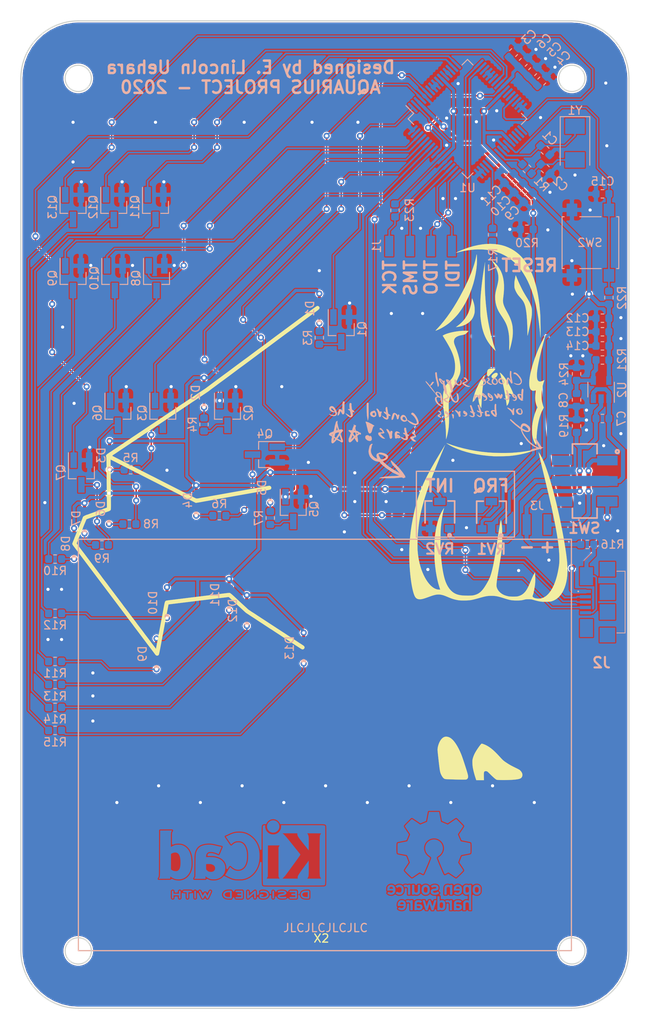
<source format=kicad_pcb>
(kicad_pcb (version 20171130) (host pcbnew 5.1.5-52549c5~84~ubuntu18.04.1)
  (title_block (title "Aquarius Project PCB") (date 2019-06-01) (rev 0.0.0) (comment 2 creativecommons.org/licenses/by/4.0/) (comment 3 "License: CC BY 4.0") (comment 4 "Author: Everton Lincoln Uehara"))
  (layers (0 F.Cu signal) (31 B.Cu signal) (34 B.Paste user) (35 F.Paste user) (36 B.SilkS user) (37 F.SilkS user) (38 B.Mask user) (39 F.Mask user) (44 Edge.Cuts user))
  (net 0 "")
  (net 1 "Net-(C1-Pad1)")
  (net 2 GNDD)
  (net 3 "Net-(C2-Pad1)")
  (net 4 "Net-(C3-Pad1)")
  (net 5 VBUS)
  (net 6 GNDPWR)
  (net 7 "Net-(C8-Pad1)")
  (net 8 +3V3)
  (net 9 /Inputs/RST)
  (net 10 "Net-(D1-Pad1)")
  (net 11 /Inputs/LED_PWR)
  (net 12 "Net-(D2-Pad1)")
  (net 13 "Net-(D3-Pad1)")
  (net 14 "Net-(D4-Pad1)")
  (net 15 "Net-(D5-Pad1)")
  (net 16 "Net-(D6-Pad1)")
  (net 17 "Net-(D7-Pad1)")
  (net 18 "Net-(D8-Pad1)")
  (net 19 "Net-(D9-Pad1)")
  (net 20 "Net-(D10-Pad1)")
  (net 21 "Net-(D11-Pad1)")
  (net 22 "Net-(D12-Pad1)")
  (net 23 "Net-(D13-Pad1)")
  (net 24 /Inputs/TMS)
  (net 25 /Inputs/TDI)
  (net 26 /Inputs/TCK)
  (net 27 /Inputs/TDO)
  (net 28 /Inputs/USB_PWR)
  (net 29 "Net-(J2-Pad4)")
  (net 30 "Net-(J2-Pad5)")
  (net 31 "Net-(J3-Pad1)")
  (net 32 /Leds/Stars/LED0)
  (net 33 "Net-(Q1-Pad3)")
  (net 34 "Net-(Q2-Pad3)")
  (net 35 /Leds/Stars/LED1)
  (net 36 "Net-(Q3-Pad3)")
  (net 37 /Leds/Stars/LED2)
  (net 38 /Leds/Stars/LED3)
  (net 39 "Net-(Q4-Pad3)")
  (net 40 "Net-(Q5-Pad3)")
  (net 41 /Leds/Stars/LED4)
  (net 42 /Leds/Stars/LED5)
  (net 43 "Net-(Q6-Pad3)")
  (net 44 "Net-(Q7-Pad3)")
  (net 45 /Leds/Stars/LED6)
  (net 46 "Net-(Q8-Pad3)")
  (net 47 /Leds/Stars/LED7)
  (net 48 /Leds/Stars/LED8)
  (net 49 "Net-(Q9-Pad3)")
  (net 50 /Leds/Stars/LED9)
  (net 51 "Net-(Q10-Pad3)")
  (net 52 /Leds/Stars/LED10)
  (net 53 "Net-(Q11-Pad3)")
  (net 54 "Net-(Q12-Pad3)")
  (net 55 /Leds/Stars/LED11)
  (net 56 /Leds/Stars/LED12)
  (net 57 "Net-(Q13-Pad3)")
  (net 58 "Net-(R1-Pad1)")
  (net 59 /Inputs/PB0)
  (net 60 GNDA)
  (net 61 /Inputs/POT00)
  (net 62 /Inputs/D-)
  (net 63 /Inputs/D+)
  (module aquarius:choose_indication (layer B.Cu) (at 170.688 80.518 180)
    (fp_text reference X5 hide)
    (fp_text value choose_indication hide)
  )
  (module aquarius:control_indication (layer B.Cu) (at 157.0355 84.0105 180)
    (fp_text reference X6 hide)
    (fp_text value control_indication hide)
  )
  (module Package_QFP:LQFP-64_10x10mm_P0.5mm (layer B.Cu) (at 168.657392 44.931946 315)
    (fp_text reference U1 (at 5.926447 5.928416) (layer B.SilkS) (effects (justify mirror)))
    (fp_text value TM4C1231C3PM)
    (pad 1 smd roundrect (at -5.675 3.75 315) (size 1.55 0.3) (layers B.Cu B.Paste B.Mask) (net 32 /Leds/Stars/LED0))
    (pad 2 smd roundrect (at -5.675 3.25 315) (size 1.55 0.3) (layers B.Cu B.Paste B.Mask) (net 8 +3V3))
    (pad 3 smd roundrect (at -5.675 2.75 315) (size 1.55 0.3) (layers B.Cu B.Paste B.Mask) (net 60 GNDA))
    (pad 4 smd roundrect (at -5.675 2.25 315) (size 1.55 0.3) (layers B.Cu B.Paste B.Mask) (net 35 /Leds/Stars/LED1))
    (pad 5 smd roundrect (at -5.675 1.75 315) (size 1.55 0.3) (layers B.Cu B.Paste B.Mask) (net 2 GNDD))
    (pad 6 smd roundrect (at -5.675 1.25 315) (size 1.55 0.3) (layers B.Cu B.Paste B.Mask) (net 61 /Inputs/POT00))
    (pad 7 smd roundrect (at -5.675 0.75 315) (size 1.55 0.3) (layers B.Cu B.Paste B.Mask) (net 2 GNDD))
    (pad 8 smd roundrect (at -5.675 0.25 315) (size 1.55 0.3) (layers B.Cu B.Paste B.Mask) (net 2 GNDD))
    (pad 9 smd roundrect (at -5.675 -0.25 315) (size 1.55 0.3) (layers B.Cu B.Paste B.Mask) (net 2 GNDD))
    (pad 10 smd roundrect (at -5.675 -0.75 315) (size 1.55 0.3) (layers B.Cu B.Paste B.Mask) (net 2 GNDD))
    (pad 11 smd roundrect (at -5.675 -1.25 315) (size 1.55 0.3) (layers B.Cu B.Paste B.Mask) (net 8 +3V3))
    (pad 12 smd roundrect (at -5.675 -1.75 315) (size 1.55 0.3) (layers B.Cu B.Paste B.Mask) (net 2 GNDD))
    (pad 13 smd roundrect (at -5.675 -2.25 315) (size 1.55 0.3) (layers B.Cu B.Paste B.Mask) (net 2 GNDD))
    (pad 14 smd roundrect (at -5.675 -2.75 315) (size 1.55 0.3) (layers B.Cu B.Paste B.Mask) (net 2 GNDD))
    (pad 15 smd roundrect (at -5.675 -3.25 315) (size 1.55 0.3) (layers B.Cu B.Paste B.Mask) (net 47 /Leds/Stars/LED7))
    (pad 16 smd roundrect (at -5.675 -3.75 315) (size 1.55 0.3) (layers B.Cu B.Paste B.Mask) (net 45 /Leds/Stars/LED6))
    (pad 17 smd roundrect (at -3.75 -5.675 315) (size 0.3 1.55) (layers B.Cu B.Paste B.Mask) (net 63 /Inputs/D+))
    (pad 18 smd roundrect (at -3.25 -5.675 315) (size 0.3 1.55) (layers B.Cu B.Paste B.Mask) (net 62 /Inputs/D-))
    (pad 19 smd roundrect (at -2.75 -5.675 315) (size 0.3 1.55) (layers B.Cu B.Paste B.Mask) (net 2 GNDD))
    (pad 20 smd roundrect (at -2.25 -5.675 315) (size 0.3 1.55) (layers B.Cu B.Paste B.Mask) (net 2 GNDD))
    (pad 21 smd roundrect (at -1.75 -5.675 315) (size 0.3 1.55) (layers B.Cu B.Paste B.Mask) (net 2 GNDD))
    (pad 22 smd roundrect (at -1.25 -5.675 315) (size 0.3 1.55) (layers B.Cu B.Paste B.Mask) (net 2 GNDD))
    (pad 23 smd roundrect (at -0.75 -5.675 315) (size 0.3 1.55) (layers B.Cu B.Paste B.Mask) (net 52 /Leds/Stars/LED10))
    (pad 24 smd roundrect (at -0.25 -5.675 315) (size 0.3 1.55) (layers B.Cu B.Paste B.Mask) (net 55 /Leds/Stars/LED11))
    (pad 25 smd roundrect (at 0.25 -5.675 315) (size 0.3 1.55) (layers B.Cu B.Paste B.Mask) (net 4 "Net-(C3-Pad1)"))
    (pad 26 smd roundrect (at 0.75 -5.675 315) (size 0.3 1.55) (layers B.Cu B.Paste B.Mask) (net 8 +3V3))
    (pad 27 smd roundrect (at 1.25 -5.675 315) (size 0.3 1.55) (layers B.Cu B.Paste B.Mask) (net 2 GNDD))
    (pad 28 smd roundrect (at 1.75 -5.675 315) (size 0.3 1.55) (layers B.Cu B.Paste B.Mask) (net 2 GNDD))
    (pad 29 smd roundrect (at 2.25 -5.675 315) (size 0.3 1.55) (layers B.Cu B.Paste B.Mask) (net 56 /Leds/Stars/LED12))
    (pad 30 smd roundrect (at 2.75 -5.675 315) (size 0.3 1.55) (layers B.Cu B.Paste B.Mask) (net 2 GNDD))
    (pad 31 smd roundrect (at 3.25 -5.675 315) (size 0.3 1.55) (layers B.Cu B.Paste B.Mask) (net 2 GNDD))
    (pad 32 smd roundrect (at 3.75 -5.675 315) (size 0.3 1.55) (layers B.Cu B.Paste B.Mask) (net 2 GNDD))
    (pad 33 smd roundrect (at 5.675 -3.75 315) (size 1.55 0.3) (layers B.Cu B.Paste B.Mask))
    (pad 34 smd roundrect (at 5.675 -3.25 315) (size 1.55 0.3) (layers B.Cu B.Paste B.Mask) (net 2 GNDD))
    (pad 35 smd roundrect (at 5.675 -2.75 315) (size 1.55 0.3) (layers B.Cu B.Paste B.Mask) (net 2 GNDD))
    (pad 36 smd roundrect (at 5.675 -2.25 315) (size 1.55 0.3) (layers B.Cu B.Paste B.Mask))
    (pad 37 smd roundrect (at 5.675 -1.75 315) (size 1.55 0.3) (layers B.Cu B.Paste B.Mask) (net 8 +3V3))
    (pad 38 smd roundrect (at 5.675 -1.25 315) (size 1.55 0.3) (layers B.Cu B.Paste B.Mask) (net 9 /Inputs/RST))
    (pad 39 smd roundrect (at 5.675 -0.75 315) (size 1.55 0.3) (layers B.Cu B.Paste B.Mask) (net 2 GNDD))
    (pad 40 smd roundrect (at 5.675 -0.25 315) (size 1.55 0.3) (layers B.Cu B.Paste B.Mask) (net 1 "Net-(C1-Pad1)"))
    (pad 41 smd roundrect (at 5.675 0.25 315) (size 1.55 0.3) (layers B.Cu B.Paste B.Mask) (net 58 "Net-(R1-Pad1)"))
    (pad 42 smd roundrect (at 5.675 0.75 315) (size 1.55 0.3) (layers B.Cu B.Paste B.Mask) (net 8 +3V3))
    (pad 43 smd roundrect (at 5.675 1.25 315) (size 1.55 0.3) (layers B.Cu B.Paste B.Mask) (net 2 GNDD))
    (pad 44 smd roundrect (at 5.675 1.75 315) (size 1.55 0.3) (layers B.Cu B.Paste B.Mask) (net 2 GNDD))
    (pad 45 smd roundrect (at 5.675 2.25 315) (size 1.55 0.3) (layers B.Cu B.Paste B.Mask) (net 59 /Inputs/PB0))
    (pad 46 smd roundrect (at 5.675 2.75 315) (size 1.55 0.3) (layers B.Cu B.Paste B.Mask) (net 2 GNDD))
    (pad 47 smd roundrect (at 5.675 3.25 315) (size 1.55 0.3) (layers B.Cu B.Paste B.Mask) (net 2 GNDD))
    (pad 48 smd roundrect (at 5.675 3.75 315) (size 1.55 0.3) (layers B.Cu B.Paste B.Mask) (net 2 GNDD))
    (pad 49 smd roundrect (at 3.75 5.675 315) (size 0.3 1.55) (layers B.Cu B.Paste B.Mask) (net 27 /Inputs/TDO))
    (pad 50 smd roundrect (at 3.25 5.675 315) (size 0.3 1.55) (layers B.Cu B.Paste B.Mask) (net 25 /Inputs/TDI))
    (pad 51 smd roundrect (at 2.75 5.675 315) (size 0.3 1.55) (layers B.Cu B.Paste B.Mask) (net 24 /Inputs/TMS))
    (pad 52 smd roundrect (at 2.25 5.675 315) (size 0.3 1.55) (layers B.Cu B.Paste B.Mask) (net 26 /Inputs/TCK))
    (pad 53 smd roundrect (at 1.75 5.675 315) (size 0.3 1.55) (layers B.Cu B.Paste B.Mask) (net 2 GNDD))
    (pad 54 smd roundrect (at 1.25 5.675 315) (size 0.3 1.55) (layers B.Cu B.Paste B.Mask) (net 8 +3V3))
    (pad 55 smd roundrect (at 0.75 5.675 315) (size 0.3 1.55) (layers B.Cu B.Paste B.Mask) (net 2 GNDD))
    (pad 56 smd roundrect (at 0.25 5.675 315) (size 0.3 1.55) (layers B.Cu B.Paste B.Mask) (net 4 "Net-(C3-Pad1)"))
    (pad 57 smd roundrect (at -0.25 5.675 315) (size 0.3 1.55) (layers B.Cu B.Paste B.Mask) (net 38 /Leds/Stars/LED3))
    (pad 58 smd roundrect (at -0.75 5.675 315) (size 0.3 1.55) (layers B.Cu B.Paste B.Mask) (net 37 /Leds/Stars/LED2))
    (pad 59 smd roundrect (at -1.25 5.675 315) (size 0.3 1.55) (layers B.Cu B.Paste B.Mask) (net 41 /Leds/Stars/LED4))
    (pad 60 smd roundrect (at -1.75 5.675 315) (size 0.3 1.55) (layers B.Cu B.Paste B.Mask) (net 42 /Leds/Stars/LED5))
    (pad 61 smd roundrect (at -2.25 5.675 315) (size 0.3 1.55) (layers B.Cu B.Paste B.Mask) (net 48 /Leds/Stars/LED8))
    (pad 62 smd roundrect (at -2.75 5.675 315) (size 0.3 1.55) (layers B.Cu B.Paste B.Mask) (net 50 /Leds/Stars/LED9))
    (pad 63 smd roundrect (at -3.25 5.675 315) (size 0.3 1.55) (layers B.Cu B.Paste B.Mask) (net 2 GNDD))
    (pad 64 smd roundrect (at -3.75 5.675 315) (size 0.3 1.55) (layers B.Cu B.Paste B.Mask) (net 2 GNDD))
  )
  (module aquarius:LED_STAR_0603 (layer F.Cu) (at 130.81 109.944 90)
    (fp_text reference D9 (at 0 -1.7145 90) (layer B.SilkS) (effects (justify mirror)))
    (fp_text value LED)
    (pad 1 smd roundrect (at -0.7875 0 90) (size 0.875 0.95) (layers F.Cu F.Paste F.Mask) (net 19 "Net-(D9-Pad1)"))
    (pad 2 smd roundrect (at 0.7875 0 90) (size 0.875 0.95) (layers F.Cu F.Paste F.Mask) (net 11 /Inputs/LED_PWR))
  )
  (module aquarius:LED_STAR_0603 (layer F.Cu) (at 132.08 103.7335 90)
    (fp_text reference D10 (at 0 -1.7145 90) (layer B.SilkS) (effects (justify mirror)))
    (fp_text value LED)
    (pad 1 smd roundrect (at -0.7875 0 90) (size 0.875 0.95) (layers F.Cu F.Paste F.Mask) (net 20 "Net-(D10-Pad1)"))
    (pad 2 smd roundrect (at 0.7875 0 90) (size 0.875 0.95) (layers F.Cu F.Paste F.Mask) (net 11 /Inputs/LED_PWR))
  )
  (module aquarius:LED_STAR_0603 (layer F.Cu) (at 139.6365 102.781 90)
    (fp_text reference D11 (at 0 -1.7145 90) (layer B.SilkS) (effects (justify mirror)))
    (fp_text value LED)
    (pad 1 smd roundrect (at -0.7875 0 90) (size 0.875 0.95) (layers F.Cu F.Paste F.Mask) (net 21 "Net-(D11-Pad1)"))
    (pad 2 smd roundrect (at 0.7875 0 90) (size 0.875 0.95) (layers F.Cu F.Paste F.Mask) (net 11 /Inputs/LED_PWR))
  )
  (module aquarius:LED_STAR_0603 (layer F.Cu) (at 141.7955 104.686 90)
    (fp_text reference D12 (at 0 -1.7145 90) (layer B.SilkS) (effects (justify mirror)))
    (fp_text value LED)
    (pad 1 smd roundrect (at -0.7875 0 90) (size 0.875 0.95) (layers F.Cu F.Paste F.Mask) (net 22 "Net-(D12-Pad1)"))
    (pad 2 smd roundrect (at 0.7875 0 90) (size 0.875 0.95) (layers F.Cu F.Paste F.Mask) (net 11 /Inputs/LED_PWR))
  )
  (module aquarius:LED_STAR_0603 (layer F.Cu) (at 148.717 109.22 90)
    (fp_text reference D13 (at 0 -1.7145 90) (layer B.SilkS) (effects (justify mirror)))
    (fp_text value LED)
    (pad 1 smd roundrect (at -0.7875 0 90) (size 0.875 0.95) (layers F.Cu F.Paste F.Mask) (net 23 "Net-(D13-Pad1)"))
    (pad 2 smd roundrect (at 0.7875 0 90) (size 0.875 0.95) (layers F.Cu F.Paste F.Mask) (net 11 /Inputs/LED_PWR))
  )
  (module aquarius:LED_STAR_0603 (layer F.Cu) (at 120.777 96.5455 90)
    (fp_text reference D8 (at 0 -1.016 90) (layer B.SilkS) (effects (justify mirror)))
    (fp_text value LED)
    (pad 1 smd roundrect (at -0.7875 0 90) (size 0.875 0.95) (layers F.Cu F.Paste F.Mask) (net 18 "Net-(D8-Pad1)"))
    (pad 2 smd roundrect (at 0.7875 0 90) (size 0.875 0.95) (layers F.Cu F.Paste F.Mask) (net 11 /Inputs/LED_PWR))
  )
  (module aquarius:LED_STAR_0603 (layer F.Cu) (at 122.047 93.472 90)
    (fp_text reference D7 (at 0 -1.016 90) (layer B.SilkS) (effects (justify mirror)))
    (fp_text value LED)
    (pad 1 smd roundrect (at -0.7875 0 90) (size 0.875 0.95) (layers F.Cu F.Paste F.Mask) (net 17 "Net-(D7-Pad1)"))
    (pad 2 smd roundrect (at 0.7875 0 90) (size 0.875 0.95) (layers F.Cu F.Paste F.Mask) (net 11 /Inputs/LED_PWR))
  )
  (module aquarius:LED_STAR_0603 (layer F.Cu) (at 125.0315 92.3035 90)
    (fp_text reference D6 (at 0 -1.016 90) (layer B.SilkS) (effects (justify mirror)))
    (fp_text value LED)
    (pad 1 smd roundrect (at -0.7875 0 90) (size 0.875 0.95) (layers F.Cu F.Paste F.Mask) (net 16 "Net-(D6-Pad1)"))
    (pad 2 smd roundrect (at 0.7875 0 90) (size 0.875 0.95) (layers F.Cu F.Paste F.Mask) (net 11 /Inputs/LED_PWR))
  )
  (module aquarius:LED_STAR_0603 (layer F.Cu) (at 144.653 89.751 90)
    (fp_text reference D5 (at 0 -1.016 90) (layer B.SilkS) (effects (justify mirror)))
    (fp_text value LED)
    (pad 1 smd roundrect (at -0.7875 0 90) (size 0.875 0.95) (layers F.Cu F.Paste F.Mask) (net 15 "Net-(D5-Pad1)"))
    (pad 2 smd roundrect (at 0.7875 0 90) (size 0.875 0.95) (layers F.Cu F.Paste F.Mask) (net 11 /Inputs/LED_PWR))
  )
  (module aquarius:LED_STAR_0603 (layer F.Cu) (at 135.636 91.2875 90)
    (fp_text reference D4 (at 0 -1.016 90) (layer B.SilkS) (effects (justify mirror)))
    (fp_text value LED)
    (pad 1 smd roundrect (at -0.7875 0 90) (size 0.875 0.95) (layers F.Cu F.Paste F.Mask) (net 14 "Net-(D4-Pad1)"))
    (pad 2 smd roundrect (at 0.7875 0 90) (size 0.875 0.95) (layers F.Cu F.Paste F.Mask) (net 11 /Inputs/LED_PWR))
  )
  (module aquarius:LED_STAR_0603 (layer F.Cu) (at 125.095 85.814 90)
    (fp_text reference D3 (at 0 -1.016 90) (layer B.SilkS) (effects (justify mirror)))
    (fp_text value LED)
    (pad 1 smd roundrect (at -0.7875 0 90) (size 0.875 0.95) (layers F.Cu F.Paste F.Mask) (net 13 "Net-(D3-Pad1)"))
    (pad 2 smd roundrect (at 0.7875 0 90) (size 0.875 0.95) (layers F.Cu F.Paste F.Mask) (net 11 /Inputs/LED_PWR))
  )
  (module aquarius:LED_STAR_0603 (layer F.Cu) (at 136.5885 78.194 90)
    (fp_text reference D2 (at 0 -1.016 90) (layer B.SilkS) (effects (justify mirror)))
    (fp_text value LED)
    (pad 1 smd roundrect (at -0.7875 0 90) (size 0.875 0.95) (layers F.Cu F.Paste F.Mask) (net 12 "Net-(D2-Pad1)"))
    (pad 2 smd roundrect (at 0.7875 0 90) (size 0.875 0.95) (layers F.Cu F.Paste F.Mask) (net 11 /Inputs/LED_PWR))
  )
  (module aquarius:LED_STAR_0603 (layer F.Cu) (at 150.622 67.9705 90)
    (fp_text reference D1 (at 0 -1.143 90) (layer B.SilkS) (effects (justify mirror)))
    (fp_text value LED)
    (pad 1 smd roundrect (at -0.7875 0 90) (size 0.875 0.95) (layers F.Cu F.Paste F.Mask) (net 10 "Net-(D1-Pad1)"))
    (pad 2 smd roundrect (at 0.7875 0 90) (size 0.875 0.95) (layers F.Cu F.Paste F.Mask) (net 11 /Inputs/LED_PWR))
  )
  (module Symbol:OSHW-Logo_11.4x12mm_Copper (layer B.Cu) (at 164.592 135.128 180)
    (fp_text reference X4 hide)
    (fp_text value OpenSourceHardware hide)
    (fp_poly (pts (xy 0.746535 5.366828) (xy 0.859117 4.769637) (xy 1.274531 4.59839) (xy 1.689944 4.427143) (xy 2.188302 4.766022) (xy 2.327868 4.860378) (xy 2.454028 4.944625) (xy 2.560895 5.014917) (xy 2.642582 5.067408) (xy 2.693201 5.098251) (xy 2.706986 5.104902) (xy 2.73182 5.087797) (xy 2.784888 5.040511) (xy 2.86024 4.969083) (xy 2.951929 4.879555) (xy 3.054007 4.777966) (xy 3.160526 4.670357) (xy 3.265536 4.562768) (xy 3.363091 4.46124) (xy 3.447242 4.371814) (xy 3.51204 4.300529) (xy 3.551538 4.253427) (xy 3.56098 4.237663) (xy 3.547391 4.208602) (xy 3.509293 4.144934) (xy 3.450694 4.052888) (xy 3.375597 3.938691) (xy 3.288009 3.808571) (xy 3.237254 3.734354) (xy 3.144745 3.598833) (xy 3.06254 3.476539) (xy 2.99463 3.37356) (xy 2.945 3.295982) (xy 2.91764 3.249894) (xy 2.913529 3.240208) (xy 2.922849 3.212681) (xy 2.948254 3.148527) (xy 2.985911 3.056765) (xy 3.031986 2.946416) (xy 3.082646 2.8265) (xy 3.134059 2.706036) (xy 3.182389 2.594046) (xy 3.223806 2.499548) (xy 3.254474 2.431563) (xy 3.270562 2.399112) (xy 3.271511 2.397835) (xy 3.296772 2.391638) (xy 3.364046 2.377815) (xy 3.46636 2.357723) (xy 3.596741 2.332721) (xy 3.748216 2.304169) (xy 3.836594 2.287704) (xy 3.998452 2.256886) (xy 4.144649 2.227561) (xy 4.267787 2.201334) (xy 4.360469 2.179809) (xy 4.415301 2.16459) (xy 4.426323 2.159762) (xy 4.437119 2.127081) (xy 4.445829 2.05327) (xy 4.45246 1.946963) (xy 4.457018 1.816788) (xy 4.459509 1.671379) (xy 4.459938 1.519365) (xy 4.458311 1.369378) (xy 4.454635 1.230049) (xy 4.448915 1.11001) (xy 4.441158 1.01789) (xy 4.431368 0.962323) (xy 4.425496 0.950755) (xy 4.390399 0.93689) (xy 4.316028 0.917067) (xy 4.212223 0.893616) (xy 4.088819 0.868864) (xy 4.045741 0.860857) (xy 3.838047 0.822814) (xy 3.673984 0.792176) (xy 3.54813 0.767726) (xy 3.455065 0.748246) (xy 3.389367 0.732519) (xy 3.345617 0.719327) (xy 3.318392 0.707451) (xy 3.302272 0.695675) (xy 3.300017 0.693347) (xy 3.277503 0.655855) (xy 3.243158 0.58289) (xy 3.200411 0.483388) (xy 3.152692 0.366282) (xy 3.10343 0.240507) (xy 3.056055 0.114998) (xy 3.013995 -0.00131) (xy 2.98068 -0.099484) (xy 2.959541 -0.170588) (xy 2.954005 -0.205687) (xy 2.954466 -0.206917) (xy 2.973223 -0.235606) (xy 3.015776 -0.29873) (xy 3.077653 -0.389718) (xy 3.154382 -0.502) (xy 3.241491 -0.629005) (xy 3.266299 -0.665098) (xy 3.354753 -0.795948) (xy 3.432588 -0.915336) (xy 3.495566 -1.016407) (xy 3.539445 -1.092304) (xy 3.559985 -1.136172) (xy 3.56098 -1.141562) (xy 3.543722 -1.169889) (xy 3.496036 -1.226006) (xy 3.42405 -1.303882) (xy 3.333897 -1.397485) (xy 3.231705 -1.500786) (xy 3.123606 -1.607751) (xy 3.015728 -1.712351) (xy 2.914204 -1.808554) (xy 2.825162 -1.890329) (xy 2.754733 -1.951645) (xy 2.709047 -1.986471) (xy 2.696409 -1.992157) (xy 2.666991 -1.978765) (xy 2.606761 -1.942644) (xy 2.52553 -1.889881) (xy 2.46303 -1.847412) (xy 2.349785 -1.769485) (xy 2.215674 -1.677729) (xy 2.081155 -1.58612) (xy 2.008833 -1.537091) (xy 1.764038 -1.371515) (xy 1.558551 -1.48262) (xy 1.464936 -1.531293) (xy 1.38533 -1.569126) (xy 1.331467 -1.590703) (xy 1.317757 -1.593706) (xy 1.30127 -1.571538) (xy 1.268745 -1.508894) (xy 1.222609 -1.411554) (xy 1.16529 -1.285294) (xy 1.099216 -1.135895) (xy 1.026815 -0.969133) (xy 0.950516 -0.790787) (xy 0.872746 -0.606636) (xy 0.795934 -0.422457) (xy 0.722506 -0.24403) (xy 0.654892 -0.077132) (xy 0.59552 0.072458) (xy 0.546816 0.198962) (xy 0.51121 0.296601) (xy 0.49113 0.359598) (xy 0.4879 0.381234) (xy 0.513496 0.408831) (xy 0.569539 0.45363) (xy 0.644311 0.506321) (xy 0.650587 0.51049) (xy 0.843845 0.665186) (xy 0.999674 0.845664) (xy 1.116724 1.046153) (xy 1.193645 1.260881) (xy 1.229086 1.484078) (xy 1.221697 1.709974) (xy 1.170127 1.932796) (xy 1.073026 2.146776) (xy 1.044458 2.193591) (xy 0.895868 2.382637) (xy 0.720327 2.534443) (xy 0.52391 2.648221) (xy 0.312693 2.72318) (xy 0.092753 2.758533) (xy -0.129837 2.753488) (xy -0.348999 2.707256) (xy -0.558658 2.619049) (xy -0.752739 2.488076) (xy -0.812774 2.434918) (xy -0.965565 2.268516) (xy -1.076903 2.093343) (xy -1.153277 1.896989) (xy -1.195813 1.702538) (xy -1.206314 1.483913) (xy -1.171299 1.264203) (xy -1.094327 1.050835) (xy -0.978953 0.851233) (xy -0.828734 0.672826) (xy -0.647227 0.523038) (xy -0.623373 0.507249) (xy -0.547799 0.455543) (xy -0.490349 0.410743) (xy -0.462883 0.382138) (xy -0.462483 0.381234) (xy -0.46838 0.350291) (xy -0.491755 0.280064) (xy -0.530179 0.17633) (xy -0.581223 0.044865) (xy -0.642458 -0.108552) (xy -0.711456 -0.278146) (xy -0.785786 -0.458138) (xy -0.863022 -0.642753) (xy -0.940732 -0.826213) (xy -1.016489 -1.002741) (xy -1.087863 -1.166559) (xy -1.152426 -1.311892) (xy -1.207748 -1.432962) (xy -1.2514 -1.523992) (xy -1.280954 -1.579205) (xy -1.292856 -1.593706) (xy -1.329223 -1.582414) (xy -1.39727 -1.55213) (xy -1.485263 -1.508265) (xy -1.533649 -1.48262) (xy -1.739137 -1.371515) (xy -1.983932 -1.537091) (xy -2.108894 -1.621915) (xy -2.245705 -1.715261) (xy -2.373911 -1.803153) (xy -2.438129 -1.847412) (xy -2.528449 -1.908063) (xy -2.604929 -1.956126) (xy -2.657593 -1.985515) (xy -2.674698 -1.991727) (xy -2.699595 -1.974968) (xy -2.754695 -1.928181) (xy -2.834657 -1.856225) (xy -2.934139 -1.763957) (xy -3.0478 -1.656235) (xy -3.119685 -1.587071) (xy -3.245449 -1.463502) (xy -3.354137 -1.352979) (xy -3.441355 -1.26023) (xy -3.502711 -1.189982) (xy -3.533809 -1.146965) (xy -3.536792 -1.138235) (xy -3.522947 -1.105029) (xy -3.484688 -1.037887) (xy -3.426258 -0.943608) (xy -3.351903 -0.82899) (xy -3.265865 -0.700828) (xy -3.241397 -0.665098) (xy -3.152245 -0.535234) (xy -3.072262 -0.418314) (xy -3.00592 -0.320907) (xy -2.957689 -0.249584) (xy -2.932043 -0.210915) (xy -2.929565 -0.206917) (xy -2.933271 -0.1761) (xy -2.952939 -0.108344) (xy -2.98514 -0.012584) (xy -3.026445 0.102246) (xy -3.073425 0.227211) (xy -3.122651 0.353376) (xy -3.170692 0.471807) (xy -3.214119 0.57357) (xy -3.249504 0.649729) (xy -3.273416 0.691351) (xy -3.275116 0.693347) (xy -3.289738 0.705242) (xy -3.314435 0.717005) (xy -3.354628 0.729854) (xy -3.415737 0.745006) (xy -3.503183 0.763679) (xy -3.622388 0.78709) (xy -3.778773 0.816458) (xy -3.977757 0.853) (xy -4.02084 0.860857) (xy -4.148529 0.885528) (xy -4.259847 0.909662) (xy -4.344955 0.930931) (xy -4.394017 0.947007) (xy -4.400595 0.950755) (xy -4.411436 0.983982) (xy -4.420247 1.058234) (xy -4.427024 1.164879) (xy -4.43176 1.295288) (xy -4.43445 1.440828) (xy -4.435087 1.592869) (xy -4.433666 1.742779) (xy -4.43018 1.881927) (xy -4.424624 2.001683) (xy -4.416992 2.093414) (xy -4.407278 2.148489) (xy -4.401422 2.159762) (xy -4.36882 2.171132) (xy -4.294582 2.189631) (xy -4.186104 2.213653) (xy -4.050783 2.241593) (xy -3.896015 2.271847) (xy -3.811692 2.287704) (xy -3.651704 2.317611) (xy -3.509033 2.344705) (xy -3.390652 2.367624) (xy -3.303535 2.385012) (xy -3.254655 2.395508) (xy -3.24661 2.397835) (xy -3.233013 2.424069) (xy -3.204271 2.48726) (xy -3.164215 2.578378) (xy -3.116676 2.688398) (xy -3.065485 2.80829) (xy -3.014474 2.929028) (xy -2.967474 3.041584) (xy -2.928316 3.136929) (xy -2.900831 3.206038) (xy -2.888851 3.239881) (xy -2.888628 3.24136) (xy -2.902209 3.268058) (xy -2.940285 3.329495) (xy -2.998853 3.419566) (xy -3.073912 3.532165) (xy -3.16146 3.661185) (xy -3.212353 3.735294) (xy -3.305091 3.871178) (xy -3.387459 3.994546) (xy -3.455439 4.099158) (xy -3.505012 4.178772) (xy -3.532158 4.227148) (xy -3.536079 4.237993) (xy -3.519225 4.263235) (xy -3.472632 4.317131) (xy -3.402251 4.393642) (xy -3.314035 4.486732) (xy -3.213935 4.59036) (xy -3.107902 4.698491) (xy -3.001889 4.805085) (xy -2.901848 4.904105) (xy -2.81373 4.989513) (xy -2.743487 5.05527) (xy -2.697072 5.095339) (xy -2.681544 5.104902) (xy -2.656261 5.091455) (xy -2.595789 5.05368) (xy -2.506008 4.99542) (xy -2.392797 4.920521) (xy -2.262036 4.83283) (xy -2.1634 4.766022) (xy -1.665043 4.427143) (xy -1.249629 4.59839) (xy -0.834216 4.769637) (xy -0.721634 5.366828) (xy -0.609051 5.96402) (xy 0.633952 5.96402) (xy 0.746535 5.366828)) (layer B.Cu) (width 0.01))
    (fp_poly (pts (xy 3.563637 -2.887472) (xy 3.64929 -2.913641) (xy 3.704437 -2.946707) (xy 3.722401 -2.972855) (xy 3.717457 -3.003852) (xy 3.685372 -3.052547) (xy 3.658243 -3.087035) (xy 3.602317 -3.149383) (xy 3.560299 -3.175615) (xy 3.52448 -3.173903) (xy 3.418224 -3.146863) (xy 3.340189 -3.148091) (xy 3.27682 -3.178735) (xy 3.255546 -3.19667) (xy 3.187451 -3.259779) (xy 3.187451 -4.083922) (xy 2.913529 -4.083922) (xy 2.913529 -2.888628) (xy 3.05049 -2.888628) (xy 3.132719 -2.891879) (xy 3.175144 -2.903426) (xy 3.187445 -2.925952) (xy 3.187451 -2.92662) (xy 3.19326 -2.950215) (xy 3.219531 -2.947138) (xy 3.255931 -2.930115) (xy 3.331111 -2.898439) (xy 3.392158 -2.879381) (xy 3.470708 -2.874496) (xy 3.563637 -2.887472)) (layer B.Cu) (width 0.01))
    (fp_poly (pts (xy -1.49324 -2.909199) (xy -1.431264 -2.938802) (xy -1.371241 -2.981561) (xy -1.325514 -3.030775) (xy -1.292207 -3.093544) (xy -1.269445 -3.176971) (xy -1.255353 -3.288159) (xy -1.248058 -3.434209) (xy -1.245682 -3.622223) (xy -1.245645 -3.641912) (xy -1.245098 -4.083922) (xy -1.51902 -4.083922) (xy -1.51902 -3.676435) (xy -1.519215 -3.525471) (xy -1.520564 -3.416056) (xy -1.524212 -3.339933) (xy -1.531304 -3.288848) (xy -1.542987 -3.254545) (xy -1.560406 -3.228768) (xy -1.584671 -3.203298) (xy -1.669565 -3.148571) (xy -1.762239 -3.138416) (xy -1.850527 -3.173017) (xy -1.88123 -3.19877) (xy -1.903771 -3.222982) (xy -1.919954 -3.248912) (xy -1.930832 -3.284708) (xy -1.937458 -3.338519) (xy -1.940885 -3.418493) (xy -1.942166 -3.532779) (xy -1.942353 -3.671907) (xy -1.942353 -4.083922) (xy -2.216275 -4.083922) (xy -2.216275 -2.888628) (xy -2.079314 -2.888628) (xy -1.997084 -2.891879) (xy -1.95466 -2.903426) (xy -1.942359 -2.925952) (xy -1.942353 -2.92662) (xy -1.936646 -2.948681) (xy -1.911473 -2.946177) (xy -1.861422 -2.921937) (xy -1.747906 -2.886271) (xy -1.618055 -2.882305) (xy -1.49324 -2.909199)) (layer B.Cu) (width 0.01))
    (fp_poly (pts (xy 5.303287 -2.884355) (xy 5.367051 -2.899845) (xy 5.4893 -2.956569) (xy 5.593834 -3.043202) (xy 5.66618 -3.147074) (xy 5.676119 -3.170396) (xy 5.689754 -3.231484) (xy 5.699298 -3.321853) (xy 5.702549 -3.41319) (xy 5.702549 -3.585882) (xy 5.34147 -3.585882) (xy 5.192546 -3.586445) (xy 5.087632 -3.589864) (xy 5.020937 -3.598731) (xy 4.986666 -3.615641) (xy 4.979028 -3.643189) (xy 4.992229 -3.683968) (xy 5.015877 -3.731683) (xy 5.081843 -3.811314) (xy 5.173512 -3.850987) (xy 5.285555 -3.849695) (xy 5.412472 -3.806514) (xy 5.522158 -3.753224) (xy 5.613173 -3.825191) (xy 5.704188 -3.897157) (xy 5.618563 -3.976269) (xy 5.50425 -4.051017) (xy 5.363666 -4.096084) (xy 5.212449 -4.108696) (xy 5.066236 -4.086079) (xy 5.042647 -4.078405) (xy 4.914141 -4.011296) (xy 4.818551 -3.911247) (xy 4.753861 -3.775271) (xy 4.718057 -3.60038) (xy 4.71764 -3.596632) (xy 4.714434 -3.406032) (xy 4.727393 -3.338035) (xy 4.980392 -3.338035) (xy 5.003627 -3.348491) (xy 5.06671 -3.3565) (xy 5.159706 -3.361073) (xy 5.218638 -3.361765) (xy 5.328537 -3.361332) (xy 5.397252 -3.358578) (xy 5.433405 -3.351321) (xy 5.445615 -3.337376) (xy 5.442504 -3.314562) (xy 5.439894 -3.305735) (xy 5.395344 -3.2228) (xy 5.325279 -3.15596) (xy 5.263446 -3.126589) (xy 5.181301 -3.128362) (xy 5.098062 -3.16499) (xy 5.028238 -3.225634) (xy 4.986337 -3.299456) (xy 4.980392 -3.338035) (xy 4.727393 -3.338035) (xy 4.746385 -3.238395) (xy 4.809773 -3.097711) (xy 4.900878 -2.987974) (xy 5.015978 -2.913174) (xy 5.151355 -2.877304) (xy 5.303287 -2.884355)) (layer B.Cu) (width 0.01))
    (fp_poly (pts (xy 4.390976 -2.899056) (xy 4.535256 -2.960348) (xy 4.580699 -2.990185) (xy 4.638779 -3.036036) (xy 4.675238 -3.072089) (xy 4.681568 -3.083832) (xy 4.663693 -3.109889) (xy 4.61795 -3.154105) (xy 4.581328 -3.184965) (xy 4.481088 -3.26552) (xy 4.401935 -3.198918) (xy 4.340769 -3.155921) (xy 4.281129 -3.141079) (xy 4.212872 -3.144704) (xy 4.104482 -3.171652) (xy 4.029872 -3.227587) (xy 3.98453 -3.318014) (xy 3.963947 -3.448435) (xy 3.963942 -3.448517) (xy 3.965722 -3.59429) (xy 3.993387 -3.701245) (xy 4.048571 -3.774064) (xy 4.086192 -3.798723) (xy 4.186105 -3.829431) (xy 4.292822 -3.829449) (xy 4.385669 -3.799655) (xy 4.407647 -3.785098) (xy 4.462765 -3.747914) (xy 4.505859 -3.74182) (xy 4.552335 -3.769496) (xy 4.603716 -3.819205) (xy 4.685046 -3.903116) (xy 4.594749 -3.977546) (xy 4.455236 -4.061549) (xy 4.297912 -4.102947) (xy 4.133503 -4.09995) (xy 4.025531 -4.0725) (xy 3.899331 -4.00462) (xy 3.798401 -3.897831) (xy 3.752548 -3.822451) (xy 3.71541 -3.714297) (xy 3.696827 -3.577318) (xy 3.696684 -3.428864) (xy 3.714865 -3.286281) (xy 3.751255 -3.166918) (xy 3.756987 -3.15468) (xy 3.841865 -3.034655) (xy 3.956782 -2.947267) (xy 4.092659 -2.894329) (xy 4.240417 -2.877654) (xy 4.390976 -2.899056)) (layer B.Cu) (width 0.01))
    (fp_poly (pts (xy 1.967254 -3.276245) (xy 1.969608 -3.458879) (xy 1.978207 -3.5976) (xy 1.99536 -3.698147) (xy 2.023374 -3.766254) (xy 2.064557 -3.807659) (xy 2.121217 -3.828097) (xy 2.191372 -3.833318) (xy 2.264848 -3.827468) (xy 2.320657 -3.806093) (xy 2.361109 -3.763458) (xy 2.388509 -3.693825) (xy 2.405167 -3.59146) (xy 2.413389 -3.450624) (xy 2.41549 -3.276245) (xy 2.41549 -2.888628) (xy 2.689411 -2.888628) (xy 2.689411 -4.083922) (xy 2.552451 -4.083922) (xy 2.469884 -4.080576) (xy 2.427368 -4.068826) (xy 2.41549 -4.04652) (xy 2.408336 -4.026654) (xy 2.379865 -4.030857) (xy 2.322476 -4.058971) (xy 2.190945 -4.102342) (xy 2.051438 -4.09927) (xy 1.917765 -4.052174) (xy 1.854108 -4.014971) (xy 1.805553 -3.974691) (xy 1.770081 -3.924291) (xy 1.745674 -3.856729) (xy 1.730313 -3.764965) (xy 1.721982 -3.641955) (xy 1.718662 -3.480659) (xy 1.718235 -3.355928) (xy 1.718235 -2.888628) (xy 1.967254 -2.888628) (xy 1.967254 -3.276245)) (layer B.Cu) (width 0.01))
    (fp_poly (pts (xy 1.209547 -2.903364) (xy 1.335502 -2.971959) (xy 1.434047 -3.080245) (xy 1.480478 -3.168315) (xy 1.500412 -3.246101) (xy 1.513328 -3.356993) (xy 1.518863 -3.484738) (xy 1.516654 -3.613084) (xy 1.506337 -3.725779) (xy 1.494286 -3.785969) (xy 1.453634 -3.868311) (xy 1.38323 -3.95577) (xy 1.298382 -4.032251) (xy 1.214397 -4.081655) (xy 1.212349 -4.082439) (xy 1.108134 -4.104027) (xy 0.984627 -4.104562) (xy 0.867261 -4.084908) (xy 0.821942 -4.069155) (xy 0.70522 -4.002966) (xy 0.621624 -3.916246) (xy 0.566701 -3.801438) (xy 0.535995 -3.650982) (xy 0.529047 -3.572173) (xy 0.529933 -3.473145) (xy 0.796862 -3.473145) (xy 0.805854 -3.617645) (xy 0.831736 -3.72776) (xy 0.872868 -3.798116) (xy 0.902172 -3.818235) (xy 0.977251 -3.832265) (xy 1.066494 -3.828111) (xy 1.14365 -3.807922) (xy 1.163883 -3.796815) (xy 1.217265 -3.732123) (xy 1.2525 -3.633119) (xy 1.267498 -3.512632) (xy 1.260172 -3.383494) (xy 1.243799 -3.305775) (xy 1.19679 -3.215771) (xy 1.122582 -3.159509) (xy 1.033209 -3.140057) (xy 0.940707 -3.160481) (xy 0.869653 -3.210437) (xy 0.832312 -3.251655) (xy 0.810518 -3.292281) (xy 0.80013 -3.347264) (xy 0.797006 -3.431549) (xy 0.796862 -3.473145) (xy 0.529933 -3.473145) (xy 0.53093 -3.361874) (xy 0.56518 -3.189423) (xy 0.631802 -3.054814) (xy 0.730799 -2.95804) (xy 0.862175 -2.899094) (xy 0.890385 -2.892259) (xy 1.059926 -2.876213) (xy 1.209547 -2.903364)) (layer B.Cu) (width 0.01))
    (fp_poly (pts (xy 0.027759 -2.884345) (xy 0.122059 -2.902229) (xy 0.21989 -2.939633) (xy 0.230343 -2.944402) (xy 0.304531 -2.983412) (xy 0.35591 -3.019664) (xy 0.372517 -3.042887) (xy 0.356702 -3.080761) (xy 0.318288 -3.136644) (xy 0.301237 -3.157505) (xy 0.230969 -3.239618) (xy 0.140379 -3.186168) (xy 0.054164 -3.150561) (xy -0.045451 -3.131529) (xy -0.140981 -3.130326) (xy -0.214939 -3.14821) (xy -0.232688 -3.159373) (xy -0.266488 -3.210553) (xy -0.270596 -3.269509) (xy -0.245304 -3.315567) (xy -0.230344 -3.324499) (xy -0.185514 -3.335592) (xy -0.106714 -3.34863) (xy -0.009574 -3.361088) (xy 0.008346 -3.363042) (xy 0.164365 -3.39003) (xy 0.277523 -3.435873) (xy 0.352569 -3.504803) (xy 0.394253 -3.601054) (xy 0.407238 -3.718617) (xy 0.389299 -3.852254) (xy 0.33105 -3.957195) (xy 0.232255 -4.03363) (xy 0.092682 -4.081748) (xy -0.062255 -4.100732) (xy -0.188602 -4.100504) (xy -0.291087 -4.083262) (xy -0.361079 -4.059457) (xy -0.449517 -4.017978) (xy -0.531246 -3.969842) (xy -0.560295 -3.948655) (xy -0.635 -3.887676) (xy -0.544902 -3.796508) (xy -0.454804 -3.705339) (xy -0.352368 -3.773128) (xy -0.249626 -3.824042) (xy -0.139913 -3.850673) (xy -0.034449 -3.853483) (xy 0.055546 -3.832935) (xy 0.118854 -3.789493) (xy 0.139296 -3.752838) (xy 0.136229 -3.694053) (xy 0.085434 -3.649099) (xy -0.012952 -3.618057) (xy -0.120744 -3.60371) (xy -0.286635 -3.576337) (xy -0.409876 -3.524693) (xy -0.492114 -3.447266) (xy -0.534999 -3.342544) (xy -0.54094 -3.218387) (xy -0.511594 -3.088702) (xy -0.444691 -2.990677) (xy -0.339629 -2.923866) (xy -0.19581 -2.88782) (xy -0.089262 -2.880754) (xy 0.027759 -2.884345)) (layer B.Cu) (width 0.01))
    (fp_poly (pts (xy -2.686796 -2.916354) (xy -2.661981 -2.928037) (xy -2.576094 -2.990951) (xy -2.494879 -3.082769) (xy -2.434236 -3.183868) (xy -2.416988 -3.230349) (xy -2.401251 -3.313376) (xy -2.391867 -3.413713) (xy -2.390728 -3.455147) (xy -2.390589 -3.585882) (xy -3.143047 -3.585882) (xy -3.127007 -3.654363) (xy -3.087637 -3.735355) (xy -3.018806 -3.805351) (xy -2.936919 -3.850441) (xy -2.884737 -3.859804) (xy -2.813971 -3.848441) (xy -2.72954 -3.819943) (xy -2.700858 -3.806831) (xy -2.594791 -3.753858) (xy -2.504272 -3.822901) (xy -2.452039 -3.869597) (xy -2.424247 -3.90814) (xy -2.42284 -3.919452) (xy -2.447668 -3.946868) (xy -2.502083 -3.988532) (xy -2.551472 -4.021037) (xy -2.684748 -4.079468) (xy -2.834161 -4.105915) (xy -2.982249 -4.099039) (xy -3.100295 -4.063096) (xy -3.221982 -3.986101) (xy -3.30846 -3.884728) (xy -3.362559 -3.75357) (xy -3.387109 -3.587224) (xy -3.389286 -3.511108) (xy -3.380573 -3.336685) (xy -3.379503 -3.331611) (xy -3.130173 -3.331611) (xy -3.123306 -3.347968) (xy -3.095083 -3.356988) (xy -3.036873 -3.360854) (xy -2.940042 -3.361749) (xy -2.902757 -3.361765) (xy -2.789317 -3.360413) (xy -2.717378 -3.355505) (xy -2.678687 -3.34576) (xy -2.664995 -3.329899) (xy -2.66451 -3.324805) (xy -2.680137 -3.284326) (xy -2.719247 -3.227621) (xy -2.736061 -3.207766) (xy -2.798481 -3.151611) (xy -2.863547 -3.129532) (xy -2.898603 -3.127686) (xy -2.993442 -3.150766) (xy -3.072973 -3.212759) (xy -3.123423 -3.302802) (xy -3.124317 -3.305735) (xy -3.130173 -3.331611) (xy -3.379503 -3.331611) (xy -3.351601 -3.199343) (xy -3.29941 -3.089461) (xy -3.235579 -3.011461) (xy -3.117567 -2.926882) (xy -2.978842 -2.881686) (xy -2.83129 -2.8776) (xy -2.686796 -2.916354)) (layer B.Cu) (width 0.01))
    (fp_poly (pts (xy -5.026753 -2.901568) (xy -4.896478 -2.959163) (xy -4.797581 -3.055334) (xy -4.729918 -3.190229) (xy -4.693345 -3.363996) (xy -4.690724 -3.391126) (xy -4.68867 -3.582408) (xy -4.715301 -3.750073) (xy -4.768999 -3.885967) (xy -4.797753 -3.929681) (xy -4.897909 -4.022198) (xy -5.025463 -4.082119) (xy -5.168163 -4.106985) (xy -5.31376 -4.094339) (xy -5.424438 -4.055391) (xy -5.519616 -3.989755) (xy -5.597406 -3.903699) (xy -5.598751 -3.901685) (xy -5.630343 -3.84857) (xy -5.650873 -3.79516) (xy -5.663305 -3.727754) (xy -5.670603 -3.632653) (xy -5.673818 -3.554666) (xy -5.675156 -3.483944) (xy -5.426186 -3.483944) (xy -5.423753 -3.554348) (xy -5.41492 -3.648068) (xy -5.399336 -3.708214) (xy -5.371234 -3.751006) (xy -5.344914 -3.776002) (xy -5.251608 -3.828338) (xy -5.15398 -3.835333) (xy -5.063058 -3.797676) (xy -5.017598 -3.755479) (xy -4.984838 -3.712956) (xy -4.965677 -3.672267) (xy -4.957267 -3.619314) (xy -4.956763 -3.539997) (xy -4.959355 -3.46695) (xy -4.964929 -3.362601) (xy -4.973766 -3.29492) (xy -4.989693 -3.250774) (xy -5.016538 -3.217031) (xy -5.037811 -3.197746) (xy -5.126794 -3.147086) (xy -5.222789 -3.14456) (xy -5.303281 -3.174567) (xy -5.371947 -3.237231) (xy -5.412856 -3.340168) (xy -5.426186 -3.483944) (xy -5.675156 -3.483944) (xy -5.676754 -3.399582) (xy -5.67174 -3.2836) (xy -5.656717 -3.196367) (xy -5.629624 -3.12753) (xy -5.5884 -3.066737) (xy -5.573115 -3.048686) (xy -5.477546 -2.958746) (xy -5.375039 -2.906211) (xy -5.249679 -2.884201) (xy -5.18855 -2.882402) (xy -5.026753 -2.901568)) (layer B.Cu) (width 0.01))
    (fp_poly (pts (xy 4.025307 -4.762784) (xy 4.144337 -4.793731) (xy 4.244021 -4.8576) (xy 4.292288 -4.905313) (xy 4.371408 -5.018106) (xy 4.416752 -5.14895) (xy 4.43233 -5.309792) (xy 4.43241 -5.322794) (xy 4.432549 -5.45353) (xy 3.680091 -5.45353) (xy 3.69613 -5.52201) (xy 3.725091 -5.584031) (xy 3.775778 -5.648654) (xy 3.786379 -5.658971) (xy 3.877494 -5.714805) (xy 3.9814 -5.724275) (xy 4.101 -5.68754) (xy 4.121274 -5.677647) (xy 4.183456 -5.647574) (xy 4.225106 -5.63044) (xy 4.232373 -5.628855) (xy 4.25774 -5.644242) (xy 4.30612 -5.681887) (xy 4.330679 -5.702459) (xy 4.38157 -5.749714) (xy 4.398281 -5.780917) (xy 4.386683 -5.80962) (xy 4.380483 -5.817468) (xy 4.338493 -5.851819) (xy 4.269206 -5.893565) (xy 4.220882 -5.917935) (xy 4.083711 -5.960873) (xy 3.931847 -5.974786) (xy 3.788024 -5.9583) (xy 3.747745 -5.946496) (xy 3.623078 -5.879689) (xy 3.530671 -5.776892) (xy 3.46999 -5.637105) (xy 3.440498 -5.45933) (xy 3.43726 -5.366373) (xy 3.446714 -5.231033) (xy 3.68549 -5.231033) (xy 3.708584 -5.241038) (xy 3.770662 -5.248888) (xy 3.860914 -5.253521) (xy 3.922058 -5.254314) (xy 4.03204 -5.253549) (xy 4.101457 -5.24997) (xy 4.139538 -5.241649) (xy 4.155515 -5.226657) (xy 4.158627 -5.204903) (xy 4.137278 -5.137892) (xy 4.083529 -5.071664) (xy 4.012822 -5.020832) (xy 3.942089 -5.000038) (xy 3.846016 -5.018484) (xy 3.762849 -5.071811) (xy 3.705186 -5.148677) (xy 3.68549 -5.231033) (xy 3.446714 -5.231033) (xy 3.451028 -5.169291) (xy 3.49352 -5.012271) (xy 3.565635 -4.894069) (xy 3.668273 -4.81344) (xy 3.802332 -4.769139) (xy 3.874957 -4.760607) (xy 4.025307 -4.762784)) (layer B.Cu) (width 0.01))
    (fp_poly (pts (xy 3.238446 -4.755883) (xy 3.334177 -4.774755) (xy 3.388677 -4.802699) (xy 3.446008 -4.849123) (xy 3.364441 -4.952111) (xy 3.31415 -5.014479) (xy 3.280001 -5.044907) (xy 3.246063 -5.049555) (xy 3.196406 -5.034586) (xy 3.173096 -5.026117) (xy 3.078063 -5.013622) (xy 2.991032 -5.040406) (xy 2.927138 -5.100915) (xy 2.916759 -5.120208) (xy 2.905456 -5.171314) (xy 2.896732 -5.2655) (xy 2.890997 -5.396089) (xy 2.88866 -5.556405) (xy 2.888627 -5.579211) (xy 2.888627 -5.976471) (xy 2.614705 -5.976471) (xy 2.614705 -4.756275) (xy 2.751666 -4.756275) (xy 2.830638 -4.758337) (xy 2.871779 -4.767513) (xy 2.886992 -4.78829) (xy 2.888627 -4.807886) (xy 2.888627 -4.859497) (xy 2.95424 -4.807886) (xy 3.029475 -4.772675) (xy 3.130544 -4.755265) (xy 3.238446 -4.755883)) (layer B.Cu) (width 0.01))
    (fp_poly (pts (xy 2.056459 -4.763669) (xy 2.16142 -4.789163) (xy 2.191761 -4.802669) (xy 2.250573 -4.838046) (xy 2.295709 -4.87789) (xy 2.329106 -4.92912) (xy 2.352701 -4.998654) (xy 2.368433 -5.093409) (xy 2.378239 -5.220305) (xy 2.384057 -5.386258) (xy 2.386266 -5.497108) (xy 2.394396 -5.976471) (xy 2.255531 -5.976471) (xy 2.171287 -5.972938) (xy 2.127884 -5.960866) (xy 2.116666 -5.940594) (xy 2.110744 -5.918674) (xy 2.084266 -5.922865) (xy 2.048186 -5.940441) (xy 1.957862 -5.967382) (xy 1.841777 -5.974642) (xy 1.71968 -5.962767) (xy 1.611321 -5.932305) (xy 1.601602 -5.928077) (xy 1.502568 -5.858505) (xy 1.437281 -5.761789) (xy 1.40724 -5.648738) (xy 1.409535 -5.608122) (xy 1.654633 -5.608122) (xy 1.676229 -5.662782) (xy 1.740259 -5.701952) (xy 1.843565 -5.722974) (xy 1.898774 -5.725766) (xy 1.990782 -5.71862) (xy 2.051941 -5.690848) (xy 2.066862 -5.677647) (xy 2.107287 -5.605829) (xy 2.116666 -5.540686) (xy 2.116666 -5.45353) (xy 1.995269 -5.45353) (xy 1.854153 -5.460722) (xy 1.755173 -5.483345) (xy 1.692633 -5.522964) (xy 1.678631 -5.540628) (xy 1.654633 -5.608122) (xy 1.409535 -5.608122) (xy 1.413941 -5.530157) (xy 1.45888 -5.416855) (xy 1.520196 -5.340285) (xy 1.557332 -5.307181) (xy 1.593687 -5.285425) (xy 1.64099 -5.272161) (xy 1.710973 -5.264528) (xy 1.815364 -5.25967) (xy 1.85677 -5.258273) (xy 2.116666 -5.24978) (xy 2.116285 -5.171116) (xy 2.106219 -5.088428) (xy 2.069829 -5.038431) (xy 1.996311 -5.006489) (xy 1.994339 -5.00592) (xy 1.890105 -4.993361) (xy 1.788108 -5.009766) (xy 1.712305 -5.049657) (xy 1.68189 -5.069354) (xy 1.649132 -5.066629) (xy 1.598721 -5.038091) (xy 1.569119 -5.01795) (xy 1.511218 -4.974919) (xy 1.475352 -4.942662) (xy 1.469597 -4.933427) (xy 1.493295 -4.885636) (xy 1.563313 -4.828562) (xy 1.593725 -4.809305) (xy 1.681155 -4.77614) (xy 1.798983 -4.75735) (xy 1.929866 -4.753129) (xy 2.056459 -4.763669)) (layer B.Cu) (width 0.01))
    (fp_poly (pts (xy 0.557528 -4.761332) (xy 0.656014 -4.768726) (xy 0.784776 -5.154706) (xy 0.913537 -5.540686) (xy 0.953911 -5.403726) (xy 0.978207 -5.319083) (xy 1.010167 -5.204697) (xy 1.044679 -5.078963) (xy 1.062928 -5.01152) (xy 1.131571 -4.756275) (xy 1.414773 -4.756275) (xy 1.330122 -5.023971) (xy 1.288435 -5.155638) (xy 1.238074 -5.314458) (xy 1.185481 -5.480128) (xy 1.13853 -5.627843) (xy 1.031589 -5.96402) (xy 0.800661 -5.979044) (xy 0.73805 -5.772316) (xy 0.699438 -5.643896) (xy 0.6573 -5.502322) (xy 0.620472 -5.377285) (xy 0.619018 -5.372309) (xy 0.591511 -5.287586) (xy 0.567242 -5.229778) (xy 0.550243 -5.207918) (xy 0.54675 -5.210446) (xy 0.53449 -5.244336) (xy 0.511195 -5.31693) (xy 0.4797 -5.419101) (xy 0.442842 -5.54172) (xy 0.422899 -5.609167) (xy 0.314895 -5.976471) (xy 0.085679 -5.976471) (xy -0.097561 -5.3975) (xy -0.149037 -5.235091) (xy -0.19593 -5.087602) (xy -0.236023 -4.96196) (xy -0.267103 -4.865095) (xy -0.286955 -4.803934) (xy -0.292989 -4.786065) (xy -0.288212 -4.767768) (xy -0.250703 -4.759755) (xy -0.172645 -4.760557) (xy -0.160426 -4.761163) (xy -0.015674 -4.768726) (xy 0.07913 -5.117353) (xy 0.113977 -5.244497) (xy 0.145117 -5.356265) (xy 0.169809 -5.442953) (xy 0.185312 -5.494856) (xy 0.188176 -5.503318) (xy 0.200046 -5.493587) (xy 0.223983 -5.443172) (xy 0.257239 -5.358935) (xy 0.297064 -5.247741) (xy 0.33073 -5.147297) (xy 0.459041 -4.753939) (xy 0.557528 -4.761332)) (layer B.Cu) (width 0.01))
    (fp_poly (pts (xy -0.398432 -5.976471) (xy -0.535393 -5.976471) (xy -0.614889 -5.97414) (xy -0.656292 -5.964488) (xy -0.671199 -5.943525) (xy -0.672353 -5.929351) (xy -0.674867 -5.900927) (xy -0.69072 -5.895475) (xy -0.732379 -5.912998) (xy -0.764776 -5.929351) (xy -0.889151 -5.968103) (xy -1.024354 -5.970346) (xy -1.134274 -5.941444) (xy -1.236634 -5.871619) (xy -1.31466 -5.768555) (xy -1.357386 -5.646989) (xy -1.358474 -5.640192) (xy -1.364822 -5.566032) (xy -1.367979 -5.45957) (xy -1.367725 -5.379052) (xy -1.095711 -5.379052) (xy -1.08941 -5.48607) (xy -1.075075 -5.574278) (xy -1.055669 -5.62409) (xy -0.982254 -5.692162) (xy -0.895086 -5.716564) (xy -0.805196 -5.696831) (xy -0.728383 -5.637968) (xy -0.699292 -5.598379) (xy -0.682283 -5.551138) (xy -0.674316 -5.482181) (xy -0.672353 -5.378607) (xy -0.675866 -5.276039) (xy -0.685143 -5.185921) (xy -0.698294 -5.125613) (xy -0.700486 -5.120208) (xy -0.753522 -5.05594) (xy -0.830933 -5.020656) (xy -0.917546 -5.014959) (xy -0.998193 -5.039453) (xy -1.057703 -5.094742) (xy -1.063876 -5.105743) (xy -1.083199 -5.172827) (xy -1.093726 -5.269284) (xy -1.095711 -5.379052) (xy -1.367725 -5.379052) (xy -1.367596 -5.338225) (xy -1.365806 -5.272918) (xy -1.353627 -5.111355) (xy -1.328315 -4.990053) (xy -1.286207 -4.900379) (xy -1.223641 -4.833699) (xy -1.1629 -4.794557) (xy -1.078036 -4.76704) (xy -0.972485 -4.757603) (xy -0.864402 -4.76529) (xy -0.771942 -4.789146) (xy -0.72309 -4.817685) (xy -0.672353 -4.863601) (xy -0.672353 -4.283137) (xy -0.398432 -4.283137) (xy -0.398432 -5.976471)) (layer B.Cu) (width 0.01))
    (fp_poly (pts (xy -1.967236 -4.758921) (xy -1.92997 -4.770091) (xy -1.917957 -4.794633) (xy -1.917451 -4.805712) (xy -1.915296 -4.836572) (xy -1.900449 -4.841417) (xy -1.860343 -4.82026) (xy -1.83652 -4.805806) (xy -1.761362 -4.77485) (xy -1.671594 -4.759544) (xy -1.577471 -4.758367) (xy -1.489246 -4.769799) (xy -1.417174 -4.79232) (xy -1.371508 -4.824409) (xy -1.362502 -4.864545) (xy -1.367047 -4.875415) (xy -1.400179 -4.920534) (xy -1.451555 -4.976026) (xy -1.460848 -4.984996) (xy -1.509818 -5.026245) (xy -1.552069 -5.039572) (xy -1.611159 -5.030271) (xy -1.634831 -5.02409) (xy -1.708496 -5.009246) (xy -1.76029 -5.015921) (xy -1.804031 -5.039465) (xy -1.844098 -5.071061) (xy -1.873608 -5.110798) (xy -1.894116 -5.166252) (xy -1.907176 -5.245003) (xy -1.914344 -5.354629) (xy -1.917176 -5.502706) (xy -1.917451 -5.592111) (xy -1.917451 -5.976471) (xy -2.166471 -5.976471) (xy -2.166471 -4.756275) (xy -2.041961 -4.756275) (xy -1.967236 -4.758921)) (layer B.Cu) (width 0.01))
    (fp_poly (pts (xy -2.74128 -4.765922) (xy -2.62413 -4.79718) (xy -2.534949 -4.853837) (xy -2.472016 -4.928045) (xy -2.452452 -4.959716) (xy -2.438008 -4.992891) (xy -2.427911 -5.035329) (xy -2.421385 -5.094788) (xy -2.417658 -5.179029) (xy -2.415954 -5.29581) (xy -2.4155 -5.45289) (xy -2.415491 -5.494565) (xy -2.415491 -5.976471) (xy -2.53502 -5.976471) (xy -2.611261 -5.971131) (xy -2.667634 -5.957604) (xy -2.681758 -5.949262) (xy -2.72037 -5.934864) (xy -2.759808 -5.949262) (xy -2.824738 -5.967237) (xy -2.919055 -5.974472) (xy -3.023593 -5.971333) (xy -3.119189 -5.958186) (xy -3.175 -5.941318) (xy -3.283002 -5.871986) (xy -3.350497 -5.775772) (xy -3.380841 -5.647844) (xy -3.381123 -5.644559) (xy -3.37846 -5.587808) (xy -3.137647 -5.587808) (xy -3.116595 -5.652358) (xy -3.082303 -5.688686) (xy -3.013468 -5.716162) (xy -2.92261 -5.727129) (xy -2.829958 -5.721731) (xy -2.755744 -5.70011) (xy -2.734951 -5.686239) (xy -2.698619 -5.622143) (xy -2.689412 -5.549278) (xy -2.689412 -5.45353) (xy -2.827173 -5.45353) (xy -2.958047 -5.463605) (xy -3.057259 -5.492148) (xy -3.118977 -5.536639) (xy -3.137647 -5.587808) (xy -3.37846 -5.587808) (xy -3.374564 -5.50479) (xy -3.328466 -5.394282) (xy -3.2418 -5.310712) (xy -3.229821 -5.30311) (xy -3.178345 -5.278357) (xy -3.114632 -5.263368) (xy -3.025565 -5.256082) (xy -2.919755 -5.254407) (xy -2.689412 -5.254314) (xy -2.689412 -5.157755) (xy -2.699183 -5.082836) (xy -2.724116 -5.032644) (xy -2.727035 -5.029972) (xy -2.782519 -5.008015) (xy -2.866273 -4.999505) (xy -2.958833 -5.003687) (xy -3.04073 -5.019809) (xy -3.089327 -5.04399) (xy -3.115659 -5.063359) (xy -3.143465 -5.067057) (xy -3.181839 -5.051188) (xy -3.239875 -5.011855) (xy -3.326669 -4.945164) (xy -3.334635 -4.938916) (xy -3.330553 -4.9158) (xy -3.296499 -4.877352) (xy -3.24474 -4.834627) (xy -3.187545 -4.798679) (xy -3.169575 -4.790191) (xy -3.104028 -4.773252) (xy -3.00798 -4.76117) (xy -2.900671 -4.756323) (xy -2.895653 -4.756313) (xy -2.74128 -4.765922)) (layer B.Cu) (width 0.01))
    (fp_poly (pts (xy -3.780091 -2.90956) (xy -3.727588 -2.935499) (xy -3.662842 -2.9807) (xy -3.615653 -3.029991) (xy -3.583335 -3.091885) (xy -3.563203 -3.174896) (xy -3.55257 -3.287538) (xy -3.548753 -3.438324) (xy -3.54853 -3.503149) (xy -3.549182 -3.645221) (xy -3.551888 -3.746757) (xy -3.557776 -3.817015) (xy -3.567973 -3.865256) (xy -3.583606 -3.900738) (xy -3.599872 -3.924943) (xy -3.703705 -4.027929) (xy -3.825979 -4.089874) (xy -3.957886 -4.108506) (xy -4.090616 -4.081549) (xy -4.132667 -4.062486) (xy -4.233334 -4.010015) (xy -4.233334 -4.832259) (xy -4.159865 -4.794267) (xy -4.063059 -4.764872) (xy -3.944072 -4.757342) (xy -3.825255 -4.771245) (xy -3.735527 -4.802476) (xy -3.661101 -4.861954) (xy -3.59751 -4.947066) (xy -3.592729 -4.955805) (xy -3.572563 -4.996966) (xy -3.557835 -5.038454) (xy -3.547697 -5.088713) (xy -3.541301 -5.156184) (xy -3.537799 -5.249309) (xy -3.536342 -5.376531) (xy -3.536079 -5.519701) (xy -3.536079 -5.976471) (xy -3.81 -5.976471) (xy -3.81 -5.134231) (xy -3.886617 -5.069763) (xy -3.966207 -5.018194) (xy -4.041578 -5.008818) (xy -4.117367 -5.032947) (xy -4.157759 -5.056574) (xy -4.187821 -5.090227) (xy -4.209203 -5.141087) (xy -4.22355 -5.216334) (xy -4.23251 -5.323146) (xy -4.23773 -5.468704) (xy -4.239569 -5.565588) (xy -4.245785 -5.96402) (xy -4.37652 -5.971547) (xy -4.507255 -5.979073) (xy -4.507255 -3.506582) (xy -4.233334 -3.506582) (xy -4.22635 -3.644423) (xy -4.202818 -3.740107) (xy -4.158865 -3.799641) (xy -4.090618 -3.829029) (xy -4.021667 -3.834902) (xy -3.943614 -3.828154) (xy -3.891811 -3.801594) (xy -3.859417 -3.766499) (xy -3.833916 -3.728752) (xy -3.818735 -3.6867) (xy -3.811981 -3.627779) (xy -3.811759 -3.539428) (xy -3.814032 -3.465448) (xy -3.819251 -3.354) (xy -3.827021 -3.280833) (xy -3.840105 -3.234422) (xy -3.861268 -3.203244) (xy -3.88124 -3.185223) (xy -3.964686 -3.145925) (xy -4.063449 -3.139579) (xy -4.120159 -3.153116) (xy -4.176308 -3.201233) (xy -4.213501 -3.294833) (xy -4.231528 -3.433254) (xy -4.233334 -3.506582) (xy -4.507255 -3.506582) (xy -4.507255 -2.888628) (xy -4.370295 -2.888628) (xy -4.288065 -2.891879) (xy -4.24564 -2.903426) (xy -4.233339 -2.925952) (xy -4.233334 -2.92662) (xy -4.227626 -2.948681) (xy -4.202453 -2.946176) (xy -4.152402 -2.921935) (xy -4.035781 -2.884851) (xy -3.904571 -2.880953) (xy -3.780091 -2.90956)) (layer B.Cu) (width 0.01))
  )
  (module Symbol:KiCad-Logo2_8mm_Copper (layer B.Cu) (at 141.224 134.112 180)
    (fp_text reference X3 hide)
    (fp_text value DesignedWithKicad hide)
    (fp_poly (pts (xy -7.974708 -4.606409) (xy -7.922143 -4.606944) (xy -7.768119 -4.61066) (xy -7.639125 -4.621699) (xy -7.530763 -4.641246) (xy -7.438638 -4.670483) (xy -7.358353 -4.710597) (xy -7.285512 -4.762769) (xy -7.259495 -4.785433) (xy -7.216337 -4.838462) (xy -7.177421 -4.910421) (xy -7.147427 -4.990184) (xy -7.131035 -5.066625) (xy -7.129332 -5.094872) (xy -7.140005 -5.173174) (xy -7.168607 -5.258705) (xy -7.210011 -5.339663) (xy -7.259095 -5.404246) (xy -7.267067 -5.412038) (xy -7.3346 -5.466808) (xy -7.408552 -5.509563) (xy -7.493188 -5.541423) (xy -7.592771 -5.563508) (xy -7.711566 -5.576938) (xy -7.853834 -5.582834) (xy -7.919 -5.583334) (xy -8.001855 -5.582935) (xy -8.060123 -5.581266) (xy -8.09927 -5.577622) (xy -8.124763 -5.571293) (xy -8.142068 -5.561574) (xy -8.151344 -5.553274) (xy -8.160106 -5.543192) (xy -8.166979 -5.530185) (xy -8.172192 -5.510769) (xy -8.175973 -5.48146) (xy -8.178551 -5.438773) (xy -8.180154 -5.379225) (xy -8.181011 -5.29933) (xy -8.181351 -5.195605) (xy -8.181403 -5.094872) (xy -8.181734 -4.960519) (xy -8.181662 -4.853192) (xy -8.180384 -4.801795) (xy -7.986019 -4.801795) (xy -7.986019 -5.387949) (xy -7.862025 -5.387835) (xy -7.787415 -5.385696) (xy -7.709272 -5.380183) (xy -7.644074 -5.372472) (xy -7.64209 -5.372155) (xy -7.536717 -5.346678) (xy -7.454986 -5.307) (xy -7.392816 -5.250538) (xy -7.353314 -5.189406) (xy -7.328974 -5.121593) (xy -7.330861 -5.057919) (xy -7.359109 -4.989665) (xy -7.414362 -4.919056) (xy -7.490927 -4.866735) (xy -7.590449 -4.831763) (xy -7.656961 -4.819386) (xy -7.732461 -4.810694) (xy -7.812479 -4.804404) (xy -7.880538 -4.801788) (xy -7.884569 -4.801776) (xy -7.986019 -4.801795) (xy -8.180384 -4.801795) (xy -8.17959 -4.769881) (xy -8.173915 -4.707579) (xy -8.163041 -4.663275) (xy -8.145368 -4.63396) (xy -8.119297 -4.616625) (xy -8.083229 -4.608261) (xy -8.035566 -4.605859) (xy -7.974708 -4.606409)) (layer B.Cu) (width 0.01))
    (fp_poly (pts (xy -6.099384 -4.606516) (xy -6.006976 -4.607012) (xy -5.937227 -4.608165) (xy -5.886437 -4.610244) (xy -5.850905 -4.613515) (xy -5.826932 -4.618247) (xy -5.810818 -4.624707) (xy -5.798863 -4.633163) (xy -5.794533 -4.637055) (xy -5.768205 -4.678404) (xy -5.763465 -4.725916) (xy -5.780784 -4.768095) (xy -5.788793 -4.77662) (xy -5.801746 -4.784885) (xy -5.822602 -4.791261) (xy -5.85523 -4.796059) (xy -5.903496 -4.799588) (xy -5.971268 -4.802158) (xy -6.062414 -4.804081) (xy -6.145745 -4.805251) (xy -6.475546 -4.80931) (xy -6.48456 -4.98215) (xy -6.260696 -4.98215) (xy -6.163508 -4.982989) (xy -6.092357 -4.986496) (xy -6.043245 -4.994159) (xy -6.012171 -5.007467) (xy -5.995138 -5.027905) (xy -5.988146 -5.056963) (xy -5.987084 -5.083931) (xy -5.990384 -5.117021) (xy -6.002837 -5.141404) (xy -6.028274 -5.158353) (xy -6.070525 -5.169143) (xy -6.13342 -5.175048) (xy -6.220789 -5.177341) (xy -6.268475 -5.177535) (xy -6.48306 -5.177535) (xy -6.48306 -5.387949) (xy -6.152409 -5.387949) (xy -6.044024 -5.3881) (xy -5.961651 -5.388778) (xy -5.901243 -5.39032) (xy -5.858753 -5.393063) (xy -5.830135 -5.397345) (xy -5.811342 -5.403503) (xy -5.798328 -5.411873) (xy -5.791699 -5.418008) (xy -5.768961 -5.453813) (xy -5.76164 -5.485641) (xy -5.772093 -5.524518) (xy -5.791699 -5.553274) (xy -5.802159 -5.562327) (xy -5.815662 -5.569357) (xy -5.83584 -5.574618) (xy -5.866325 -5.578365) (xy -5.910749 -5.580854) (xy -5.972745 -5.582339) (xy -6.055945 -5.583075) (xy -6.163981 -5.583318) (xy -6.220043 -5.583334) (xy -6.340098 -5.583227) (xy -6.433728 -5.582739) (xy -6.504563 -5.581613) (xy -6.556235 -5.579595) (xy -6.592377 -5.57643) (xy -6.616622 -5.571863) (xy -6.632601 -5.56564) (xy -6.643947 -5.557504) (xy -6.648386 -5.553274) (xy -6.657171 -5.54316) (xy -6.664058 -5.530112) (xy -6.669275 -5.510634) (xy -6.673053 -5.481228) (xy -6.675624 -5.438398) (xy -6.677218 -5.378648) (xy -6.678065 -5.298481) (xy -6.678396 -5.194401) (xy -6.678445 -5.097492) (xy -6.6784 -4.973387) (xy -6.678088 -4.87583) (xy -6.677242 -4.80131) (xy -6.675596 -4.746315) (xy -6.672883 -4.707334) (xy -6.668837 -4.680857) (xy -6.663191 -4.66337) (xy -6.65568 -4.651364) (xy -6.646036 -4.641327) (xy -6.64366 -4.63909) (xy -6.632129 -4.629183) (xy -6.618732 -4.621512) (xy -6.59975 -4.61579) (xy -6.571469 -4.611732) (xy -6.530172 -4.609052) (xy -6.472142 -4.607466) (xy -6.393663 -4.606688) (xy -6.29102 -4.606432) (xy -6.21815 -4.60641) (xy -6.099384 -4.606516)) (layer B.Cu) (width 0.01))
    (fp_poly (pts (xy -4.739942 -4.608121) (xy -4.640337 -4.615084) (xy -4.547698 -4.625959) (xy -4.467412 -4.640338) (xy -4.404862 -4.65781) (xy -4.365435 -4.677966) (xy -4.359383 -4.683899) (xy -4.338338 -4.729939) (xy -4.34472 -4.777204) (xy -4.377361 -4.817642) (xy -4.378918 -4.818801) (xy -4.398117 -4.831261) (xy -4.418159 -4.837813) (xy -4.446114 -4.838608) (xy -4.489053 -4.8338) (xy -4.554045 -4.823539) (xy -4.559273 -4.822675) (xy -4.656115 -4.810778) (xy -4.760598 -4.804909) (xy -4.865389 -4.804852) (xy -4.963156 -4.810391) (xy -5.046566 -4.821309) (xy -5.108287 -4.837389) (xy -5.112342 -4.839005) (xy -5.157118 -4.864093) (xy -5.17285 -4.889482) (xy -5.160534 -4.914451) (xy -5.121169 -4.93828) (xy -5.055752 -4.960246) (xy -4.96528 -4.97963) (xy -4.904954 -4.988962) (xy -4.779554 -5.006913) (xy -4.679819 -5.023323) (xy -4.6015 -5.039612) (xy -4.540347 -5.057202) (xy -4.492113 -5.077513) (xy -4.452549 -5.101967) (xy -4.417406 -5.131984) (xy -4.389165 -5.16146) (xy -4.355662 -5.202531) (xy -4.339173 -5.237846) (xy -4.334017 -5.281357) (xy -4.33383 -5.297292) (xy -4.337702 -5.350169) (xy -4.353181 -5.389507) (xy -4.379969 -5.424424) (xy -4.434413 -5.477798) (xy -4.495124 -5.518502) (xy -4.566612 -5.547864) (xy -4.65339 -5.567211) (xy -4.759968 -5.57787) (xy -4.890857 -5.581169) (xy -4.912469 -5.581113) (xy -4.999752 -5.579304) (xy -5.086313 -5.575193) (xy -5.162716 -5.56937) (xy -5.219524 -5.562425) (xy -5.224118 -5.561628) (xy -5.280599 -5.548248) (xy -5.328506 -5.531346) (xy -5.355627 -5.515895) (xy -5.380865 -5.47513) (xy -5.382623 -5.427662) (xy -5.360866 -5.385359) (xy -5.355998 -5.380576) (xy -5.335876 -5.366363) (xy -5.310712 -5.36024) (xy -5.271767 -5.361282) (xy -5.224489 -5.366698) (xy -5.171659 -5.371537) (xy -5.097602 -5.375619) (xy -5.011145 -5.378582) (xy -4.921117 -5.380061) (xy -4.897439 -5.380158) (xy -4.807076 -5.379794) (xy -4.740943 -5.37804) (xy -4.693221 -5.374287) (xy -4.658092 -5.367927) (xy -4.629736 -5.358351) (xy -4.612695 -5.350375) (xy -4.57525 -5.328229) (xy -4.551375 -5.308172) (xy -4.547886 -5.302487) (xy -4.555247 -5.279009) (xy -4.590241 -5.256281) (xy -4.650442 -5.235334) (xy -4.733425 -5.2172) (xy -4.757874 -5.213161) (xy -4.885576 -5.193103) (xy -4.987494 -5.176338) (xy -5.06756 -5.161647) (xy -5.129708 -5.147812) (xy -5.177872 -5.133615) (xy -5.215986 -5.117837) (xy -5.247984 -5.09926) (xy -5.277798 -5.076666) (xy -5.309364 -5.048837) (xy -5.319986 -5.03908) (xy -5.357227 -5.002666) (xy -5.376941 -4.973816) (xy -5.384653 -4.940802) (xy -5.385901 -4.899199) (xy -5.372169 -4.817615) (xy -5.331132 -4.748298) (xy -5.263024 -4.691472) (xy -5.168081 -4.647361) (xy -5.100338 -4.627576) (xy -5.026713 -4.614797) (xy -4.938515 -4.607568) (xy -4.84113 -4.605479) (xy -4.739942 -4.608121)) (layer B.Cu) (width 0.01))
    (fp_poly (pts (xy -3.717617 -4.63647) (xy -3.708855 -4.646552) (xy -3.701982 -4.659559) (xy -3.696769 -4.678975) (xy -3.692988 -4.708284) (xy -3.69041 -4.750971) (xy -3.688807 -4.810519) (xy -3.687949 -4.890414) (xy -3.68761 -4.99414) (xy -3.687557 -5.094872) (xy -3.68765 -5.219816) (xy -3.688081 -5.318185) (xy -3.689077 -5.393465) (xy -3.690869 -5.449138) (xy -3.693683 -5.48869) (xy -3.69775 -5.515605) (xy -3.703296 -5.533367) (xy -3.710551 -5.545461) (xy -3.717617 -5.553274) (xy -3.761556 -5.579476) (xy -3.808374 -5.577125) (xy -3.850263 -5.548548) (xy -3.859888 -5.537391) (xy -3.867409 -5.524447) (xy -3.873088 -5.506136) (xy -3.877181 -5.478882) (xy -3.879949 -5.439104) (xy -3.88165 -5.383226) (xy -3.882543 -5.307668) (xy -3.882887 -5.208852) (xy -3.882942 -5.096978) (xy -3.882942 -4.680192) (xy -3.846051 -4.643301) (xy -3.800579 -4.612264) (xy -3.75647 -4.611145) (xy -3.717617 -4.63647)) (layer B.Cu) (width 0.01))
    (fp_poly (pts (xy -2.421216 -4.613776) (xy -2.329995 -4.629082) (xy -2.259936 -4.652875) (xy -2.214358 -4.684204) (xy -2.201938 -4.702078) (xy -2.189308 -4.743649) (xy -2.197807 -4.781256) (xy -2.224639 -4.816919) (xy -2.26633 -4.833603) (xy -2.326824 -4.832248) (xy -2.373613 -4.823209) (xy -2.477582 -4.805987) (xy -2.583834 -4.804351) (xy -2.702763 -4.818329) (xy -2.735614 -4.824252) (xy -2.846199 -4.855431) (xy -2.932713 -4.90181) (xy -2.994207 -4.962599) (xy -3.029732 -5.037008) (xy -3.037079 -5.075478) (xy -3.03227 -5.153527) (xy -3.00122 -5.222581) (xy -2.94676 -5.281293) (xy -2.871718 -5.328317) (xy -2.778924 -5.362307) (xy -2.671206 -5.381918) (xy -2.551395 -5.385805) (xy -2.422319 -5.37262) (xy -2.415031 -5.371376) (xy -2.363692 -5.361814) (xy -2.335226 -5.352578) (xy -2.322888 -5.338873) (xy -2.319932 -5.315906) (xy -2.319865 -5.303743) (xy -2.319865 -5.252683) (xy -2.411031 -5.252683) (xy -2.491536 -5.247168) (xy -2.546475 -5.229594) (xy -2.57844 -5.198417) (xy -2.590026 -5.152094) (xy -2.590167 -5.146048) (xy -2.583389 -5.106453) (xy -2.560145 -5.078181) (xy -2.516884 -5.059471) (xy -2.450055 -5.048564) (xy -2.385324 -5.044554) (xy -2.291241 -5.042253) (xy -2.222998 -5.045764) (xy -2.176455 -5.058719) (xy -2.147472 -5.08475) (xy -2.131909 -5.127491) (xy -2.125625 -5.190574) (xy -2.12448 -5.273428) (xy -2.126356 -5.36591) (xy -2.132 -5.428818) (xy -2.141436 -5.462403) (xy -2.143267 -5.465033) (xy -2.195079 -5.506998) (xy -2.271044 -5.540232) (xy -2.366346 -5.564023) (xy -2.47617 -5.577663) (xy -2.5957 -5.580442) (xy -2.72012 -5.571649) (xy -2.793297 -5.560849) (xy -2.908074 -5.528362) (xy -3.01475 -5.47525) (xy -3.104065 -5.406319) (xy -3.11764 -5.392542) (xy -3.161746 -5.334622) (xy -3.201543 -5.26284) (xy -3.232381 -5.187583) (xy -3.249611 -5.119241) (xy -3.251688 -5.092993) (xy -3.242847 -5.038241) (xy -3.219349 -4.970119) (xy -3.185703 -4.898414) (xy -3.146418 -4.832913) (xy -3.111709 -4.789162) (xy -3.030557 -4.724083) (xy -2.925652 -4.672285) (xy -2.800754 -4.634938) (xy -2.659621 -4.613217) (xy -2.530279 -4.607909) (xy -2.421216 -4.613776)) (layer B.Cu) (width 0.01))
    (fp_poly (pts (xy -1.555874 -4.612244) (xy -1.524499 -4.630649) (xy -1.483476 -4.660749) (xy -1.430678 -4.70396) (xy -1.363979 -4.761702) (xy -1.281253 -4.835392) (xy -1.180374 -4.926448) (xy -1.064895 -5.031138) (xy -0.824421 -5.249207) (xy -0.816906 -4.956508) (xy -0.814193 -4.855754) (xy -0.811576 -4.780722) (xy -0.808474 -4.727084) (xy -0.80431 -4.69051) (xy -0.798505 -4.666671) (xy -0.790478 -4.651238) (xy -0.779651 -4.639882) (xy -0.77391 -4.63511) (xy -0.727937 -4.609877) (xy -0.684191 -4.613566) (xy -0.649489 -4.635123) (xy -0.614007 -4.663835) (xy -0.609594 -5.08315) (xy -0.608373 -5.206471) (xy -0.607751 -5.303348) (xy -0.607944 -5.377394) (xy -0.609168 -5.432221) (xy -0.611638 -5.471443) (xy -0.615568 -5.498673) (xy -0.621174 -5.517523) (xy -0.628672 -5.531605) (xy -0.636987 -5.542899) (xy -0.654976 -5.563846) (xy -0.672875 -5.577731) (xy -0.693166 -5.58306) (xy -0.718332 -5.57834) (xy -0.750854 -5.562077) (xy -0.793217 -5.532777) (xy -0.847902 -5.488946) (xy -0.917391 -5.429091) (xy -1.004169 -5.351718) (xy -1.102469 -5.262814) (xy -1.455664 -4.942435) (xy -1.463179 -5.234177) (xy -1.465897 -5.334747) (xy -1.468521 -5.409604) (xy -1.471633 -5.463084) (xy -1.475816 -5.499526) (xy -1.481651 -5.523268) (xy -1.48972 -5.538646) (xy -1.500605 -5.55) (xy -1.506175 -5.554626) (xy -1.55541 -5.580042) (xy -1.601931 -5.576209) (xy -1.642443 -5.543733) (xy -1.65171 -5.530667) (xy -1.658933 -5.515409) (xy -1.664366 -5.494296) (xy -1.668262 -5.463669) (xy -1.670875 -5.419866) (xy -1.672461 -5.359227) (xy -1.673272 -5.278091) (xy -1.673562 -5.172797) (xy -1.673593 -5.094872) (xy -1.673495 -4.972988) (xy -1.673033 -4.877503) (xy -1.671951 -4.804755) (xy -1.669997 -4.751083) (xy -1.666916 -4.712827) (xy -1.662454 -4.686327) (xy -1.656357 -4.66792) (xy -1.648371 -4.653948) (xy -1.642443 -4.646011) (xy -1.627416 -4.627212) (xy -1.613372 -4.613017) (xy -1.598184 -4.604846) (xy -1.579727 -4.604116) (xy -1.555874 -4.612244)) (layer B.Cu) (width 0.01))
    (fp_poly (pts (xy 0.481716 -4.606667) (xy 0.583377 -4.607884) (xy 0.661282 -4.61073) (xy 0.718581 -4.615874) (xy 0.758427 -4.623984) (xy 0.783968 -4.635731) (xy 0.798357 -4.651782) (xy 0.804745 -4.672808) (xy 0.806281 -4.699476) (xy 0.806289 -4.702626) (xy 0.804955 -4.73279) (xy 0.798651 -4.756103) (xy 0.783922 -4.773506) (xy 0.757315 -4.78594) (xy 0.715374 -4.794345) (xy 0.654646 -4.799665) (xy 0.571676 -4.802839) (xy 0.463011 -4.804809) (xy 0.429705 -4.805245) (xy 0.107413 -4.80931) (xy 0.102906 -4.89573) (xy 0.098398 -4.98215) (xy 0.322263 -4.98215) (xy 0.409721 -4.982473) (xy 0.472169 -4.983837) (xy 0.514654 -4.986839) (xy 0.542223 -4.992073) (xy 0.559922 -5.000135) (xy 0.572797 -5.01162) (xy 0.57288 -5.011711) (xy 0.59623 -5.056471) (xy 0.595386 -5.104847) (xy 0.570879 -5.146086) (xy 0.566029 -5.150325) (xy 0.548815 -5.161249) (xy 0.525226 -5.168849) (xy 0.490007 -5.173697) (xy 0.4379 -5.176366) (xy 0.36365 -5.177428) (xy 0.316162 -5.177535) (xy 0.099898 -5.177535) (xy 0.099898 -5.387949) (xy 0.42822 -5.387949) (xy 0.536618 -5.388139) (xy 0.618935 -5.388914) (xy 0.679149 -5.390584) (xy 0.721235 -5.393458) (xy 0.749171 -5.397847) (xy 0.766934 -5.404059) (xy 0.7785 -5.412404) (xy 0.781415 -5.415434) (xy 0.802936 -5.457434) (xy 0.80451 -5.505214) (xy 0.786855 -5.546642) (xy 0.772885 -5.559937) (xy 0.758354 -5.567256) (xy 0.735838 -5.572919) (xy 0.701776 -5.577123) (xy 0.652607 -5.580068) (xy 0.584768 -5.581951) (xy 0.494698 -5.58297) (xy 0.378837 -5.583325) (xy 0.352643 -5.583334) (xy 0.234839 -5.583256) (xy 0.143396 -5.582831) (xy 0.074614 -5.581766) (xy 0.024796 -5.579769) (xy -0.00976 -5.57655) (xy -0.03275 -5.571816) (xy -0.047874 -5.565277) (xy -0.058831 -5.556641) (xy -0.064842 -5.55044) (xy -0.07389 -5.539457) (xy -0.080958 -5.525852) (xy -0.086291 -5.506056) (xy -0.090132 -5.476502) (xy -0.092725 -5.433621) (xy -0.094313 -5.373845) (xy -0.095139 -5.293607) (xy -0.095448 -5.189339) (xy -0.095486 -5.10158) (xy -0.095392 -4.978608) (xy -0.094943 -4.882069) (xy -0.093892 -4.808339) (xy -0.09199 -4.75379) (xy -0.088991 -4.714799) (xy -0.084645 -4.687739) (xy -0.078706 -4.668984) (xy -0.070925 -4.65491) (xy -0.064336 -4.646011) (xy -0.033186 -4.60641) (xy 0.353148 -4.60641) (xy 0.481716 -4.606667)) (layer B.Cu) (width 0.01))
    (fp_poly (pts (xy 1.530783 -4.606687) (xy 1.702501 -4.612493) (xy 1.848555 -4.630101) (xy 1.971353 -4.660563) (xy 2.073303 -4.704935) (xy 2.156814 -4.764271) (xy 2.224293 -4.839624) (xy 2.278149 -4.93205) (xy 2.279208 -4.934304) (xy 2.311349 -5.017024) (xy 2.322801 -5.090284) (xy 2.31352 -5.164012) (xy 2.283461 -5.248135) (xy 2.277761 -5.260937) (xy 2.238885 -5.335862) (xy 2.195195 -5.393757) (xy 2.138806 -5.442972) (xy 2.061838 -5.491857) (xy 2.057366 -5.494409) (xy 1.990363 -5.526595) (xy 1.914631 -5.550632) (xy 1.825304 -5.567351) (xy 1.717515 -5.577579) (xy 1.586398 -5.582146) (xy 1.540072 -5.582543) (xy 1.319476 -5.583334) (xy 1.288326 -5.543733) (xy 1.279086 -5.530711) (xy 1.271878 -5.515504) (xy 1.26645 -5.494466) (xy 1.262551 -5.46395) (xy 1.259929 -5.420311) (xy 1.259074 -5.387949) (xy 1.467591 -5.387949) (xy 1.592582 -5.387949) (xy 1.665723 -5.38581) (xy 1.740807 -5.380181) (xy 1.80243 -5.372243) (xy 1.806149 -5.371575) (xy 1.915599 -5.342212) (xy 2.000494 -5.298097) (xy 2.063518 -5.237183) (xy 2.10736 -5.157424) (xy 2.114983 -5.136284) (xy 2.122456 -5.103362) (xy 2.119221 -5.070836) (xy 2.103479 -5.027564) (xy 2.09399 -5.006307) (xy 2.062917 -4.94982) (xy 2.025479 -4.910191) (xy 1.984287 -4.882594) (xy 1.901776 -4.846682) (xy 1.796179 -4.820668) (xy 1.673164 -4.805688) (xy 1.58407 -4.802392) (xy 1.467591 -4.801795) (xy 1.467591 -5.387949) (xy 1.259074 -5.387949) (xy 1.258332 -5.3599) (xy 1.25751 -5.279072) (xy 1.25721 -5.174181) (xy 1.257176 -5.092162) (xy 1.257176 -4.680192) (xy 1.294067 -4.643301) (xy 1.31044 -4.628348) (xy 1.328143 -4.618108) (xy 1.352865 -4.611701) (xy 1.390294 -4.608247) (xy 1.446119 -4.606867) (xy 1.526028 -4.606681) (xy 1.530783 -4.606687)) (layer B.Cu) (width 0.01))
    (fp_poly (pts (xy 5.160547 -4.60903) (xy 5.186628 -4.61835) (xy 5.187634 -4.618806) (xy 5.223052 -4.645834) (xy 5.242566 -4.673636) (xy 5.246384 -4.686672) (xy 5.246195 -4.703992) (xy 5.240822 -4.728667) (xy 5.229088 -4.763764) (xy 5.209813 -4.812353) (xy 5.181822 -4.877502) (xy 5.143936 -4.962281) (xy 5.094978 -5.069759) (xy 5.068031 -5.128503) (xy 5.01937 -5.233373) (xy 4.97369 -5.329814) (xy 4.932734 -5.414298) (xy 4.898246 -5.4833) (xy 4.871969 -5.533294) (xy 4.855646 -5.560754) (xy 4.852416 -5.564547) (xy 4.811089 -5.58128) (xy 4.764409 -5.579039) (xy 4.72697 -5.558687) (xy 4.725444 -5.557032) (xy 4.710551 -5.534486) (xy 4.685569 -5.490571) (xy 4.653579 -5.43094) (xy 4.61766 -5.361246) (xy 4.604752 -5.335563) (xy 4.507314 -5.140397) (xy 4.401106 -5.352407) (xy 4.363197 -5.425661) (xy 4.328027 -5.48919) (xy 4.298468 -5.538131) (xy 4.277394 -5.567622) (xy 4.270252 -5.573876) (xy 4.214738 -5.582345) (xy 4.168929 -5.564547) (xy 4.155454 -5.545525) (xy 4.132136 -5.503249) (xy 4.100877 -5.44188) (xy 4.06358 -5.365576) (xy 4.022146 -5.278499) (xy 3.978478 -5.184807) (xy 3.934478 -5.088661) (xy 3.892048 -4.994221) (xy 3.85309 -4.905645) (xy 3.819507 -4.827096) (xy 3.793201 -4.762731) (xy 3.776074 -4.716711) (xy 3.770029 -4.693197) (xy 3.770091 -4.692345) (xy 3.7848 -4.662756) (xy 3.814202 -4.63262) (xy 3.815933 -4.631308) (xy 3.85207 -4.610882) (xy 3.885494 -4.61108) (xy 3.898022 -4.614931) (xy 3.913287 -4.623253) (xy 3.929498 -4.639625) (xy 3.948599 -4.667442) (xy 3.972535 -4.7101) (xy 4.003251 -4.770995) (xy 4.042691 -4.853525) (xy 4.078258 -4.929707) (xy 4.119177 -5.018014) (xy 4.155844 -5.097426) (xy 4.186354 -5.163796) (xy 4.208802 -5.212975) (xy 4.221283 -5.240813) (xy 4.223103 -5.245168) (xy 4.23129 -5.238049) (xy 4.250105 -5.208241) (xy 4.277046 -5.160096) (xy 4.309608 -5.097963) (xy 4.322566 -5.072328) (xy 4.36646 -4.985765) (xy 4.400311 -4.922725) (xy 4.426897 -4.879542) (xy 4.448995 -4.852552) (xy 4.469384 -4.838088) (xy 4.49084 -4.832487) (xy 4.504823 -4.831854) (xy 4.529488 -4.83404) (xy 4.551102 -4.843079) (xy 4.572578 -4.862697) (xy 4.59683 -4.896617) (xy 4.62677 -4.948562) (xy 4.665313 -5.022258) (xy 4.686578 -5.06418) (xy 4.721072 -5.130994) (xy 4.751156 -5.186401) (xy 4.774177 -5.225727) (xy 4.78748 -5.244296) (xy 4.789289 -5.245069) (xy 4.79788 -5.230455) (xy 4.817114 -5.192507) (xy 4.845065 -5.135196) (xy 4.879807 -5.062496) (xy 4.919413 -4.978376) (xy 4.938896 -4.936594) (xy 4.98958 -4.828763) (xy 5.030393 -4.74579) (xy 5.063454 -4.684966) (xy 5.090881 -4.643585) (xy 5.114792 -4.61894) (xy 5.137308 -4.608324) (xy 5.160547 -4.60903)) (layer B.Cu) (width 0.01))
    (fp_poly (pts (xy 5.751604 -4.615477) (xy 5.783174 -4.635142) (xy 5.818656 -4.663873) (xy 5.818656 -5.091966) (xy 5.818543 -5.21719) (xy 5.818059 -5.315847) (xy 5.816986 -5.39143) (xy 5.815108 -5.447433) (xy 5.812206 -5.487347) (xy 5.808063 -5.514666) (xy 5.802462 -5.532881) (xy 5.795185 -5.545486) (xy 5.790024 -5.551696) (xy 5.748168 -5.57898) (xy 5.700505 -5.577867) (xy 5.658753 -5.554602) (xy 5.623271 -5.525871) (xy 5.623271 -4.663873) (xy 5.658753 -4.635142) (xy 5.692998 -4.614242) (xy 5.720963 -4.60641) (xy 5.751604 -4.615477)) (layer B.Cu) (width 0.01))
    (fp_poly (pts (xy 6.782677 -4.606539) (xy 6.887465 -4.607043) (xy 6.968799 -4.608096) (xy 7.02998 -4.609876) (xy 7.074311 -4.612557) (xy 7.105094 -4.616314) (xy 7.125631 -4.621325) (xy 7.139225 -4.627763) (xy 7.145803 -4.632712) (xy 7.179944 -4.676029) (xy 7.184074 -4.721003) (xy 7.162976 -4.76186) (xy 7.149179 -4.778186) (xy 7.134332 -4.789318) (xy 7.112815 -4.79625) (xy 7.079008 -4.799977) (xy 7.027292 -4.801494) (xy 6.952047 -4.801794) (xy 6.937269 -4.801795) (xy 6.742975 -4.801795) (xy 6.742975 -5.162505) (xy 6.742847 -5.276201) (xy 6.742266 -5.363685) (xy 6.740936 -5.428802) (xy 6.73856 -5.475398) (xy 6.734844 -5.507319) (xy 6.729492 -5.528412) (xy 6.722207 -5.542523) (xy 6.712916 -5.553274) (xy 6.669071 -5.579696) (xy 6.6233 -5.577614) (xy 6.58179 -5.547469) (xy 6.578741 -5.543733) (xy 6.568812 -5.52961) (xy 6.561248 -5.513086) (xy 6.555729 -5.490146) (xy 6.551933 -5.456773) (xy 6.549542 -5.408955) (xy 6.548234 -5.342674) (xy 6.547691 -5.253918) (xy 6.547591 -5.152963) (xy 6.547591 -4.801795) (xy 6.36205 -4.801795) (xy 6.282427 -4.801256) (xy 6.227304 -4.799157) (xy 6.191132 -4.794771) (xy 6.168362 -4.787376) (xy 6.153447 -4.776245) (xy 6.151636 -4.77431) (xy 6.129858 -4.730057) (xy 6.131784 -4.680029) (xy 6.156821 -4.63647) (xy 6.166504 -4.62802) (xy 6.178988 -4.621321) (xy 6.197603 -4.616169) (xy 6.225677 -4.612361) (xy 6.266541 -4.609697) (xy 6.323522 -4.607972) (xy 6.399952 -4.606984) (xy 6.499157 -4.606532) (xy 6.624469 -4.606412) (xy 6.651133 -4.60641) (xy 6.782677 -4.606539)) (layer B.Cu) (width 0.01))
    (fp_poly (pts (xy 8.467859 -4.613688) (xy 8.509635 -4.643301) (xy 8.546525 -4.680192) (xy 8.546525 -5.092162) (xy 8.546429 -5.214486) (xy 8.545972 -5.310398) (xy 8.544903 -5.383544) (xy 8.542971 -5.43757) (xy 8.539923 -5.476123) (xy 8.535509 -5.502848) (xy 8.529476 -5.521394) (xy 8.521574 -5.535405) (xy 8.515375 -5.543733) (xy 8.474461 -5.576449) (xy 8.427482 -5.58) (xy 8.384544 -5.559937) (xy 8.370356 -5.548092) (xy 8.360872 -5.532358) (xy 8.355151 -5.507022) (xy 8.352253 -5.46637) (xy 8.351238 -5.404688) (xy 8.351141 -5.357038) (xy 8.351141 -5.177535) (xy 7.689839 -5.177535) (xy 7.689839 -5.340833) (xy 7.689155 -5.415505) (xy 7.686419 -5.466824) (xy 7.680604 -5.501477) (xy 7.670684 -5.526155) (xy 7.658689 -5.543733) (xy 7.617546 -5.576357) (xy 7.571017 -5.58022) (xy 7.526473 -5.557032) (xy 7.514312 -5.544876) (xy 7.505723 -5.528761) (xy 7.500058 -5.50366) (xy 7.496669 -5.464544) (xy 7.494908 -5.406386) (xy 7.494128 -5.324158) (xy 7.494036 -5.305286) (xy 7.493392 -5.150357) (xy 7.49306 -5.022674) (xy 7.493168 -4.919427) (xy 7.493845 -4.837803) (xy 7.495218 -4.774992) (xy 7.497416 -4.728181) (xy 7.500566 -4.694559) (xy 7.504798 -4.671315) (xy 7.510238 -4.655636) (xy 7.517015 -4.644711) (xy 7.524514 -4.63647) (xy 7.566933 -4.610107) (xy 7.611172 -4.613688) (xy 7.652948 -4.643301) (xy 7.669853 -4.662407) (xy 7.680629 -4.683511) (xy 7.686641 -4.713568) (xy 7.689256 -4.759533) (xy 7.689839 -4.82836) (xy 7.689839 -4.98215) (xy 8.351141 -4.98215) (xy 8.351141 -4.824339) (xy 8.351816 -4.751636) (xy 8.354526 -4.702545) (xy 8.360301 -4.670636) (xy 8.370169 -4.649478) (xy 8.3812 -4.63647) (xy 8.423619 -4.610107) (xy 8.467859 -4.613688)) (layer B.Cu) (width 0.01))
    (fp_poly (pts (xy -3.602318 3.916067) (xy -3.466071 3.868828) (xy -3.339221 3.794473) (xy -3.225933 3.693013) (xy -3.130372 3.564457) (xy -3.087446 3.483428) (xy -3.050295 3.370092) (xy -3.032288 3.239249) (xy -3.034283 3.104735) (xy -3.056423 2.982842) (xy -3.116936 2.833893) (xy -3.204686 2.704691) (xy -3.315212 2.597777) (xy -3.444054 2.515694) (xy -3.586753 2.460984) (xy -3.738849 2.43619) (xy -3.895881 2.443853) (xy -3.973286 2.460228) (xy -4.124141 2.518911) (xy -4.258125 2.608457) (xy -4.372006 2.726107) (xy -4.462552 2.869098) (xy -4.470212 2.884714) (xy -4.496694 2.943314) (xy -4.513322 2.992666) (xy -4.52235 3.04473) (xy -4.526032 3.111461) (xy -4.526643 3.184071) (xy -4.525633 3.271309) (xy -4.521072 3.334376) (xy -4.510666 3.385364) (xy -4.492121 3.436367) (xy -4.46923 3.486687) (xy -4.383846 3.62953) (xy -4.278699 3.74519) (xy -4.157955 3.833675) (xy -4.025779 3.894995) (xy -3.886337 3.929161) (xy -3.743795 3.936182) (xy -3.602318 3.916067)) (layer B.Cu) (width 0.01))
    (fp_poly (pts (xy 9.041571 2.699911) (xy 9.195876 2.699277) (xy 9.248321 2.698958) (xy 9.9695 2.694214) (xy 9.978571 -0.072572) (xy 9.979769 -0.447756) (xy 9.980832 -0.788417) (xy 9.981827 -1.096318) (xy 9.982823 -1.373221) (xy 9.983888 -1.620888) (xy 9.985091 -1.841081) (xy 9.986499 -2.035562) (xy 9.988182 -2.206094) (xy 9.990206 -2.35444) (xy 9.992641 -2.482361) (xy 9.995554 -2.59162) (xy 9.999015 -2.683979) (xy 10.00309 -2.7612) (xy 10.007849 -2.825046) (xy 10.01336 -2.877278) (xy 10.019691 -2.91966) (xy 10.02691 -2.953953) (xy 10.035085 -2.98192) (xy 10.044285 -3.005324) (xy 10.054577 -3.025925) (xy 10.066031 -3.045487) (xy 10.078715 -3.065772) (xy 10.092695 -3.088543) (xy 10.095561 -3.093393) (xy 10.14364 -3.175433) (xy 8.753928 -3.165929) (xy 8.744857 -3.013295) (xy 8.739918 -2.940045) (xy 8.734771 -2.897696) (xy 8.727786 -2.880892) (xy 8.717337 -2.884277) (xy 8.708571 -2.89396) (xy 8.670388 -2.929229) (xy 8.608155 -2.974563) (xy 8.530641 -3.024546) (xy 8.446613 -3.073761) (xy 8.364839 -3.116791) (xy 8.302052 -3.145101) (xy 8.154954 -3.191624) (xy 7.98618 -3.224579) (xy 7.808191 -3.242707) (xy 7.633447 -3.24475) (xy 7.474407 -3.229447) (xy 7.471788 -3.229009) (xy 7.254168 -3.174402) (xy 7.050455 -3.087401) (xy 6.862613 -2.969876) (xy 6.692607 -2.823697) (xy 6.542402 -2.650734) (xy 6.413964 -2.452857) (xy 6.309257 -2.231936) (xy 6.252246 -2.068286) (xy 6.214651 -1.931375) (xy 6.186771 -1.798798) (xy 6.167753 -1.662502) (xy 6.156745 -1.514433) (xy 6.152895 -1.346537) (xy 6.1546 -1.20944) (xy 7.493359 -1.20944) (xy 7.499694 -1.439329) (xy 7.519679 -1.637111) (xy 7.553927 -1.804539) (xy 7.603055 -1.943369) (xy 7.667676 -2.055358) (xy 7.748405 -2.142259) (xy 7.841591 -2.203692) (xy 7.89008 -2.226626) (xy 7.932134 -2.240375) (xy 7.97902 -2.246666) (xy 8.042004 -2.247222) (xy 8.109857 -2.244773) (xy 8.243295 -2.233004) (xy 8.348832 -2.209955) (xy 8.382 -2.19841) (xy 8.457735 -2.164311) (xy 8.537614 -2.121491) (xy 8.5725 -2.100057) (xy 8.663214 -2.040556) (xy 8.663214 -0.154584) (xy 8.563428 -0.094771) (xy 8.424267 -0.027185) (xy 8.282087 0.012786) (xy 8.14209 0.025378) (xy 8.009474 0.010827) (xy 7.88944 -0.030632) (xy 7.787188 -0.098763) (xy 7.754195 -0.131466) (xy 7.674667 -0.238619) (xy 7.610299 -0.368327) (xy 7.560553 -0.522814) (xy 7.524891 -0.704302) (xy 7.502775 -0.915015) (xy 7.493667 -1.157175) (xy 7.493359 -1.20944) (xy 6.1546 -1.20944) (xy 6.15531 -1.152374) (xy 6.170605 -0.853713) (xy 6.201358 -0.584325) (xy 6.248381 -0.340285) (xy 6.312482 -0.11767) (xy 6.394472 0.087444) (xy 6.42373 0.148254) (xy 6.541581 0.34656) (xy 6.683996 0.522788) (xy 6.847629 0.674092) (xy 7.029131 0.797629) (xy 7.225153 0.890553) (xy 7.342655 0.928885) (xy 7.458054 0.951641) (xy 7.596907 0.96518) (xy 7.747574 0.969508) (xy 7.898413 0.964632) (xy 8.037785 0.950556) (xy 8.149691 0.928475) (xy 8.282884 0.885172) (xy 8.411979 0.829489) (xy 8.524928 0.767064) (xy 8.585043 0.724697) (xy 8.62651 0.693193) (xy 8.655545 0.67401) (xy 8.66215 0.671286) (xy 8.664198 0.688837) (xy 8.666107 0.739125) (xy 8.667836 0.8186) (xy 8.669341 0.923714) (xy 8.670581 1.050917) (xy 8.671513 1.196661) (xy 8.672095 1.357397) (xy 8.672286 1.521116) (xy 8.672179 1.730812) (xy 8.671658 1.907604) (xy 8.670416 2.054874) (xy 8.668148 2.176003) (xy 8.66455 2.274373) (xy 8.659317 2.353366) (xy 8.652144 2.416362) (xy 8.642726 2.466745) (xy 8.630758 2.507895) (xy 8.615935 2.543194) (xy 8.597952 2.576023) (xy 8.576505 2.609765) (xy 8.573745 2.613943) (xy 8.546083 2.657644) (xy 8.529382 2.687695) (xy 8.527143 2.694033) (xy 8.544643 2.696033) (xy 8.594574 2.69766) (xy 8.673085 2.698888) (xy 8.776323 2.699689) (xy 8.900436 2.700039) (xy 9.041571 2.699911)) (layer B.Cu) (width 0.01))
    (fp_poly (pts (xy 4.185632 0.97227) (xy 4.275523 0.965465) (xy 4.532715 0.931247) (xy 4.760485 0.876669) (xy 4.959943 0.80098) (xy 5.132197 0.70343) (xy 5.278359 0.583268) (xy 5.399536 0.439742) (xy 5.496839 0.272102) (xy 5.567891 0.090714) (xy 5.585927 0.032854) (xy 5.601632 -0.021329) (xy 5.615192 -0.074752) (xy 5.626792 -0.130333) (xy 5.636617 -0.190988) (xy 5.644853 -0.259635) (xy 5.651684 -0.33919) (xy 5.657295 -0.432572) (xy 5.661872 -0.542696) (xy 5.6656 -0.672481) (xy 5.668665 -0.824842) (xy 5.67125 -1.002698) (xy 5.673542 -1.208965) (xy 5.675725 -1.446561) (xy 5.677286 -1.632857) (xy 5.687785 -2.911929) (xy 5.755821 -3.035018) (xy 5.788038 -3.094317) (xy 5.812012 -3.140377) (xy 5.82345 -3.164893) (xy 5.823857 -3.166553) (xy 5.806375 -3.168454) (xy 5.756574 -3.170205) (xy 5.678421 -3.171758) (xy 5.575882 -3.173062) (xy 5.452922 -3.17407) (xy 5.31351 -3.174731) (xy 5.161611 -3.174997) (xy 5.1435 -3.175) (xy 4.463143 -3.175) (xy 4.463143 -3.020786) (xy 4.461982 -2.951094) (xy 4.458887 -2.897794) (xy 4.454432 -2.869217) (xy 4.452463 -2.866572) (xy 4.434455 -2.877653) (xy 4.397393 -2.906736) (xy 4.349222 -2.947579) (xy 4.348141 -2.948524) (xy 4.260235 -3.013971) (xy 4.149217 -3.079688) (xy 4.027631 -3.139219) (xy 3.908021 -3.186109) (xy 3.855357 -3.202133) (xy 3.750551 -3.222485) (xy 3.62195 -3.235472) (xy 3.481325 -3.240909) (xy 3.340448 -3.238611) (xy 3.211093 -3.228392) (xy 3.120571 -3.213689) (xy 2.89858 -3.148499) (xy 2.698729 -3.055594) (xy 2.522319 -2.936126) (xy 2.37065 -2.791247) (xy 2.245024 -2.62211) (xy 2.146741 -2.429867) (xy 2.104341 -2.313214) (xy 2.077768 -2.199833) (xy 2.060158 -2.063722) (xy 2.05201 -1.917437) (xy 2.052278 -1.896151) (xy 3.279321 -1.896151) (xy 3.289496 -2.00485) (xy 3.323378 -2.095185) (xy 3.386 -2.178995) (xy 3.410052 -2.203571) (xy 3.495551 -2.270011) (xy 3.594373 -2.312574) (xy 3.712768 -2.333177) (xy 3.837445 -2.334694) (xy 3.955698 -2.324677) (xy 4.046239 -2.305085) (xy 4.08556 -2.29037) (xy 4.156432 -2.250265) (xy 4.231525 -2.193863) (xy 4.300038 -2.130561) (xy 4.351172 -2.069755) (xy 4.36475 -2.047449) (xy 4.375305 -2.016212) (xy 4.38281 -1.966507) (xy 4.387613 -1.893587) (xy 4.390065 -1.792703) (xy 4.390571 -1.696689) (xy 4.390228 -1.58475) (xy 4.388843 -1.503809) (xy 4.385881 -1.448585) (xy 4.380808 -1.413794) (xy 4.37309 -1.394154) (xy 4.362192 -1.38438) (xy 4.358821 -1.382824) (xy 4.329529 -1.378029) (xy 4.271756 -1.374108) (xy 4.193304 -1.371414) (xy 4.101974 -1.370299) (xy 4.082143 -1.370298) (xy 3.960063 -1.372246) (xy 3.865749 -1.378041) (xy 3.790807 -1.388475) (xy 3.728903 -1.403714) (xy 3.575349 -1.461784) (xy 3.454932 -1.533179) (xy 3.36661 -1.619039) (xy 3.309339 -1.720507) (xy 3.282078 -1.838725) (xy 3.279321 -1.896151) (xy 2.052278 -1.896151) (xy 2.053823 -1.773533) (xy 2.066096 -1.644565) (xy 2.07567 -1.59246) (xy 2.136801 -1.398997) (xy 2.229757 -1.220993) (xy 2.352783 -1.060155) (xy 2.504124 -0.91819) (xy 2.682025 -0.796806) (xy 2.884732 -0.697709) (xy 3.057071 -0.637533) (xy 3.172253 -0.605919) (xy 3.282423 -0.581354) (xy 3.394719 -0.563039) (xy 3.516275 -0.550178) (xy 3.654229 -0.541972) (xy 3.815715 -0.537624) (xy 3.961715 -0.5364) (xy 4.394645 -0.535215) (xy 4.386351 -0.40508) (xy 4.362801 -0.263883) (xy 4.312703 -0.142518) (xy 4.238191 -0.044017) (xy 4.141399 0.028591) (xy 4.056171 0.064021) (xy 3.934056 0.08635) (xy 3.788683 0.089557) (xy 3.626867 0.074823) (xy 3.455422 0.04333) (xy 3.281163 -0.00374) (xy 3.110904 -0.065203) (xy 2.987176 -0.121417) (xy 2.927647 -0.150283) (xy 2.882242 -0.170443) (xy 2.85915 -0.17831) (xy 2.857897 -0.178058) (xy 2.849929 -0.160437) (xy 2.830031 -0.113733) (xy 2.800077 -0.042418) (xy 2.761939 0.049031) (xy 2.717488 0.156141) (xy 2.672305 0.265451) (xy 2.491667 0.70326) (xy 2.620155 0.724364) (xy 2.675846 0.734953) (xy 2.759564 0.752737) (xy 2.864139 0.776102) (xy 2.982399 0.803435) (xy 3.107172 0.833119) (xy 3.156857 0.845182) (xy 3.371807 0.895038) (xy 3.559995 0.932416) (xy 3.728446 0.958073) (xy 3.884186 0.972765) (xy 4.03424 0.977245) (xy 4.185632 0.97227)) (layer B.Cu) (width 0.01))
    (fp_poly (pts (xy 0.581378 2.430769) (xy 0.777019 2.409351) (xy 0.966562 2.371015) (xy 1.157717 2.313762) (xy 1.358196 2.235591) (xy 1.575708 2.134504) (xy 1.61488 2.114924) (xy 1.704772 2.070638) (xy 1.789553 2.030761) (xy 1.860855 1.999102) (xy 1.91031 1.979468) (xy 1.917908 1.976996) (xy 1.990714 1.955183) (xy 1.664803 1.481056) (xy 1.585123 1.365177) (xy 1.512272 1.259306) (xy 1.44873 1.167038) (xy 1.396972 1.091967) (xy 1.359477 1.037687) (xy 1.338723 1.007793) (xy 1.335351 1.003059) (xy 1.321655 1.012958) (xy 1.287943 1.042715) (xy 1.240244 1.086927) (xy 1.21392 1.111916) (xy 1.064772 1.230544) (xy 0.897268 1.320687) (xy 0.752928 1.370064) (xy 0.666283 1.385571) (xy 0.557796 1.395021) (xy 0.440227 1.398239) (xy 0.326334 1.395049) (xy 0.228879 1.385276) (xy 0.18999 1.377791) (xy 0.014712 1.317488) (xy -0.143235 1.22541) (xy -0.283732 1.101727) (xy -0.406665 0.946607) (xy -0.511915 0.760219) (xy -0.599365 0.54273) (xy -0.6689 0.294308) (xy -0.710225 0.081643) (xy -0.721006 -0.012241) (xy -0.728352 -0.133524) (xy -0.732333 -0.273493) (xy -0.733021 -0.423431) (xy -0.730486 -0.574622) (xy -0.7248 -0.718351) (xy -0.716033 -0.845903) (xy -0.704256 -0.948562) (xy -0.701707 -0.964401) (xy -0.645519 -1.219536) (xy -0.568964 -1.445342) (xy -0.471574 -1.642831) (xy -0.352886 -1.813014) (xy -0.268637 -1.905022) (xy -0.11723 -2.029943) (xy 0.048817 -2.12254) (xy 0.226701 -2.182309) (xy 0.413622 -2.208746) (xy 0.606778 -2.201348) (xy 0.803369 -2.159611) (xy 0.919597 -2.118771) (xy 1.080438 -2.03699) (xy 1.246213 -1.919678) (xy 1.339073 -1.840345) (xy 1.391214 -1.794429) (xy 1.43218 -1.760742) (xy 1.455498 -1.74451) (xy 1.458393 -1.744015) (xy 1.4688 -1.760601) (xy 1.495767 -1.804432) (xy 1.536996 -1.871748) (xy 1.590189 -1.958794) (xy 1.65305 -2.06181) (xy 1.723281 -2.177041) (xy 1.762372 -2.241231) (xy 2.060964 -2.731677) (xy 1.688161 -2.915915) (xy 1.553369 -2.982093) (xy 1.444175 -3.034278) (xy 1.353907 -3.07506) (xy 1.275888 -3.107033) (xy 1.203444 -3.132787) (xy 1.129901 -3.154914) (xy 1.048584 -3.176007) (xy 0.970643 -3.19453) (xy 0.901366 -3.208863) (xy 0.828917 -3.219694) (xy 0.746042 -3.227626) (xy 0.645488 -3.233258) (xy 0.520003 -3.237192) (xy 0.435428 -3.238891) (xy 0.314754 -3.24005) (xy 0.199042 -3.239465) (xy 0.095951 -3.237304) (xy 0.013138 -3.233732) (xy -0.04174 -3.228917) (xy -0.044992 -3.228437) (xy -0.329957 -3.166786) (xy -0.597558 -3.073285) (xy -0.847703 -2.947993) (xy -1.080296 -2.790974) (xy -1.295243 -2.602289) (xy -1.49245 -2.382) (xy -1.635273 -2.186214) (xy -1.78732 -1.929949) (xy -1.910227 -1.659317) (xy -2.00459 -1.372149) (xy -2.071001 -1.066276) (xy -2.110056 -0.739528) (xy -2.12236 -0.407739) (xy -2.112241 -0.086779) (xy -2.080439 0.209354) (xy -2.025946 0.485655) (xy -1.94775 0.747119) (xy -1.844841 0.998742) (xy -1.832553 1.02481) (xy -1.69718 1.268493) (xy -1.530911 1.500382) (xy -1.338459 1.715677) (xy -1.124534 1.909578) (xy -0.893845 2.077285) (xy -0.678891 2.200304) (xy -0.461742 2.296655) (xy -0.244132 2.366449) (xy -0.017638 2.411587) (xy 0.226166 2.433969) (xy 0.371928 2.437269) (xy 0.581378 2.430769)) (layer B.Cu) (width 0.01))
    (fp_poly (pts (xy -7.870089 3.33834) (xy -7.52054 3.338293) (xy -7.35783 3.338286) (xy -4.753429 3.338285) (xy -4.753429 3.184762) (xy -4.737043 2.997937) (xy -4.687588 2.825633) (xy -4.60462 2.666825) (xy -4.487695 2.52049) (xy -4.448136 2.480968) (xy -4.30583 2.368862) (xy -4.148922 2.287101) (xy -3.982072 2.235647) (xy -3.809939 2.214463) (xy -3.637185 2.223513) (xy -3.46847 2.262758) (xy -3.308454 2.332162) (xy -3.161798 2.431689) (xy -3.095932 2.491735) (xy -2.973192 2.638957) (xy -2.883188 2.800853) (xy -2.826706 2.975573) (xy -2.804529 3.161265) (xy -2.804234 3.179533) (xy -2.803072 3.33828) (xy -2.7333 3.338283) (xy -2.671405 3.329882) (xy -2.614865 3.309444) (xy -2.611128 3.307333) (xy -2.598358 3.300707) (xy -2.586632 3.295546) (xy -2.575906 3.290349) (xy -2.566139 3.28361) (xy -2.557288 3.273829) (xy -2.549311 3.2595) (xy -2.542165 3.239122) (xy -2.535808 3.211192) (xy -2.530198 3.174205) (xy -2.525293 3.12666) (xy -2.521049 3.067053) (xy -2.517424 2.993881) (xy -2.514377 2.905641) (xy -2.511864 2.80083) (xy -2.509844 2.677945) (xy -2.508274 2.535483) (xy -2.507112 2.37194) (xy -2.506314 2.185814) (xy -2.50584 1.975602) (xy -2.505646 1.7398) (xy -2.50569 1.476906) (xy -2.50593 1.185416) (xy -2.506323 0.863828) (xy -2.506827 0.510638) (xy -2.5074 0.124343) (xy -2.507999 -0.29656) (xy -2.508068 -0.34784) (xy -2.508605 -0.771426) (xy -2.509061 -1.16023) (xy -2.509484 -1.515753) (xy -2.509921 -1.839498) (xy -2.510422 -2.132966) (xy -2.511035 -2.397661) (xy -2.511808 -2.635085) (xy -2.512789 -2.84674) (xy -2.514026 -3.034129) (xy -2.515568 -3.198754) (xy -2.517463 -3.342117) (xy -2.519759 -3.46572) (xy -2.522504 -3.571067) (xy -2.525747 -3.659659) (xy -2.529536 -3.733) (xy -2.533919 -3.79259) (xy -2.538945 -3.839933) (xy -2.544661 -3.876531) (xy -2.551116 -3.903886) (xy -2.558359 -3.923502) (xy -2.566437 -3.936879) (xy -2.575398 -3.945521) (xy -2.585292 -3.95093) (xy -2.596165 -3.954608) (xy -2.608067 -3.958058) (xy -2.621046 -3.962782) (xy -2.624217 -3.96422) (xy -2.634181 -3.967451) (xy -2.650859 -3.97042) (xy -2.675707 -3.973137) (xy -2.71018 -3.975613) (xy -2.755736 -3.977858) (xy -2.81383 -3.979883) (xy -2.885919 -3.981698) (xy -2.973458 -3.983315) (xy -3.077905 -3.984743) (xy -3.200715 -3.985993) (xy -3.343345 -3.987076) (xy -3.507251 -3.988002) (xy -3.69389 -3.988782) (xy -3.904716 -3.989426) (xy -4.141188 -3.989946) (xy -4.404761 -3.990351) (xy -4.69689 -3.990652) (xy -5.019034 -3.99086) (xy -5.372647 -3.990985) (xy -5.759186 -3.991038) (xy -6.180108 -3.991029) (xy -6.316456 -3.991016) (xy -6.746716 -3.990947) (xy -7.142164 -3.990834) (xy -7.504273 -3.990665) (xy -7.834517 -3.99043) (xy -8.134371 -3.990116) (xy -8.405308 -3.989713) (xy -8.6488 -3.989207) (xy -8.866323 -3.988589) (xy -9.05935 -3.987846) (xy -9.229354 -3.986968) (xy -9.37781 -3.985941) (xy -9.50619 -3.984756) (xy -9.615969 -3.9834) (xy -9.70862 -3.981862) (xy -9.785617 -3.98013) (xy -9.848434 -3.978194) (xy -9.898544 -3.97604) (xy -9.937421 -3.973659) (xy -9.966538 -3.971037) (xy -9.987371 -3.968165) (xy -10.001391 -3.96503) (xy -10.009034 -3.962159) (xy -10.022618 -3.95643) (xy -10.03509 -3.952206) (xy -10.046498 -3.947985) (xy -10.056889 -3.942268) (xy -10.066309 -3.933555) (xy -10.074808 -3.920345) (xy -10.08243 -3.901137) (xy -10.089225 -3.874433) (xy -10.095238 -3.83873) (xy -10.100517 -3.79253) (xy -10.10511 -3.734332) (xy -10.109064 -3.662635) (xy -10.112425 -3.57594) (xy -10.115241 -3.472746) (xy -10.11756 -3.351553) (xy -10.119428 -3.21086) (xy -10.119916 -3.156857) (xy -9.635704 -3.156857) (xy -7.924256 -3.156857) (xy -7.957187 -3.106964) (xy -7.989947 -3.055693) (xy -8.017689 -3.006869) (xy -8.040807 -2.957076) (xy -8.059697 -2.902898) (xy -8.074751 -2.840916) (xy -8.086367 -2.767715) (xy -8.094936 -2.679878) (xy -8.100856 -2.573988) (xy -8.104519 -2.446628) (xy -8.106321 -2.294381) (xy -8.106656 -2.113832) (xy -8.105919 -1.901562) (xy -8.105501 -1.822755) (xy -8.100786 -0.977911) (xy -7.565572 -1.706557) (xy -7.413946 -1.913265) (xy -7.282581 -2.09326) (xy -7.170057 -2.248925) (xy -7.074957 -2.382647) (xy -6.995862 -2.496809) (xy -6.931353 -2.593797) (xy -6.880012 -2.675994) (xy -6.84042 -2.745786) (xy -6.81116 -2.805558) (xy -6.790812 -2.857693) (xy -6.777958 -2.904576) (xy -6.771181 -2.948593) (xy -6.76906 -2.992127) (xy -6.770179 -3.037564) (xy -6.770464 -3.043275) (xy -6.776357 -3.156933) (xy -4.900771 -3.156857) (xy -5.040278 -3.016189) (xy -5.078135 -2.977715) (xy -5.114047 -2.940279) (xy -5.149593 -2.901814) (xy -5.186347 -2.860258) (xy -5.225886 -2.813545) (xy -5.269786 -2.75961) (xy -5.319623 -2.69639) (xy -5.376972 -2.621818) (xy -5.443411 -2.533832) (xy -5.520515 -2.430365) (xy -5.609861 -2.309354) (xy -5.713024 -2.168734) (xy -5.83158 -2.00644) (xy -5.967105 -1.820407) (xy -6.121177 -1.608571) (xy -6.247462 -1.434804) (xy -6.405954 -1.216501) (xy -6.544216 -1.025629) (xy -6.663499 -0.860374) (xy -6.765057 -0.718926) (xy -6.850141 -0.599471) (xy -6.920005 -0.500198) (xy -6.9759 -0.419295) (xy -7.01908 -0.354949) (xy -7.050797 -0.305347) (xy -7.072302 -0.268679) (xy -7.08485 -0.243132) (xy -7.089692 -0.226893) (xy -7.088237 -0.218355) (xy -7.070599 -0.195635) (xy -7.032466 -0.147543) (xy -6.976138 -0.076938) (xy -6.903916 0.013322) (xy -6.818101 0.120379) (xy -6.720994 0.241373) (xy -6.614896 0.373446) (xy -6.502109 0.51374) (xy -6.384932 0.659397) (xy -6.265667 0.807556) (xy -6.200067 0.889) (xy -4.571314 0.889) (xy -4.503621 0.766535) (xy -4.435929 0.644071) (xy -4.435929 -2.911929) (xy -4.503621 -3.034393) (xy -4.571314 -3.156857) (xy -3.770559 -3.156857) (xy -3.579398 -3.156802) (xy -3.421501 -3.156551) (xy -3.293848 -3.155979) (xy -3.193419 -3.154959) (xy -3.117193 -3.153365) (xy -3.062148 -3.15107) (xy -3.025264 -3.14795) (xy -3.003521 -3.143877) (xy -2.993898 -3.138725) (xy -2.993373 -3.132367) (xy -2.998926 -3.124679) (xy -2.998984 -3.124615) (xy -3.02186 -3.091524) (xy -3.052151 -3.037719) (xy -3.078903 -2.984008) (xy -3.129643 -2.875643) (xy -3.134818 -0.993322) (xy -3.139993 0.889) (xy -4.571314 0.889) (xy -6.200067 0.889) (xy -6.146615 0.955361) (xy -6.030077 1.099953) (xy -5.918354 1.238472) (xy -5.813746 1.368061) (xy -5.718556 1.48586) (xy -5.635083 1.589012) (xy -5.565629 1.674657) (xy -5.512494 1.739938) (xy -5.481285 1.778) (xy -5.360097 1.92033) (xy -5.243507 2.04877) (xy -5.135603 2.159114) (xy -5.04047 2.247159) (xy -4.972957 2.301138) (xy -4.893127 2.358571) (xy -6.729108 2.358571) (xy -6.728592 2.250835) (xy -6.733724 2.171628) (xy -6.753015 2.098195) (xy -6.782877 2.028585) (xy -6.802288 1.989259) (xy -6.823159 1.950293) (xy -6.847396 1.909099) (xy -6.876906 1.863092) (xy -6.913594 1.809683) (xy -6.959368 1.746286) (xy -7.016135 1.670315) (xy -7.0858 1.579183) (xy -7.17027 1.470302) (xy -7.271453 1.341086) (xy -7.391253 1.188948) (xy -7.531579 1.011302) (xy -7.547429 0.991258) (xy -8.100786 0.291492) (xy -8.106143 1.066496) (xy -8.107221 1.298632) (xy -8.106992 1.495154) (xy -8.105443 1.656708) (xy -8.102563 1.783944) (xy -8.098341 1.877508) (xy -8.092766 1.938048) (xy -8.090893 1.949532) (xy -8.061495 2.070501) (xy -8.022978 2.179554) (xy -7.979026 2.267237) (xy -7.952621 2.304426) (xy -7.90706 2.358571) (xy -8.77153 2.358571) (xy -8.977745 2.358395) (xy -9.150188 2.357821) (xy -9.291373 2.356783) (xy -9.403812 2.355213) (xy -9.490017 2.353046) (xy -9.552502 2.350212) (xy -9.593779 2.346647) (xy -9.61636 2.342282) (xy -9.622759 2.337051) (xy -9.622317 2.335893) (xy -9.603991 2.308231) (xy -9.573396 2.264385) (xy -9.557567 2.242209) (xy -9.541202 2.22008) (xy -9.526492 2.200291) (xy -9.513344 2.180894) (xy -9.501667 2.159942) (xy -9.491368 2.135488) (xy -9.482354 2.105584) (xy -9.474532 2.068283) (xy -9.467809 2.021637) (xy -9.462094 1.963699) (xy -9.457293 1.892521) (xy -9.453315 1.806156) (xy -9.450065 1.702656) (xy -9.447452 1.580075) (xy -9.445383 1.436463) (xy -9.443766 1.269875) (xy -9.442507 1.078363) (xy -9.441515 0.859978) (xy -9.440696 0.612774) (xy -9.439958 0.334804) (xy -9.439209 0.024119) (xy -9.438508 -0.2613) (xy -9.437847 -0.579492) (xy -9.437503 -0.883077) (xy -9.437468 -1.170115) (xy -9.437732 -1.438669) (xy -9.438285 -1.686798) (xy -9.43912 -1.912563) (xy -9.440227 -2.114026) (xy -9.441596 -2.289246) (xy -9.443219 -2.436286) (xy -9.445087 -2.553206) (xy -9.447189 -2.638067) (xy -9.449518 -2.688929) (xy -9.449959 -2.694304) (xy -9.466008 -2.817613) (xy -9.491064 -2.916644) (xy -9.529221 -3.00307) (xy -9.584572 -3.088565) (xy -9.591496 -3.097893) (xy -9.635704 -3.156857) (xy -10.119916 -3.156857) (xy -10.120892 -3.049168) (xy -10.122001 -2.864976) (xy -10.122801 -2.656784) (xy -10.123339 -2.423091) (xy -10.123662 -2.162398) (xy -10.123817 -1.873204) (xy -10.123854 -1.554009) (xy -10.123817 -1.203313) (xy -10.123755 -0.819614) (xy -10.123715 -0.401414) (xy -10.123714 -0.318393) (xy -10.123691 0.104211) (xy -10.123612 0.492019) (xy -10.123467 0.84652) (xy -10.123244 1.169203) (xy -10.122931 1.461558) (xy -10.122517 1.725073) (xy -10.121991 1.961238) (xy -10.12134 2.171542) (xy -10.120553 2.357474) (xy -10.119619 2.520525) (xy -10.118526 2.662182) (xy -10.117263 2.783936) (xy -10.115817 2.887275) (xy -10.114179 2.973689) (xy -10.112334 3.044667) (xy -10.110274 3.101699) (xy -10.107985 3.146273) (xy -10.105456 3.179879) (xy -10.102676 3.204007) (xy -10.099633 3.220144) (xy -10.096316 3.229782) (xy -10.096193 3.230022) (xy -10.08936 3.244745) (xy -10.08367 3.258074) (xy -10.077374 3.270078) (xy -10.068728 3.280827) (xy -10.055986 3.290389) (xy -10.0374 3.298833) (xy -10.011226 3.306229) (xy -9.975716 3.312646) (xy -9.929125 3.318152) (xy -9.869707 3.322817) (xy -9.795715 3.326709) (xy -9.705403 3.329898) (xy -9.597025 3.332453) (xy -9.468835 3.334442) (xy -9.319087 3.335935) (xy -9.146034 3.337002) (xy -8.947931 3.337709) (xy -8.723031 3.338128) (xy -8.469588 3.338327) (xy -8.185856 3.338374) (xy -7.870089 3.33834)) (layer B.Cu) (width 0.01))
  )
  (module aquarius:theGirl (layer F.Cu) (at 155.1686 85.7504)
    (fp_text reference X1 hide)
    (fp_text value theGirl hide)
    (pad 6 smd custom (at 11.684 23.7236) (size 0.1524 0.1524) (layers F.Cu F.Mask) (options (clearance outline) (anchor circle)) (primitives (gr_poly (pts (xy 4.845538 -6.59757) (xy 4.93595 -6.591553) (xy 5.031253 -6.582454) (xy 5.134337 -6.569699) (xy 5.248091 -6.55271) (xy 5.375405 -6.530911) (xy 5.519169 -6.503726) (xy 5.682272 -6.470579) (xy 5.867605 -6.430894) (xy 6.078055 -6.384094) (xy 6.316514 -6.329603) (xy 6.585872 -6.266844) (xy 6.889016 -6.195242) (xy 7.024077 -6.163116) (xy 7.210887 -6.11928) (xy 7.366733 -6.084957) (xy 7.498434 -6.059689) (xy 7.61281 -6.043023) (xy 7.71668 -6.034502) (xy 7.816865 -6.033672) (xy 7.920184 -6.040077) (xy 8.033456 -6.053261) (xy 8.163502 -6.07277) (xy 8.225692 -6.082894) (xy 8.479045 -6.122666) (xy 8.720628 -6.15662) (xy 8.942224 -6.183688) (xy 9.135621 -6.202802) (xy 9.168423 -6.205441) (xy 9.339384 -6.218605) (xy 9.339384 -6.167596) (xy 9.335274 -6.106721) (xy 9.32288 -6.012281) (xy 9.302104 -5.883779) (xy 9.27285 -5.720719) (xy 9.235021 -5.522603) (xy 9.188521 -5.288935) (xy 9.133251 -5.019217) (xy 9.069116 -4.712954) (xy 8.996019 -4.369648) (xy 8.921694 -4.024923) (xy 8.839518 -3.639424) (xy 8.754171 -3.22714) (xy 8.666291 -2.79168) (xy 8.576515 -2.336649) (xy 8.485481 -1.865655) (xy 8.393824 -1.382307) (xy 8.302184 -0.89021) (xy 8.211198 -0.392973) (xy 8.121502 0.105798) (xy 8.033734 0.602494) (xy 7.948531 1.09351) (xy 7.866532 1.575236) (xy 7.788373 2.044067) (xy 7.714691 2.496395) (xy 7.646124 2.928612) (xy 7.58331 3.337111) (xy 7.526885 3.718285) (xy 7.477488 4.068526) (xy 7.435754 4.384228) (xy 7.435375 4.38722) (xy 7.412054 4.563599) (xy 7.3869 4.737531) (xy 7.359218 4.912223) (xy 7.328318 5.090882) (xy 7.293507 5.276712) (xy 7.254092 5.47292) (xy 7.209381 5.682713) (xy 7.158681 5.909295) (xy 7.101301 6.155874) (xy 7.036548 6.425655) (xy 6.963729 6.721845) (xy 6.882153 7.047649) (xy 6.791126 7.406273) (xy 6.741451 7.600462) (xy 6.64954 7.959643) (xy 6.566973 8.283886) (xy 6.49308 8.576024) (xy 6.427191 8.838891) (xy 6.368636 9.075319) (xy 6.316745 9.288144) (xy 6.270848 9.480198) (xy 6.230277 9.654315) (xy 6.19436 9.813329) (xy 6.162428 9.960073) (xy 6.133811 10.097381) (xy 6.10784 10.228086) (xy 6.083845 10.355022) (xy 6.062968 10.470739) (xy 6.041328 10.602814) (xy 6.026578 10.720034) (xy 6.017544 10.836622) (xy 6.013048 10.966799) (xy 6.011934 11.088077) (xy 6.019904 11.347678) (xy 6.045668 11.604457) (xy 6.090439 11.862176) (xy 6.15543 12.124598) (xy 6.241855 12.395484) (xy 6.350926 12.678596) (xy 6.483856 12.977696) (xy 6.641858 13.296546) (xy 6.826146 13.638908) (xy 6.8458 13.674104) (xy 6.903574 13.778553) (xy 6.953682 13.87163) (xy 6.993317 13.947914) (xy 7.019674 14.001986) (xy 7.029947 14.028425) (xy 7.029901 14.029755) (xy 7.011499 14.027598) (xy 6.965479 14.009743) (xy 6.898578 13.979106) (xy 6.817538 13.938603) (xy 6.809154 13.934246) (xy 6.656856 13.851344) (xy 6.514197 13.765609) (xy 6.377165 13.673656) (xy 6.241753 13.572098) (xy 6.103951 13.457553) (xy 5.95975 13.326634) (xy 5.80514 13.175956) (xy 5.636113 13.002135) (xy 5.44866 12.801785) (xy 5.382265 12.72948) (xy 5.251138 12.587001) (xy 5.13998 12.468627) (xy 5.043131 12.368967) (xy 4.954929 12.28263) (xy 4.869712 12.204223) (xy 4.78182 12.128356) (xy 4.685592 12.049636) (xy 4.584939 11.970144) (xy 4.341813 11.796235) (xy 4.093046 11.648801) (xy 3.844789 11.531076) (xy 3.603197 11.446295) (xy 3.571349 11.437529) (xy 3.524387 11.425511) (xy 3.48863 11.414332) (xy 3.462253 11.398904) (xy 3.443433 11.374142) (xy 3.430348 11.334959) (xy 3.421173 11.276269) (xy 3.414085 11.192985) (xy 3.40726 11.08002) (xy 3.400547 10.961077) (xy 3.38168 10.588282) (xy 3.36587 10.18097) (xy 3.353158 9.743583) (xy 3.343583 9.280564) (xy 3.337183 8.796356) (xy 3.333997 8.295401) (xy 3.334064 7.782142) (xy 3.337424 7.261021) (xy 3.344115 6.736482) (xy 3.354176 6.212967) (xy 3.357614 6.066692) (xy 3.364331 5.797839) (xy 3.371397 5.525567) (xy 3.378712 5.25302) (xy 3.386181 4.983347) (xy 3.393704 4.719691) (xy 3.401184 4.465198) (xy 3.408524 4.223016) (xy 3.415626 3.996288) (xy 3.422392 3.788162) (xy 3.428724 3.601783) (xy 3.434525 3.440297) (xy 3.439697 3.306848) (xy 3.444142 3.204585) (xy 3.447763 3.136651) (xy 3.449247 3.116385) (xy 3.45782 3.014406) (xy 3.46858 2.877586) (xy 3.481245 2.710081) (xy 3.49553 2.516048) (xy 3.51115 2.299644) (xy 3.527822 2.065025) (xy 3.54526 1.81635) (xy 3.563182 1.557774) (xy 3.581302 1.293454) (xy 3.599337 1.027548) (xy 3.617002 0.764212) (xy 3.634012 0.507603) (xy 3.650085 0.261878) (xy 3.664935 0.031193) (xy 3.678279 -0.180293) (xy 3.689831 -0.368425) (xy 3.699308 -0.529045) (xy 3.70308 -0.595923) (xy 3.712639 -0.787321) (xy 3.721319 -0.997261) (xy 3.729025 -1.220186) (xy 3.735657 -1.450544) (xy 3.741122 -1.682779) (xy 3.74532 -1.911338) (xy 3.748156 -2.130665) (xy 3.749533 -2.335207) (xy 3.749355 -2.519408) (xy 3.747524 -2.677716) (xy 3.743944 -2.804574) (xy 3.742182 -2.841969) (xy 3.735809 -2.950032) (xy 3.7299 -3.023743) (xy 3.723664 -3.067804) (xy 3.71631 -3.086922) (xy 3.707049 -3.085798) (xy 3.702164 -3.0801) (xy 3.688466 -3.051339) (xy 3.665272 -2.991687) (xy 3.634876 -2.907509) (xy 3.599569 -2.805172) (xy 3.561645 -2.69104) (xy 3.558193 -2.680439) (xy 3.504035 -2.511192) (xy 3.451217 -2.340284) (xy 3.399117 -2.165178) (xy 3.347112 -1.983335) (xy 3.294579 -1.792217) (xy 3.240894 -1.589286) (xy 3.185436 -1.372005) (xy 3.127581 -1.137835) (xy 3.066706 -0.884239) (xy 3.002189 -0.608677) (xy 2.933407 -0.308613) (xy 2.859736 0.018491) (xy 2.780555 0.375175) (xy 2.69524 0.763975) (xy 2.603169 1.187429) (xy 2.559957 1.387231) (xy 2.522348 1.560928) (xy 2.48531 1.731159) (xy 2.450121 1.892103) (xy 2.418062 2.037939) (xy 2.390411 2.162847) (xy 2.368449 2.261006) (xy 2.353809 2.325077) (xy 2.330368 2.429421) (xy 2.300508 2.56884) (xy 2.264882 2.739977) (xy 2.224145 2.939477) (xy 2.178951 3.163981) (xy 2.129955 3.410135) (xy 2.077811 3.67458) (xy 2.023173 3.953962) (xy 1.966696 4.244923) (xy 1.909034 4.544108) (xy 1.850841 4.848158) (xy 1.792772 5.153719) (xy 1.735481 5.457433) (xy 1.679623 5.755945) (xy 1.625851 6.045897) (xy 1.583639 6.275657) (xy 1.528982 6.577906) (xy 1.477227 6.87073) (xy 1.428944 7.150606) (xy 1.384706 7.414008) (xy 1.345084 7.657413) (xy 1.31065 7.877295) (xy 1.281975 8.07013) (xy 1.259632 8.232394) (xy 1.244192 8.360562) (xy 1.241962 8.382) (xy 1.21532 8.678884) (xy 1.191193 9.013754) (xy 1.169623 9.385598) (xy 1.150652 9.793404) (xy 1.13432 10.23616) (xy 1.120669 10.712853) (xy 1.109739 11.222472) (xy 1.101573 11.764004) (xy 1.100402 11.864562) (xy 1.087836 12.992739) (xy 0.956742 12.665639) (xy 0.833677 12.369531) (xy 0.714486 12.106445) (xy 0.59612 11.870942) (xy 0.475536 11.657585) (xy 0.349685 11.460935) (xy 0.215521 11.275554) (xy 0.091938 11.121907) (xy -0.063434 10.955496) (xy -0.225756 10.815978) (xy -0.391532 10.7052) (xy -0.557267 10.625012) (xy -0.719464 10.577262) (xy -0.874627 10.5638) (xy -0.950284 10.570789) (xy -1.04868 10.594623) (xy -1.141951 10.636387) (xy -1.240147 10.701367) (xy -1.318001 10.764182) (xy -1.37441 10.810998) (xy -1.419304 10.845911) (xy -1.44464 10.862727) (xy -1.446844 10.863385) (xy -1.452094 10.845011) (xy -1.458063 10.794508) (xy -1.464137 10.718796) (xy -1.4697 10.624802) (xy -1.471586 10.584962) (xy -1.475734 10.494378) (xy -1.481758 10.36778) (xy -1.489504 10.208177) (xy -1.498821 10.018578) (xy -1.509554 9.801993) (xy -1.521549 9.561432) (xy -1.534654 9.299903) (xy -1.548715 9.020417) (xy -1.563579 8.725984) (xy -1.579091 8.419612) (xy -1.595099 8.104311) (xy -1.611449 7.78309) (xy -1.627988 7.45896) (xy -1.644563 7.13493) (xy -1.661019 6.814009) (xy -1.677204 6.499207) (xy -1.692964 6.193533) (xy -1.708145 5.899996) (xy -1.722595 5.621608) (xy -1.736159 5.361376) (xy -1.748685 5.122311) (xy -1.760019 4.907421) (xy -1.770007 4.719717) (xy -1.778496 4.562209) (xy -1.780626 4.523154) (xy -1.798851 4.178456) (xy -1.813722 3.867533) (xy -1.825158 3.585219) (xy -1.833081 3.326349) (xy -1.837409 3.085759) (xy -1.838062 2.858283) (xy -1.834961 2.638756) (xy -1.828024 2.422013) (xy -1.817173 2.202889) (xy -1.802327 1.976219) (xy -1.783405 1.736838) (xy -1.760327 1.479581) (xy -1.733014 1.199283) (xy -1.728329 1.152769) (xy -1.702374 0.898184) (xy -1.678335 0.668671) (xy -1.655484 0.459956) (xy -1.633094 0.267765) (xy -1.610438 0.087824) (xy -1.586789 -0.084143) (xy -1.56142 -0.252411) (xy -1.533603 -0.421253) (xy -1.502611 -0.594944) (xy -1.467718 -0.777759) (xy -1.428195 -0.973973) (xy -1.383316 -1.187859) (xy -1.332353 -1.423694) (xy -1.27458 -1.68575) (xy -1.209269 -1.978303) (xy -1.153309 -2.227385) (xy -1.081786 -2.545741) (xy -1.018514 -2.829053) (xy -0.962987 -3.08036) (xy -0.914698 -3.3027) (xy -0.873141 -3.499114) (xy -0.837808 -3.67264) (xy -0.808195 -3.826316) (xy -0.783793 -3.963182) (xy -0.764097 -4.086277) (xy -0.7486 -4.198639) (xy -0.736795 -4.303307) (xy -0.728176 -4.403322) (xy -0.722237 -4.50172) (xy -0.718471 -4.601542) (xy -0.716371 -4.705826) (xy -0.71543 -4.817612) (xy -0.715292 -4.855308) (xy -0.715354 -5.010302) (xy -0.716875 -5.143436) (xy -0.7204 -5.263869) (xy -0.726469 -5.380759) (xy -0.735626 -5.503262) (xy -0.748412 -5.640538) (xy -0.765369 -5.801744) (xy -0.778176 -5.917368) (xy -0.794175 -6.06255) (xy -0.808215 -6.194729) (xy -0.819823 -6.30904) (xy -0.828522 -6.40062) (xy -0.833838 -6.464603) (xy -0.835296 -6.496125) (xy -0.834897 -6.498539) (xy -0.81464 -6.496007) (xy -0.762206 -6.484673) (xy -0.68316 -6.465873) (xy -0.583062 -6.440947) (xy -0.467476 -6.411231) (xy -0.418547 -6.398407) (xy -0.037354 -6.302452) (xy 0.311426 -6.224158) (xy 0.630056 -6.163167) (xy 0.920797 -6.119123) (xy 1.185911 -6.091667) (xy 1.42766 -6.080441) (xy 1.582615 -6.081993) (xy 1.652737 -6.084687) (xy 1.716544 -6.087931) (xy 1.777922 -6.092393) (xy 1.840756 -6.098742) (xy 1.908933 -6.107646) (xy 1.986339 -6.119775) (xy 2.07686 -6.135797) (xy 2.184382 -6.15638) (xy 2.31279 -6.182193) (xy 2.465971 -6.213906) (xy 2.647811 -6.252187) (xy 2.862196 -6.297703) (xy 2.971934 -6.321068) (xy 3.262835 -6.382397) (xy 3.519239 -6.434955) (xy 3.744606 -6.479253) (xy 3.942398 -6.515802) (xy 4.116075 -6.545112) (xy 4.269098 -6.567695) (xy 4.404928 -6.584061) (xy 4.527026 -6.594721) (xy 4.638853 -6.600185) (xy 4.743871 -6.600965) (xy 4.845538 -6.59757)) (width 0.01))))
    (pad 5 smd custom (at 23.94204 -10.82294) (size 0.1524 0.1524) (layers F.Cu F.Mask) (options (clearance outline) (anchor circle)) (primitives (gr_poly (pts (xy -0.906704 -3.71908) (xy -0.856801 -3.683335) (xy -0.787405 -3.628445) (xy -0.702983 -3.558242) (xy -0.608004 -3.476557) (xy -0.506935 -3.387224) (xy -0.404243 -3.294074) (xy -0.304398 -3.200941) (xy -0.227504 -3.127001) (xy 0.009637 -2.883982) (xy 0.21349 -2.650278) (xy 0.387368 -2.421516) (xy 0.534585 -2.193319) (xy 0.658451 -1.961312) (xy 0.664277 -1.949143) (xy 0.736947 -1.783815) (xy 0.789841 -1.630334) (xy 0.826986 -1.473784) (xy 0.85241 -1.299251) (xy 0.859864 -1.224802) (xy 0.868889 -1.133208) (xy 0.881882 -1.01259) (xy 0.897735 -0.872669) (xy 0.915338 -0.723166) (xy 0.933583 -0.573804) (xy 0.939386 -0.527538) (xy 0.95503 -0.403722) (xy 0.974636 -0.248539) (xy 0.997271 -0.069394) (xy 1.021999 0.126309) (xy 1.047884 0.331169) (xy 1.073991 0.537782) (xy 1.099384 0.738745) (xy 1.103557 0.771769) (xy 1.13633 1.031598) (xy 1.164547 1.2574) (xy 1.188597 1.453911) (xy 1.208873 1.625865) (xy 1.225766 1.778) (xy 1.239665 1.915049) (xy 1.250963 2.04175) (xy 1.26005 2.162837) (xy 1.267317 2.283046) (xy 1.273155 2.407112) (xy 1.277955 2.539771) (xy 1.282109 2.685759) (xy 1.286006 2.849811) (xy 1.289864 3.028462) (xy 1.29864 3.412425) (xy 1.308008 3.760393) (xy 1.318137 4.075443) (xy 1.329194 4.360654) (xy 1.341349 4.619104) (xy 1.354769 4.853872) (xy 1.369622 5.068037) (xy 1.386076 5.264676) (xy 1.4043 5.446869) (xy 1.424462 5.617693) (xy 1.436068 5.705231) (xy 1.453917 5.836353) (xy 1.470331 5.960692) (xy 1.48583 6.08294) (xy 1.500935 6.207788) (xy 1.516163 6.339928) (xy 1.532035 6.484049) (xy 1.549071 6.644844) (xy 1.56779 6.827004) (xy 1.588711 7.03522) (xy 1.612354 7.274184) (xy 1.631898 7.473462) (xy 1.651459 7.67253) (xy 1.671297 7.872694) (xy 1.690796 8.067845) (xy 1.709337 8.251875) (xy 1.726306 8.418678) (xy 1.741083 8.562144) (xy 1.753054 8.676167) (xy 1.758196 8.723923) (xy 1.768389 8.826847) (xy 1.780483 8.965463) (xy 1.794253 9.136445) (xy 1.809474 9.336466) (xy 1.82592 9.562199) (xy 1.843366 9.810318) (xy 1.861586 10.077495) (xy 1.880356 10.360405) (xy 1.89945 10.655721) (xy 1.918643 10.960116) (xy 1.93771 11.270262) (xy 1.956425 11.582835) (xy 1.974562 11.894506) (xy 1.983147 12.045462) (xy 2.017629 12.625714) (xy 2.053964 13.177339) (xy 2.092046 13.69926) (xy 2.131769 14.190402) (xy 2.173027 14.649689) (xy 2.215714 15.076044) (xy 2.259725 15.468391) (xy 2.304952 15.825654) (xy 2.35129 16.146757) (xy 2.398634 16.430623) (xy 2.43242 16.607113) (xy 2.459838 16.738254) (xy 2.486507 16.857024) (xy 2.514589 16.971431) (xy 2.546247 17.089483) (xy 2.583642 17.219188) (xy 2.628937 17.368554) (xy 2.684293 17.545589) (xy 2.694533 17.57798) (xy 2.842707 18.058845) (xy 2.972261 18.506541) (xy 3.083415 18.92213) (xy 3.176391 19.306677) (xy 3.25141 19.661245) (xy 3.308691 19.9869) (xy 3.348456 20.284706) (xy 3.370927 20.555725) (xy 3.376322 20.801024) (xy 3.375066 20.857308) (xy 3.365809 21.036523) (xy 3.34843 21.182781) (xy 3.319718 21.301894) (xy 3.276462 21.39967) (xy 3.215453 21.481921) (xy 3.13348 21.554457) (xy 3.027333 21.623088) (xy 2.920322 21.680366) (xy 2.822588 21.728752) (xy 2.74934 21.761659) (xy 2.690759 21.782324) (xy 2.637027 21.793984) (xy 2.578325 21.799873) (xy 2.553692 21.801224) (xy 2.413 21.807956) (xy 2.266461 21.707058) (xy 2.13346 21.609335) (xy 2.036341 21.523458) (xy 1.974242 21.447977) (xy 1.946301 21.381441) (xy 1.951654 21.322402) (xy 1.98944 21.269408) (xy 2.000339 21.259799) (xy 2.031693 21.246222) (xy 2.091418 21.230007) (xy 2.169162 21.213766) (xy 2.211444 21.206472) (xy 2.334638 21.182599) (xy 2.422823 21.155196) (xy 2.480037 21.122261) (xy 2.510319 21.08179) (xy 2.517041 21.054894) (xy 2.505541 20.994648) (xy 2.461006 20.937567) (xy 2.38945 20.888302) (xy 2.296887 20.851503) (xy 2.236245 20.837755) (xy 2.118444 20.810714) (xy 2.035282 20.773599) (xy 1.982952 20.723318) (xy 1.957644 20.65678) (xy 1.953846 20.608512) (xy 1.971604 20.529012) (xy 2.023873 20.465472) (xy 2.109145 20.418697) (xy 2.225913 20.389493) (xy 2.37267 20.378664) (xy 2.384258 20.378615) (xy 2.495901 20.369902) (xy 2.582882 20.345395) (xy 2.642032 20.307544) (xy 2.670182 20.258798) (xy 2.66416 20.201606) (xy 2.649431 20.173726) (xy 2.60571 20.126078) (xy 2.540935 20.088939) (xy 2.44894 20.059623) (xy 2.336723 20.037537) (xy 2.20331 20.009153) (xy 2.098606 19.969771) (xy 2.012756 19.914688) (xy 1.946757 19.85147) (xy 1.874187 19.752619) (xy 1.838556 19.658512) (xy 1.840137 19.570815) (xy 1.879205 19.491197) (xy 1.886017 19.482749) (xy 1.924988 19.445719) (xy 1.978605 19.413278) (xy 2.053908 19.382205) (xy 2.157934 19.349277) (xy 2.20875 19.334977) (xy 2.304631 19.298285) (xy 2.367889 19.2509) (xy 2.396219 19.195074) (xy 2.394408 19.153659) (xy 2.366541 19.099759) (xy 2.308103 19.031285) (xy 2.223058 18.951943) (xy 2.115373 18.865443) (xy 1.992922 18.77813) (xy 1.832 18.664673) (xy 1.700166 18.559237) (xy 1.590686 18.45424) (xy 1.496823 18.3421) (xy 1.411839 18.215233) (xy 1.328999 18.066057) (xy 1.288435 17.985154) (xy 1.233969 17.868544) (xy 1.18101 17.743784) (xy 1.127945 17.60623) (xy 1.07316 17.451236) (xy 1.015041 17.274155) (xy 0.951975 17.070341) (xy 0.882348 16.835149) (xy 0.849449 16.72133) (xy 0.743635 16.345958) (xy 0.650957 16.001373) (xy 0.570171 15.682026) (xy 0.500034 15.382368) (xy 0.439301 15.096852) (xy 0.386729 14.819928) (xy 0.341075 14.546048) (xy 0.302842 14.282615) (xy 0.242579 13.843804) (xy 0.181798 13.41398) (xy 0.120872 12.995357) (xy 0.060174 12.590149) (xy 0.000077 12.200569) (xy -0.059046 11.828832) (xy -0.116822 11.477151) (xy -0.172877 11.147741) (xy -0.226839 10.842814) (xy -0.278334 10.564585) (xy -0.32699 10.315268) (xy -0.372432 10.097077) (xy -0.414289 9.912224) (xy -0.452186 9.762925) (xy -0.468654 9.705231) (xy -0.516838 9.524523) (xy -0.563974 9.307883) (xy -0.610111 9.054943) (xy -0.655296 8.765332) (xy -0.699579 8.438682) (xy -0.743007 8.074624) (xy -0.785629 7.672788) (xy -0.827494 7.232807) (xy -0.868649 6.75431) (xy -0.889286 6.496538) (xy -0.904607 6.303534) (xy -0.919156 6.127423) (xy -0.933542 5.962262) (xy -0.948378 5.802106) (xy -0.964272 5.641012) (xy -0.981837 5.473036) (xy -1.001683 5.292235) (xy -1.024421 5.092665) (xy -1.05066 4.868383) (xy -1.081013 4.613444) (xy -1.093198 4.511905) (xy -1.127582 4.22314) (xy -1.157079 3.969049) (xy -1.182075 3.745585) (xy -1.202955 3.548702) (xy -1.220104 3.374352) (xy -1.233907 3.218491) (xy -1.244749 3.077071) (xy -1.253016 2.946046) (xy -1.259091 2.821369) (xy -1.262257 2.735385) (xy -1.273893 2.373923) (xy -1.192265 2.093117) (xy -1.162809 1.992374) (xy -1.136551 1.903666) (xy -1.115709 1.834404) (xy -1.102502 1.791998) (xy -1.099669 1.783729) (xy -1.108354 1.775027) (xy -1.149141 1.787917) (xy -1.213455 1.818122) (xy -1.380565 1.893545) (xy -1.524848 1.938829) (xy -1.648415 1.95392) (xy -1.75338 1.93876) (xy -1.841855 1.893297) (xy -1.915953 1.817472) (xy -1.928754 1.799372) (xy -1.962 1.743307) (xy -1.986481 1.683198) (xy -2.00381 1.611268) (xy -2.015601 1.519738) (xy -2.023469 1.400831) (xy -2.026438 1.328615) (xy -2.026648 1.164313) (xy -2.017349 0.968457) (xy -1.999334 0.747187) (xy -1.9734 0.506644) (xy -1.940341 0.252968) (xy -1.900953 -0.007702) (xy -1.856031 -0.269225) (xy -1.80637 -0.525461) (xy -1.756954 -0.752231) (xy -1.733183 -0.851504) (xy -1.701917 -0.976436) (xy -1.664098 -1.123619) (xy -1.62067 -1.289646) (xy -1.572574 -1.47111) (xy -1.520752 -1.664606) (xy -1.466149 -1.866726) (xy -1.409705 -2.074064) (xy -1.352363 -2.283212) (xy -1.295066 -2.490764) (xy -1.238756 -2.693314) (xy -1.184376 -2.887454) (xy -1.132868 -3.069779) (xy -1.085175 -3.23688) (xy -1.042239 -3.385352) (xy -1.005002 -3.511788) (xy -0.974408 -3.61278) (xy -0.951398 -3.684923) (xy -0.936915 -3.72481) (xy -0.932646 -3.731846) (xy -0.906704 -3.71908)) (width 0.01))))
    (pad 4 smd custom (at 10.20064 -10.8331) (size 0.1524 0.1524) (layers F.Cu F.Mask) (options (clearance outline) (anchor circle)) (primitives (gr_poly (pts (xy 0.270536 -3.618444) (xy 0.309128 -3.574093) (xy 0.362872 -3.50527) (xy 0.428732 -3.416143) (xy 0.503672 -3.310879) (xy 0.584654 -3.193649) (xy 0.668641 -3.068619) (xy 0.726994 -2.979615) (xy 0.986041 -2.555548) (xy 1.207859 -2.138573) (xy 1.393171 -1.726471) (xy 1.5427 -1.317026) (xy 1.657167 -0.908021) (xy 1.737297 -0.497237) (xy 1.783812 -0.082458) (xy 1.797538 0.304486) (xy 1.795071 0.475125) (xy 1.786359 0.616753) (xy 1.769435 0.739197) (xy 1.742332 0.852289) (xy 1.703082 0.965858) (xy 1.649718 1.089734) (xy 1.633427 1.124552) (xy 1.573062 1.243369) (xy 1.501561 1.36718) (xy 1.415909 1.500428) (xy 1.313091 1.647552) (xy 1.190091 1.812993) (xy 1.043893 2.001192) (xy 1.003986 2.051538) (xy 0.866809 2.225772) (xy 0.752909 2.375035) (xy 0.659743 2.503689) (xy 0.584767 2.616096) (xy 0.525438 2.716615) (xy 0.479213 2.809609) (xy 0.443549 2.899437) (xy 0.415902 2.990462) (xy 0.393728 3.087044) (xy 0.39048 3.103503) (xy 0.371847 3.205646) (xy 0.356344 3.305723) (xy 0.343736 3.40837) (xy 0.333786 3.518221) (xy 0.326257 3.639909) (xy 0.320913 3.778071) (xy 0.317518 3.937339) (xy 0.315836 4.122349) (xy 0.31563 4.337734) (xy 0.316474 4.554639) (xy 0.31748 4.764747) (xy 0.317882 4.940923) (xy 0.317513 5.088309) (xy 0.316205 5.212047) (xy 0.31379 5.317279) (xy 0.310102 5.409148) (xy 0.304972 5.492794) (xy 0.298234 5.573362) (xy 0.289718 5.655992) (xy 0.279259 5.745826) (xy 0.277073 5.763846) (xy 0.225534 6.153048) (xy 0.164809 6.548027) (xy 0.093936 6.953684) (xy 0.011952 7.374918) (xy -0.082104 7.816632) (xy -0.189193 8.283724) (xy -0.310279 8.781096) (xy -0.332809 8.870938) (xy -0.362931 8.989048) (xy -0.392963 9.103186) (xy -0.423821 9.216108) (xy -0.456418 9.330567) (xy -0.491667 9.449318) (xy -0.530484 9.575115) (xy -0.573782 9.710712) (xy -0.622476 9.858863) (xy -0.677478 10.022324) (xy -0.739704 10.203848) (xy -0.810067 10.406189) (xy -0.889481 10.632102) (xy -0.978861 10.884342) (xy -1.07912 11.165662) (xy -1.191173 11.478816) (xy -1.285794 11.742615) (xy -1.373355 11.986886) (xy -1.462007 12.23485) (xy -1.550103 12.48186) (xy -1.635993 12.723268) (xy -1.718031 12.954425) (xy -1.794568 13.170683) (xy -1.863956 13.367393) (xy -1.924546 13.539909) (xy -1.974692 13.683581) (xy -2.002815 13.764846) (xy -2.090617 14.016656) (xy -2.170586 14.238359) (xy -2.245752 14.437384) (xy -2.319147 14.621161) (xy -2.393803 14.797118) (xy -2.472751 14.972684) (xy -2.559022 15.155289) (xy -2.626973 15.294483) (xy -2.691949 15.424277) (xy -2.766175 15.569405) (xy -2.847005 15.724955) (xy -2.931788 15.886016) (xy -3.017879 16.047676) (xy -3.102626 16.205025) (xy -3.183383 16.35315) (xy -3.257501 16.487141) (xy -3.322332 16.602086) (xy -3.375226 16.693074) (xy -3.413536 16.755193) (xy -3.419405 16.764) (xy -3.506634 16.881206) (xy -3.617456 17.013088) (xy -3.744067 17.151049) (xy -3.878668 17.286496) (xy -3.977674 17.379014) (xy -4.135835 17.524626) (xy -4.265737 17.65257) (xy -4.370478 17.768498) (xy -4.453154 17.878061) (xy -4.516864 17.986911) (xy -4.564706 18.100698) (xy -4.599777 18.225075) (xy -4.625174 18.365691) (xy -4.643996 18.528199) (xy -4.650925 18.607276) (xy -4.661407 18.755037) (xy -4.664888 18.871778) (xy -4.660056 18.965138) (xy -4.645596 19.042759) (xy -4.620196 19.112279) (xy -4.582542 19.18134) (xy -4.541644 19.242922) (xy -4.414336 19.425931) (xy -4.3082 19.580684) (xy -4.221366 19.710491) (xy -4.15197 19.818659) (xy -4.098141 19.908497) (xy -4.058015 19.983314) (xy -4.029723 20.046417) (xy -4.011397 20.101116) (xy -4.001172 20.150718) (xy -3.997178 20.198532) (xy -3.996966 20.207939) (xy -4.000551 20.274172) (xy -4.016016 20.314163) (xy -4.033542 20.331322) (xy -4.095581 20.354401) (xy -4.182363 20.354404) (xy -4.287448 20.331807) (xy -4.357077 20.30741) (xy -4.451486 20.262713) (xy -4.565811 20.197491) (xy -4.691223 20.117691) (xy -4.818893 20.02926) (xy -4.939992 19.938145) (xy -5.04569 19.850293) (xy -5.074259 19.824363) (xy -5.145785 19.751683) (xy -5.230504 19.655992) (xy -5.322819 19.544586) (xy -5.417137 19.424763) (xy -5.50786 19.303818) (xy -5.589395 19.189049) (xy -5.656144 19.087751) (xy -5.702514 19.007221) (xy -5.70554 19.001154) (xy -5.748403 18.906406) (xy -5.780677 18.815192) (xy -5.804026 18.718919) (xy -5.820114 18.608995) (xy -5.830605 18.476827) (xy -5.836905 18.322708) (xy -5.839862 18.173632) (xy -5.838629 18.052616) (xy -5.832716 17.948816) (xy -5.82163 17.85139) (xy -5.813055 17.796025) (xy -5.787091 17.653969) (xy -5.758644 17.533423) (xy -5.724096 17.427595) (xy -5.679827 17.329694) (xy -5.622218 17.232928) (xy -5.547648 17.130506) (xy -5.452499 17.015638) (xy -5.33315 16.88153) (xy -5.315088 16.861692) (xy -5.232441 16.769587) (xy -5.154348 16.679802) (xy -5.086656 16.599266) (xy -5.035213 16.534909) (xy -5.010019 16.500231) (xy -4.988663 16.46312) (xy -4.964689 16.411889) (xy -4.937544 16.344689) (xy -4.906675 16.259668) (xy -4.87153 16.154979) (xy -4.831557 16.02877) (xy -4.786201 15.879191) (xy -4.734912 15.704392) (xy -4.677135 15.502525) (xy -4.612318 15.271737) (xy -4.539908 15.01018) (xy -4.459353 14.716004) (xy -4.3701 14.387358) (xy -4.289196 14.087744) (xy -4.245266 13.924778) (xy -4.204859 13.774642) (xy -4.167553 13.635176) (xy -4.132927 13.50422) (xy -4.100557 13.379615) (xy -4.070022 13.2592) (xy -4.0409 13.140817) (xy -4.012768 13.022305) (xy -3.985205 12.901504) (xy -3.957788 12.776255) (xy -3.930094 12.644399) (xy -3.901703 12.503774) (xy -3.872192 12.352222) (xy -3.841138 12.187583) (xy -3.808119 12.007697) (xy -3.772714 11.810404) (xy -3.7345 11.593545) (xy -3.693054 11.354959) (xy -3.647956 11.092487) (xy -3.598782 10.80397) (xy -3.54511 10.487247) (xy -3.486519 10.140159) (xy -3.422586 9.760546) (xy -3.352889 9.346248) (xy -3.294225 8.997462) (xy -3.243228 8.694349) (xy -3.198174 8.426303) (xy -3.158569 8.189846) (xy -3.123923 7.981499) (xy -3.093743 7.797786) (xy -3.067537 7.63523) (xy -3.044813 7.490352) (xy -3.025079 7.359676) (xy -3.007842 7.239723) (xy -2.992612 7.127016) (xy -2.978896 7.018079) (xy -2.966202 6.909432) (xy -2.954038 6.7976) (xy -2.941912 6.679104) (xy -2.929331 6.550467) (xy -2.915805 6.408211) (xy -2.90084 6.248859) (xy -2.892001 6.154615) (xy -2.848534 5.702264) (xy -2.806187 5.284868) (xy -2.764336 4.898345) (xy -2.722361 4.538614) (xy -2.679638 4.201591) (xy -2.635545 3.883195) (xy -2.589459 3.579343) (xy -2.540759 3.285952) (xy -2.488821 2.998941) (xy -2.433024 2.714226) (xy -2.372744 2.427727) (xy -2.30736 2.135359) (xy -2.23625 1.833042) (xy -2.227697 1.797538) (xy -2.172963 1.568046) (xy -2.125395 1.361621) (xy -2.083319 1.169762) (xy -2.045061 0.983966) (xy -2.008946 0.79573) (xy -1.9733 0.596551) (xy -1.936448 0.377927) (xy -1.896715 0.131355) (xy -1.885234 0.058615) (xy -1.845604 -0.19015) (xy -1.81026 -0.404609) (xy -1.778356 -0.589196) (xy -1.749046 -0.748343) (xy -1.721485 -0.886483) (xy -1.694825 -1.008049) (xy -1.668222 -1.117474) (xy -1.642462 -1.213394) (xy -1.546936 -1.506714) (xy -1.427946 -1.787439) (xy -1.283467 -2.058327) (xy -1.111472 -2.322134) (xy -0.909936 -2.581615) (xy -0.676833 -2.839529) (xy -0.410139 -3.09863) (xy -0.107827 -3.361676) (xy 0.002275 -3.451569) (xy 0.083287 -3.515664) (xy 0.154412 -3.569921) (xy 0.209777 -3.610014) (xy 0.24351 -3.631617) (xy 0.250134 -3.634154) (xy 0.270536 -3.618444)) (width 0.01))))
    (pad 3 smd custom (at 16.82242 -7.78764) (size 0.1524 0.1524) (layers F.Cu F.Mask) (options (clearance outline) (anchor circle)) (primitives (gr_poly (pts (xy 0.156121 -0.805962) (xy 0.151917 -0.397162) (xy 0.13987 0.009057) (xy 0.120383 0.408056) (xy 0.093862 0.795195) (xy 0.060712 1.165833) (xy 0.021338 1.515331) (xy -0.023855 1.839048) (xy -0.07446 2.132344) (xy -0.118844 2.343143) (xy -0.147769 2.461636) (xy -0.177849 2.573418) (xy -0.207174 2.672438) (xy -0.233833 2.752646) (xy -0.255915 2.807993) (xy -0.271511 2.832428) (xy -0.273539 2.833077) (xy -0.287009 2.815677) (xy -0.30729 2.769226) (xy -0.330811 2.702342) (xy -0.340301 2.671885) (xy -0.401521 2.454444) (xy -0.455735 2.230833) (xy -0.504345 1.99387) (xy -0.548753 1.736371) (xy -0.590358 1.451153) (xy -0.613782 1.27) (xy -0.646171 0.982702) (xy -0.675844 0.667819) (xy -0.702159 0.335579) (xy -0.724474 -0.003794) (xy -0.742148 -0.340072) (xy -0.75454 -0.663029) (xy -0.761007 -0.962441) (xy -0.761815 -1.089269) (xy -0.762 -1.328615) (xy 0.156307 -1.328615) (xy 0.156121 -0.805962)) (width 0.01))))
    (pad 2 smd custom (at 17.33804 -12.81684) (size 0.1524 0.1524) (layers F.Cu F.Mask) (options (clearance outline) (anchor circle)) (primitives (gr_poly (pts (xy -2.926826 -2.006187) (xy -2.846764 -1.984151) (xy -2.756041 -1.938464) (xy -2.64844 -1.866433) (xy -2.608385 -1.836587) (xy -2.454198 -1.730674) (xy -2.311062 -1.658099) (xy -2.172279 -1.617384) (xy -2.031149 -1.607055) (xy -1.880975 -1.625634) (xy -1.774386 -1.652797) (xy -1.755983 -1.649279) (xy -1.732653 -1.625666) (xy -1.701309 -1.577522) (xy -1.658866 -1.500412) (xy -1.631034 -1.446709) (xy -1.484398 -1.180469) (xy -1.312077 -0.902536) (xy -1.120944 -0.622825) (xy -0.917872 -0.351253) (xy -0.709734 -0.097737) (xy -0.64531 -0.024423) (xy -0.579907 0.04827) (xy -0.524334 0.109184) (xy -0.483473 0.153036) (xy -0.462203 0.174542) (xy -0.460368 0.175846) (xy -0.463893 0.158234) (xy -0.477372 0.109492) (xy -0.499012 0.035758) (xy -0.527022 -0.056827) (xy -0.550181 -0.131885) (xy -0.602304 -0.301556) (xy -0.654229 -0.474334) (xy -0.70481 -0.646076) (xy -0.752902 -0.812642) (xy -0.797358 -0.969892) (xy -0.837032 -1.113684) (xy -0.870779 -1.239878) (xy -0.897453 -1.344334) (xy -0.915908 -1.42291) (xy -0.924998 -1.471467) (xy -0.924864 -1.485823) (xy -0.894002 -1.498149) (xy -0.83394 -1.509244) (xy -0.754552 -1.518339) (xy -0.665711 -1.524663) (xy -0.577293 -1.527448) (xy -0.49917 -1.525924) (xy -0.458173 -1.522201) (xy -0.377411 -1.50796) (xy -0.297818 -1.488942) (xy -0.25993 -1.47729) (xy -0.166036 -1.453112) (xy -0.041281 -1.434258) (xy 0.106467 -1.420851) (xy 0.269341 -1.413013) (xy 0.439472 -1.410868) (xy 0.608993 -1.414539) (xy 0.770035 -1.424148) (xy 0.91473 -1.439819) (xy 1.016 -1.45735) (xy 1.111402 -1.477711) (xy 1.175239 -1.488579) (xy 1.214353 -1.487651) (xy 1.23559 -1.472622) (xy 1.245793 -1.441187) (xy 1.251806 -1.39104) (xy 1.253225 -1.377462) (xy 1.256315 -1.32994) (xy 1.259327 -1.248888) (xy 1.262151 -1.139852) (xy 1.264676 -1.008379) (xy 1.26679 -0.860014) (xy 1.268381 -0.700304) (xy 1.269118 -0.586154) (xy 1.270445 -0.394332) (xy 1.272371 -0.239777) (xy 1.274962 -0.12068) (xy 1.278286 -0.035236) (xy 1.282412 0.018363) (xy 1.287408 0.041923) (xy 1.292647 0.039077) (xy 1.310257 -0.012821) (xy 1.334229 -0.096881) (xy 1.363115 -0.206975) (xy 1.39547 -0.336977) (xy 1.429846 -0.48076) (xy 1.464797 -0.632196) (xy 1.498874 -0.785158) (xy 1.530633 -0.933519) (xy 1.558624 -1.071152) (xy 1.574874 -1.156056) (xy 1.649672 -1.559881) (xy 1.706509 -1.571248) (xy 1.831844 -1.582247) (xy 1.98004 -1.571278) (xy 2.11929 -1.544619) (xy 2.204713 -1.524257) (xy 2.286127 -1.505392) (xy 2.347761 -1.491669) (xy 2.354384 -1.490267) (xy 2.405442 -1.475884) (xy 2.429485 -1.454105) (xy 2.438411 -1.413959) (xy 2.438538 -1.412684) (xy 2.438717 -1.386165) (xy 2.433499 -1.354843) (xy 2.421562 -1.316473) (xy 2.401583 -1.268812) (xy 2.372237 -1.209616) (xy 2.332203 -1.136641) (xy 2.280156 -1.047644) (xy 2.214775 -0.94038) (xy 2.134735 -0.812606) (xy 2.038714 -0.662078) (xy 1.925388 -0.486552) (xy 1.793435 -0.283785) (xy 1.641532 -0.051532) (xy 1.585647 0.033723) (xy 1.426289 0.275878) (xy 1.269767 0.512091) (xy 1.118376 0.738976) (xy 0.97441 0.953147) (xy 0.840165 1.151217) (xy 0.717935 1.3298) (xy 0.610015 1.48551) (xy 0.518699 1.61496) (xy 0.44889 1.711244) (xy 0.361009 1.821785) (xy 0.280101 1.90475) (xy 0.198191 1.968407) (xy 0.040157 2.053843) (xy -0.144205 2.119374) (xy -0.346849 2.16368) (xy -0.559731 2.185446) (xy -0.774805 2.183351) (xy -0.967154 2.159318) (xy -1.200078 2.099882) (xy -1.405211 2.013569) (xy -1.582201 1.900583) (xy -1.730699 1.761131) (xy -1.801604 1.671094) (xy -1.877319 1.556064) (xy -1.966049 1.408149) (xy -2.066097 1.230666) (xy -2.175766 1.02693) (xy -2.293358 0.800258) (xy -2.417175 0.553967) (xy -2.54552 0.291372) (xy -2.676696 0.015791) (xy -2.809004 -0.269462) (xy -2.917036 -0.508) (xy -3.009954 -0.715966) (xy -3.08787 -0.891819) (xy -3.152085 -1.038959) (xy -3.203904 -1.160785) (xy -3.244627 -1.260696) (xy -3.275559 -1.342092) (xy -3.298002 -1.408374) (xy -3.313258 -1.462939) (xy -3.322631 -1.509188) (xy -3.327422 -1.55052) (xy -3.328838 -1.582615) (xy -3.31565 -1.713416) (xy -3.27326 -1.825454) (xy -3.204879 -1.914549) (xy -3.113719 -1.976524) (xy -3.002992 -2.0072) (xy -3.002442 -2.007263) (xy -2.926826 -2.006187)) (width 0.01))))
    (pad 1 smd custom (at 11.86942 -20.4724) (size 0.1524 0.1524) (layers F.Cu F.Mask) (options (clearance outline) (anchor circle)) (primitives (gr_poly (pts (xy 0.170363 -2.171256) (xy 0.196741 -2.124414) (xy 0.231734 -2.05425) (xy 0.272365 -1.967231) (xy 0.315657 -1.869826) (xy 0.358632 -1.768504) (xy 0.398313 -1.669732) (xy 0.417383 -1.619569) (xy 0.551392 -1.211708) (xy 0.64893 -0.806332) (xy 0.711314 -0.396094) (xy 0.739858 0.026357) (xy 0.742103 0.194801) (xy 0.735755 0.472436) (xy 0.716198 0.723526) (xy 0.681785 0.958851) (xy 0.630874 1.189194) (xy 0.561818 1.425333) (xy 0.547952 1.467438) (xy 0.457306 1.70377) (xy 0.345525 1.938086) (xy 0.218157 2.160474) (xy 0.080752 2.361019) (xy -0.023851 2.489218) (xy -0.108965 2.584974) (xy -0.133011 2.292737) (xy -0.153973 2.078211) (xy -0.182537 1.846191) (xy -0.21746 1.603476) (xy -0.257499 1.356867) (xy -0.301409 1.113162) (xy -0.347946 0.879161) (xy -0.395866 0.661665) (xy -0.443926 0.467473) (xy -0.490881 0.303385) (xy -0.504819 0.260287) (xy -0.561245 0.091587) (xy -0.477343 -0.086091) (xy -0.426424 -0.203623) (xy -0.368978 -0.352813) (xy -0.306955 -0.527174) (xy -0.242308 -0.720218) (xy -0.176988 -0.925457) (xy -0.112946 -1.136404) (xy -0.052134 -1.346572) (xy 0.003496 -1.549472) (xy 0.051993 -1.738616) (xy 0.091406 -1.907519) (xy 0.119783 -2.04969) (xy 0.127478 -2.096762) (xy 0.138243 -2.150316) (xy 0.150136 -2.183278) (xy 0.155578 -2.188308) (xy 0.170363 -2.171256)) (width 0.01))))
  )
  (module aquarius:PinHeader_1x04_P2.54mm_SMD (layer B.Cu) (at 162.941 60.3885 270)
    (fp_text reference J1 (at 0 5.334 90) (layer B.SilkS) (effects (justify mirror)))
    (fp_text value Conn_01x04)
    (pad 3 smd rect (at 0 -1.27 270) (size 2.51 1) (layers B.Cu B.Paste B.Mask) (net 27 /Inputs/TDO))
    (pad 1 smd rect (at 0 3.81 270) (size 2.51 1) (layers B.Cu B.Paste B.Mask) (net 26 /Inputs/TCK))
    (pad 4 smd rect (at 0 -3.81 270) (size 2.51 1) (layers B.Cu B.Paste B.Mask) (net 25 /Inputs/TDI))
    (pad 2 smd rect (at 0 1.27 270) (size 2.51 1) (layers B.Cu B.Paste B.Mask) (net 24 /Inputs/TMS))
  )
  (module Capacitor_SMD:C_0603_1608Metric (layer B.Cu) (at 178.102847 48.740647 315)
    (fp_text reference C1 (at -0.643816 -1.472762 315) (layer B.SilkS) (effects (justify mirror)))
    (fp_text value 10pF)
    (pad 1 smd roundrect (at -0.7875 0 315) (size 0.875 0.95) (layers B.Cu B.Paste B.Mask) (net 1 "Net-(C1-Pad1)"))
    (pad 2 smd roundrect (at 0.7875 0 315) (size 0.875 0.95) (layers B.Cu B.Paste B.Mask) (net 2 GNDD))
  )
  (module Capacitor_SMD:C_0603_1608Metric (layer B.Cu) (at 178.128247 51.001247 315)
    (fp_text reference C2 (at 2.589076 0 315) (layer B.SilkS) (effects (justify mirror)))
    (fp_text value 10pF)
    (pad 2 smd roundrect (at 0.7875 0 315) (size 0.875 0.95) (layers B.Cu B.Paste B.Mask) (net 2 GNDD))
    (pad 1 smd roundrect (at -0.7875 0 315) (size 0.875 0.95) (layers B.Cu B.Paste B.Mask) (net 3 "Net-(C2-Pad1)"))
  )
  (module Capacitor_SMD:C_0603_1608Metric (layer B.Cu) (at 174.267447 36.870053 45)
    (fp_text reference C3 (at 2.6925 0 45) (layer B.SilkS) (effects (justify mirror)))
    (fp_text value 2.2uF)
    (pad 2 smd roundrect (at 0.7875 0 45) (size 0.875 0.95) (layers B.Cu B.Paste B.Mask) (net 2 GNDD))
    (pad 1 smd roundrect (at -0.7875 0 45) (size 0.875 0.95) (layers B.Cu B.Paste B.Mask) (net 4 "Net-(C3-Pad1)"))
  )
  (module Capacitor_SMD:C_0603_1608Metric (layer B.Cu) (at 177.696447 40.324453 45)
    (fp_text reference C4 (at 3.828351 -0.089803 45) (layer B.SilkS) (effects (justify mirror)))
    (fp_text value 1.0uF)
    (pad 1 smd roundrect (at -0.7875 0 45) (size 0.875 0.95) (layers B.Cu B.Paste B.Mask) (net 4 "Net-(C3-Pad1)"))
    (pad 2 smd roundrect (at 0.7875 0 45) (size 0.875 0.95) (layers B.Cu B.Paste B.Mask) (net 2 GNDD))
  )
  (module Capacitor_SMD:C_0603_1608Metric (layer B.Cu) (at 176.578847 39.194153 45)
    (fp_text reference C5 (at 3.80141 -0.026941 45) (layer B.SilkS) (effects (justify mirror)))
    (fp_text value 0.1uF)
    (pad 2 smd roundrect (at 0.7875 0 45) (size 0.875 0.95) (layers B.Cu B.Paste B.Mask) (net 2 GNDD))
    (pad 1 smd roundrect (at -0.7875 0 45) (size 0.875 0.95) (layers B.Cu B.Paste B.Mask) (net 4 "Net-(C3-Pad1)"))
  )
  (module Capacitor_SMD:C_0603_1608Metric (layer B.Cu) (at 175.435847 38.051153 45)
    (fp_text reference C6 (at 3.639766 -0.00898 45) (layer B.SilkS) (effects (justify mirror)))
    (fp_text value 0.1uF)
    (pad 1 smd roundrect (at -0.7875 0 45) (size 0.875 0.95) (layers B.Cu B.Paste B.Mask) (net 4 "Net-(C3-Pad1)"))
    (pad 2 smd roundrect (at 0.7875 0 45) (size 0.875 0.95) (layers B.Cu B.Paste B.Mask) (net 2 GNDD))
  )
  (module Capacitor_SMD:C_0603_1608Metric (layer B.Cu) (at 185.077 81.3435 180)
    (fp_text reference C7 (at -2.3115 0 270) (layer B.SilkS) (effects (justify mirror)))
    (fp_text value 1.0uF)
    (pad 1 smd roundrect (at -0.7875 0 180) (size 0.875 0.95) (layers B.Cu B.Paste B.Mask) (net 5 VBUS))
    (pad 2 smd roundrect (at 0.7875 0 180) (size 0.875 0.95) (layers B.Cu B.Paste B.Mask) (net 6 GNDPWR))
  )
  (module Capacitor_SMD:C_0603_1608Metric (layer B.Cu) (at 181.9275 79.083 270)
    (fp_text reference C8 (at 0.0255 1.5875 90) (layer B.SilkS) (effects (justify mirror)))
    (fp_text value 0.01uF)
    (pad 1 smd roundrect (at -0.7875 0 270) (size 0.875 0.95) (layers B.Cu B.Paste B.Mask) (net 7 "Net-(C8-Pad1)"))
    (pad 2 smd roundrect (at 0.7875 0 270) (size 0.875 0.95) (layers B.Cu B.Paste B.Mask) (net 2 GNDD))
  )
  (module Capacitor_SMD:C_0603_1608Metric (layer B.Cu) (at 176.06052 54.452274 225)
    (fp_text reference C9 (at 2.743041 0.005511 45) (layer B.SilkS) (effects (justify mirror)))
    (fp_text value 0.01uF)
    (pad 2 smd roundrect (at 0.7875 0 225) (size 0.875 0.95) (layers B.Cu B.Paste B.Mask) (net 2 GNDD))
    (pad 1 smd roundrect (at -0.7875 0 225) (size 0.875 0.95) (layers B.Cu B.Paste B.Mask) (net 8 +3V3))
  )
  (module Capacitor_SMD:C_0603_1608Metric (layer B.Cu) (at 174.893087 53.284841 225)
    (fp_text reference C10 (at 3.102251 -0.029042 45) (layer B.SilkS) (effects (justify mirror)))
    (fp_text value 0.1uF)
    (pad 2 smd roundrect (at 0.7875 0 225) (size 0.875 0.95) (layers B.Cu B.Paste B.Mask) (net 2 GNDD))
    (pad 1 smd roundrect (at -0.7875 0 225) (size 0.875 0.95) (layers B.Cu B.Paste B.Mask) (net 8 +3V3))
  )
  (module Capacitor_SMD:C_0603_1608Metric (layer B.Cu) (at 173.725653 52.117408 225)
    (fp_text reference C11 (at 3.012448 0.026206 45) (layer B.SilkS) (effects (justify mirror)))
    (fp_text value 0.01uF)
    (pad 1 smd roundrect (at -0.7875 0 225) (size 0.875 0.95) (layers B.Cu B.Paste B.Mask) (net 8 +3V3))
    (pad 2 smd roundrect (at 0.7875 0 225) (size 0.875 0.95) (layers B.Cu B.Paste B.Mask) (net 2 GNDD))
  )
  (module Capacitor_SMD:C_0603_1608Metric (layer B.Cu) (at 185.077 69.1515 180)
    (fp_text reference C12 (at 3.0225 0) (layer B.SilkS) (effects (justify mirror)))
    (fp_text value 0.1uF)
    (pad 2 smd roundrect (at 0.7875 0 180) (size 0.875 0.95) (layers B.Cu B.Paste B.Mask) (net 2 GNDD))
    (pad 1 smd roundrect (at -0.7875 0 180) (size 0.875 0.95) (layers B.Cu B.Paste B.Mask) (net 8 +3V3))
  )
  (module Capacitor_SMD:C_0603_1608Metric (layer B.Cu) (at 185.077 70.8025 180)
    (fp_text reference C13 (at 3.0225 0) (layer B.SilkS) (effects (justify mirror)))
    (fp_text value 0.01uF)
    (pad 1 smd roundrect (at -0.7875 0 180) (size 0.875 0.95) (layers B.Cu B.Paste B.Mask) (net 8 +3V3))
    (pad 2 smd roundrect (at 0.7875 0 180) (size 0.875 0.95) (layers B.Cu B.Paste B.Mask) (net 2 GNDD))
  )
  (module Capacitor_SMD:C_0603_1608Metric (layer B.Cu) (at 185.077 72.517 180)
    (fp_text reference C14 (at 3.0225 0) (layer B.SilkS) (effects (justify mirror)))
    (fp_text value 1.0uF)
    (pad 2 smd roundrect (at 0.7875 0 180) (size 0.875 0.95) (layers B.Cu B.Paste B.Mask) (net 2 GNDD))
    (pad 1 smd roundrect (at -0.7875 0 180) (size 0.875 0.95) (layers B.Cu B.Paste B.Mask) (net 8 +3V3))
  )
  (module Capacitor_SMD:C_0603_1608Metric (layer B.Cu) (at 185.077 54.0385 180)
    (fp_text reference C15 (at -0.0255 1.524) (layer B.SilkS) (effects (justify mirror)))
    (fp_text value 0.1uF)
    (pad 1 smd roundrect (at -0.7875 0 180) (size 0.875 0.95) (layers B.Cu B.Paste B.Mask) (net 9 /Inputs/RST))
    (pad 2 smd roundrect (at 0.7875 0 180) (size 0.875 0.95) (layers B.Cu B.Paste B.Mask) (net 2 GNDD))
  )
  (module aquarius:ZX62B5PA33 (layer B.Cu) (at 184.959 103.657 270)
    (fp_text reference J2 (at 7.366 0 180) (layer B.SilkS) (effects (font (size 1.27 1.27) (thickness 0.254)) (justify mirror)))
    (fp_text value USB_B_Micro hide)
    (pad 1 smd rect (at -1.3 1.95 270) (size 0.4 1.35) (layers B.Cu B.Paste B.Mask) (net 28 /Inputs/USB_PWR))
    (pad 2 smd rect (at -0.65 1.95 270) (size 0.4 1.35) (layers B.Cu B.Paste B.Mask) (net 62 /Inputs/D-))
    (pad 3 smd rect (at 0 1.95 270) (size 0.4 1.35) (layers B.Cu B.Paste B.Mask) (net 63 /Inputs/D+))
    (pad 4 smd rect (at 0.65 1.95 270) (size 0.4 1.35) (layers B.Cu B.Paste B.Mask) (net 29 "Net-(J2-Pad4)"))
    (pad 5 smd rect (at 1.3 1.95 270) (size 0.4 1.35) (layers B.Cu B.Paste B.Mask) (net 30 "Net-(J2-Pad5)"))
    (pad 6 smd rect (at -3.15 1.825 180) (size 1.6 2.2) (layers B.Cu B.Paste B.Mask) (net 30 "Net-(J2-Pad5)"))
    (pad 7 smd rect (at 3.15 1.825 180) (size 1.6 2.2) (layers B.Cu B.Paste B.Mask))
    (pad 8 smd rect (at -4 -0.725 270) (size 1.8 1.9) (layers B.Cu B.Paste B.Mask))
    (pad 9 smd rect (at -1.2 -0.725 270) (size 1.9 1.9) (layers B.Cu B.Paste B.Mask))
    (pad 10 smd rect (at 1.2 -0.725 270) (size 1.9 1.9) (layers B.Cu B.Paste B.Mask))
    (pad 11 smd rect (at 4 -0.725 270) (size 1.8 1.9) (layers B.Cu B.Paste B.Mask))
  )
  (module aquarius:PinHeader_1x02_P2.54mm_SMD (layer B.Cu) (at 177.1142 94.234 90)
    (fp_text reference J3 (at 2.286 0 180) (layer B.SilkS) (effects (justify mirror)))
    (fp_text value Conn_01x02)
    (pad 1 smd rect (at 0 1.27 90) (size 2.51 1) (layers B.Cu B.Paste B.Mask) (net 31 "Net-(J3-Pad1)"))
    (pad 2 smd rect (at 0 -1.27 90) (size 2.51 1) (layers B.Cu B.Paste B.Mask) (net 6 GNDPWR))
  )
  (module Package_TO_SOT_SMD:SOT-23_Handsoldering (layer B.Cu) (at 153.289 70.509 270)
    (fp_text reference Q1 (at 0 -2.54 270) (layer B.SilkS) (effects (justify mirror)))
    (fp_text value DTC114E)
    (pad 1 smd rect (at -1.5 0.95 270) (size 1.9 0.8) (layers B.Cu B.Paste B.Mask) (net 32 /Leds/Stars/LED0))
    (pad 2 smd rect (at -1.5 -0.95 270) (size 1.9 0.8) (layers B.Cu B.Paste B.Mask) (net 2 GNDD))
    (pad 3 smd rect (at 1.5 0 270) (size 1.9 0.8) (layers B.Cu B.Paste B.Mask) (net 33 "Net-(Q1-Pad3)"))
  )
  (module Package_TO_SOT_SMD:SOT-23_Handsoldering (layer B.Cu) (at 139.446 80.669 270)
    (fp_text reference Q2 (at 0 -2.54 270) (layer B.SilkS) (effects (justify mirror)))
    (fp_text value DTC114E)
    (pad 3 smd rect (at 1.5 0 270) (size 1.9 0.8) (layers B.Cu B.Paste B.Mask) (net 34 "Net-(Q2-Pad3)"))
    (pad 2 smd rect (at -1.5 -0.95 270) (size 1.9 0.8) (layers B.Cu B.Paste B.Mask) (net 2 GNDD))
    (pad 1 smd rect (at -1.5 0.95 270) (size 1.9 0.8) (layers B.Cu B.Paste B.Mask) (net 35 /Leds/Stars/LED1))
  )
  (module Package_TO_SOT_SMD:SOT-23_Handsoldering (layer B.Cu) (at 131.572 80.669 270)
    (fp_text reference Q3 (at 0 2.5 90) (layer B.SilkS) (effects (justify mirror)))
    (fp_text value DTC114E)
    (pad 3 smd rect (at 1.5 0 270) (size 1.9 0.8) (layers B.Cu B.Paste B.Mask) (net 36 "Net-(Q3-Pad3)"))
    (pad 2 smd rect (at -1.5 -0.95 270) (size 1.9 0.8) (layers B.Cu B.Paste B.Mask) (net 2 GNDD))
    (pad 1 smd rect (at -1.5 0.95 270) (size 1.9 0.8) (layers B.Cu B.Paste B.Mask) (net 37 /Leds/Stars/LED2))
  )
  (module Package_TO_SOT_SMD:SOT-23_Handsoldering (layer B.Cu) (at 143.994 85.725 180)
    (fp_text reference Q4 (at 0 2.5) (layer B.SilkS) (effects (justify mirror)))
    (fp_text value DTC114E)
    (pad 1 smd rect (at -1.5 0.95 180) (size 1.9 0.8) (layers B.Cu B.Paste B.Mask) (net 38 /Leds/Stars/LED3))
    (pad 2 smd rect (at -1.5 -0.95 180) (size 1.9 0.8) (layers B.Cu B.Paste B.Mask) (net 2 GNDD))
    (pad 3 smd rect (at 1.5 0 180) (size 1.9 0.8) (layers B.Cu B.Paste B.Mask) (net 39 "Net-(Q4-Pad3)"))
  )
  (module Package_TO_SOT_SMD:SOT-23_Handsoldering (layer B.Cu) (at 147.447 92.353 270)
    (fp_text reference Q5 (at 0 -2.54 90) (layer B.SilkS) (effects (justify mirror)))
    (fp_text value DTC114E)
    (pad 3 smd rect (at 1.5 0 270) (size 1.9 0.8) (layers B.Cu B.Paste B.Mask) (net 40 "Net-(Q5-Pad3)"))
    (pad 2 smd rect (at -1.5 -0.95 270) (size 1.9 0.8) (layers B.Cu B.Paste B.Mask) (net 2 GNDD))
    (pad 1 smd rect (at -1.5 0.95 270) (size 1.9 0.8) (layers B.Cu B.Paste B.Mask) (net 41 /Leds/Stars/LED4))
  )
  (module Package_TO_SOT_SMD:SOT-23_Handsoldering (layer B.Cu) (at 126.111 80.669 270)
    (fp_text reference Q6 (at 0 2.5 90) (layer B.SilkS) (effects (justify mirror)))
    (fp_text value DTC114E)
    (pad 1 smd rect (at -1.5 0.95 270) (size 1.9 0.8) (layers B.Cu B.Paste B.Mask) (net 42 /Leds/Stars/LED5))
    (pad 2 smd rect (at -1.5 -0.95 270) (size 1.9 0.8) (layers B.Cu B.Paste B.Mask) (net 2 GNDD))
    (pad 3 smd rect (at 1.5 0 270) (size 1.9 0.8) (layers B.Cu B.Paste B.Mask) (net 43 "Net-(Q6-Pad3)"))
  )
  (module Package_TO_SOT_SMD:SOT-23_Handsoldering (layer B.Cu) (at 121.666 87.908 270)
    (fp_text reference Q7 (at 0 2.5 90) (layer B.SilkS) (effects (justify mirror)))
    (fp_text value DTC114E)
    (pad 3 smd rect (at 1.5 0 270) (size 1.9 0.8) (layers B.Cu B.Paste B.Mask) (net 44 "Net-(Q7-Pad3)"))
    (pad 2 smd rect (at -1.5 -0.95 270) (size 1.9 0.8) (layers B.Cu B.Paste B.Mask) (net 2 GNDD))
    (pad 1 smd rect (at -1.5 0.95 270) (size 1.9 0.8) (layers B.Cu B.Paste B.Mask) (net 45 /Leds/Stars/LED6))
  )
  (module Package_TO_SOT_SMD:SOT-23_Handsoldering (layer B.Cu) (at 130.81 64.286 270)
    (fp_text reference Q8 (at 0 2.5 90) (layer B.SilkS) (effects (justify mirror)))
    (fp_text value DTC114E)
    (pad 3 smd rect (at 1.5 0 270) (size 1.9 0.8) (layers B.Cu B.Paste B.Mask) (net 46 "Net-(Q8-Pad3)"))
    (pad 2 smd rect (at -1.5 -0.95 270) (size 1.9 0.8) (layers B.Cu B.Paste B.Mask) (net 2 GNDD))
    (pad 1 smd rect (at -1.5 0.95 270) (size 1.9 0.8) (layers B.Cu B.Paste B.Mask) (net 47 /Leds/Stars/LED7))
  )
  (module Package_TO_SOT_SMD:SOT-23_Handsoldering (layer B.Cu) (at 120.65 64.286 270)
    (fp_text reference Q9 (at 0 2.5 90) (layer B.SilkS) (effects (justify mirror)))
    (fp_text value DTC114E)
    (pad 1 smd rect (at -1.5 0.95 270) (size 1.9 0.8) (layers B.Cu B.Paste B.Mask) (net 48 /Leds/Stars/LED8))
    (pad 2 smd rect (at -1.5 -0.95 270) (size 1.9 0.8) (layers B.Cu B.Paste B.Mask) (net 2 GNDD))
    (pad 3 smd rect (at 1.5 0 270) (size 1.9 0.8) (layers B.Cu B.Paste B.Mask) (net 49 "Net-(Q9-Pad3)"))
  )
  (module Package_TO_SOT_SMD:SOT-23_Handsoldering (layer B.Cu) (at 125.73 64.286 270)
    (fp_text reference Q10 (at 0 2.5 90) (layer B.SilkS) (effects (justify mirror)))
    (fp_text value DTC114E)
    (pad 1 smd rect (at -1.5 0.95 270) (size 1.9 0.8) (layers B.Cu B.Paste B.Mask) (net 50 /Leds/Stars/LED9))
    (pad 2 smd rect (at -1.5 -0.95 270) (size 1.9 0.8) (layers B.Cu B.Paste B.Mask) (net 2 GNDD))
    (pad 3 smd rect (at 1.5 0 270) (size 1.9 0.8) (layers B.Cu B.Paste B.Mask) (net 51 "Net-(Q10-Pad3)"))
  )
  (module Package_TO_SOT_SMD:SOT-23_Handsoldering (layer B.Cu) (at 130.683 55.65 270)
    (fp_text reference Q11 (at 0 2.5 90) (layer B.SilkS) (effects (justify mirror)))
    (fp_text value DTC114E)
    (pad 1 smd rect (at -1.5 0.95 270) (size 1.9 0.8) (layers B.Cu B.Paste B.Mask) (net 52 /Leds/Stars/LED10))
    (pad 2 smd rect (at -1.5 -0.95 270) (size 1.9 0.8) (layers B.Cu B.Paste B.Mask) (net 2 GNDD))
    (pad 3 smd rect (at 1.5 0 270) (size 1.9 0.8) (layers B.Cu B.Paste B.Mask) (net 53 "Net-(Q11-Pad3)"))
  )
  (module Package_TO_SOT_SMD:SOT-23_Handsoldering (layer B.Cu) (at 125.603 55.65 270)
    (fp_text reference Q12 (at 0 2.5 90) (layer B.SilkS) (effects (justify mirror)))
    (fp_text value DTC114E)
    (pad 3 smd rect (at 1.5 0 270) (size 1.9 0.8) (layers B.Cu B.Paste B.Mask) (net 54 "Net-(Q12-Pad3)"))
    (pad 2 smd rect (at -1.5 -0.95 270) (size 1.9 0.8) (layers B.Cu B.Paste B.Mask) (net 2 GNDD))
    (pad 1 smd rect (at -1.5 0.95 270) (size 1.9 0.8) (layers B.Cu B.Paste B.Mask) (net 55 /Leds/Stars/LED11))
  )
  (module Package_TO_SOT_SMD:SOT-23_Handsoldering (layer B.Cu) (at 120.65 55.65 270)
    (fp_text reference Q13 (at 0 2.5 90) (layer B.SilkS) (effects (justify mirror)))
    (fp_text value DTC114E)
    (pad 1 smd rect (at -1.5 0.95 270) (size 1.9 0.8) (layers B.Cu B.Paste B.Mask) (net 56 /Leds/Stars/LED12))
    (pad 2 smd rect (at -1.5 -0.95 270) (size 1.9 0.8) (layers B.Cu B.Paste B.Mask) (net 2 GNDD))
    (pad 3 smd rect (at 1.5 0 270) (size 1.9 0.8) (layers B.Cu B.Paste B.Mask) (net 57 "Net-(Q13-Pad3)"))
  )
  (module Resistor_SMD:R_0603_1608Metric (layer B.Cu) (at 175.895 51.0032 315)
    (fp_text reference R1 (at 2.550393 0.035921 135) (layer B.SilkS) (effects (justify mirror)))
    (fp_text value 0)
    (pad 1 smd roundrect (at -0.7875 0 315) (size 0.875 0.95) (layers B.Cu B.Paste B.Mask) (net 58 "Net-(R1-Pad1)"))
    (pad 2 smd roundrect (at 0.7875 0 315) (size 0.875 0.95) (layers B.Cu B.Paste B.Mask) (net 3 "Net-(C2-Pad1)"))
  )
  (module Resistor_SMD:R_0603_1608Metric (layer B.Cu) (at 150.622 71.5265 90)
    (fp_text reference R3 (at 0 -1.397 90) (layer B.SilkS) (effects (justify mirror)))
    (fp_text value R100)
    (pad 2 smd roundrect (at 0.7875 0 90) (size 0.875 0.95) (layers B.Cu B.Paste B.Mask) (net 10 "Net-(D1-Pad1)"))
    (pad 1 smd roundrect (at -0.7875 0 90) (size 0.875 0.95) (layers B.Cu B.Paste B.Mask) (net 33 "Net-(Q1-Pad3)"))
  )
  (module Resistor_SMD:R_0603_1608Metric (layer B.Cu) (at 136.5885 82.0675 90)
    (fp_text reference R4 (at 0 -1.397 90) (layer B.SilkS) (effects (justify mirror)))
    (fp_text value R100)
    (pad 2 smd roundrect (at 0.7875 0 90) (size 0.875 0.95) (layers B.Cu B.Paste B.Mask) (net 12 "Net-(D2-Pad1)"))
    (pad 1 smd roundrect (at -0.7875 0 90) (size 0.875 0.95) (layers B.Cu B.Paste B.Mask) (net 34 "Net-(Q2-Pad3)"))
  )
  (module Resistor_SMD:R_0603_1608Metric (layer B.Cu) (at 127.6605 87.5665 180)
    (fp_text reference R5 (at 0 1.43 180) (layer B.SilkS) (effects (justify mirror)))
    (fp_text value R100)
    (pad 1 smd roundrect (at -0.7875 0 180) (size 0.875 0.95) (layers B.Cu B.Paste B.Mask) (net 36 "Net-(Q3-Pad3)"))
    (pad 2 smd roundrect (at 0.7875 0 180) (size 0.875 0.95) (layers B.Cu B.Paste B.Mask) (net 13 "Net-(D3-Pad1)"))
  )
  (module Resistor_SMD:R_0603_1608Metric (layer B.Cu) (at 138.4555 93.1545 180)
    (fp_text reference R6 (at 0 1.43) (layer B.SilkS) (effects (justify mirror)))
    (fp_text value R100)
    (pad 1 smd roundrect (at -0.7875 0 180) (size 0.875 0.95) (layers B.Cu B.Paste B.Mask) (net 39 "Net-(Q4-Pad3)"))
    (pad 2 smd roundrect (at 0.7875 0 180) (size 0.875 0.95) (layers B.Cu B.Paste B.Mask) (net 14 "Net-(D4-Pad1)"))
  )
  (module Resistor_SMD:R_0603_1608Metric (layer B.Cu) (at 144.653 93.434 90)
    (fp_text reference R7 (at 0 -1.397 90) (layer B.SilkS) (effects (justify mirror)))
    (fp_text value R100)
    (pad 2 smd roundrect (at 0.7875 0 90) (size 0.875 0.95) (layers B.Cu B.Paste B.Mask) (net 15 "Net-(D5-Pad1)"))
    (pad 1 smd roundrect (at -0.7875 0 90) (size 0.875 0.95) (layers B.Cu B.Paste B.Mask) (net 40 "Net-(Q5-Pad3)"))
  )
  (module Resistor_SMD:R_0603_1608Metric (layer B.Cu) (at 127.508 94.1705 180)
    (fp_text reference R8 (at -2.6415 0) (layer B.SilkS) (effects (justify mirror)))
    (fp_text value R100)
    (pad 2 smd roundrect (at 0.7875 0 180) (size 0.875 0.95) (layers B.Cu B.Paste B.Mask) (net 16 "Net-(D6-Pad1)"))
    (pad 1 smd roundrect (at -0.7875 0 180) (size 0.875 0.95) (layers B.Cu B.Paste B.Mask) (net 43 "Net-(Q6-Pad3)"))
  )
  (module Resistor_SMD:R_0603_1608Metric (layer B.Cu) (at 124.168 96.7105 180)
    (fp_text reference R9 (at 0 -1.651) (layer B.SilkS) (effects (justify mirror)))
    (fp_text value R100)
    (pad 1 smd roundrect (at -0.7875 0 180) (size 0.875 0.95) (layers B.Cu B.Paste B.Mask) (net 44 "Net-(Q7-Pad3)"))
    (pad 2 smd roundrect (at 0.7875 0 180) (size 0.875 0.95) (layers B.Cu B.Paste B.Mask) (net 17 "Net-(D7-Pad1)"))
  )
  (module Resistor_SMD:R_0603_1608Metric (layer B.Cu) (at 118.4655 98.425)
    (fp_text reference R10 (at 0 1.43) (layer B.SilkS) (effects (justify mirror)))
    (fp_text value R100)
    (pad 2 smd roundrect (at 0.7875 0) (size 0.875 0.95) (layers B.Cu B.Paste B.Mask) (net 18 "Net-(D8-Pad1)"))
    (pad 1 smd roundrect (at -0.7875 0) (size 0.875 0.95) (layers B.Cu B.Paste B.Mask) (net 46 "Net-(Q8-Pad3)"))
  )
  (module Resistor_SMD:R_0603_1608Metric (layer B.Cu) (at 118.4655 110.871)
    (fp_text reference R11 (at 0 1.43) (layer B.SilkS) (effects (justify mirror)))
    (fp_text value R100)
    (pad 2 smd roundrect (at 0.7875 0) (size 0.875 0.95) (layers B.Cu B.Paste B.Mask) (net 19 "Net-(D9-Pad1)"))
    (pad 1 smd roundrect (at -0.7875 0) (size 0.875 0.95) (layers B.Cu B.Paste B.Mask) (net 49 "Net-(Q9-Pad3)"))
  )
  (module Resistor_SMD:R_0603_1608Metric (layer B.Cu) (at 118.4655 105.029)
    (fp_text reference R12 (at 0 1.43) (layer B.SilkS) (effects (justify mirror)))
    (fp_text value R100)
    (pad 1 smd roundrect (at -0.7875 0) (size 0.875 0.95) (layers B.Cu B.Paste B.Mask) (net 51 "Net-(Q10-Pad3)"))
    (pad 2 smd roundrect (at 0.7875 0) (size 0.875 0.95) (layers B.Cu B.Paste B.Mask) (net 20 "Net-(D10-Pad1)"))
  )
  (module Resistor_SMD:R_0603_1608Metric (layer B.Cu) (at 118.4655 113.665)
    (fp_text reference R13 (at 0 1.43) (layer B.SilkS) (effects (justify mirror)))
    (fp_text value R100)
    (pad 1 smd roundrect (at -0.7875 0) (size 0.875 0.95) (layers B.Cu B.Paste B.Mask) (net 53 "Net-(Q11-Pad3)"))
    (pad 2 smd roundrect (at 0.7875 0) (size 0.875 0.95) (layers B.Cu B.Paste B.Mask) (net 21 "Net-(D11-Pad1)"))
  )
  (module Resistor_SMD:R_0603_1608Metric (layer B.Cu) (at 118.4655 116.459)
    (fp_text reference R14 (at 0 1.43) (layer B.SilkS) (effects (justify mirror)))
    (fp_text value R100)
    (pad 1 smd roundrect (at -0.7875 0) (size 0.875 0.95) (layers B.Cu B.Paste B.Mask) (net 54 "Net-(Q12-Pad3)"))
    (pad 2 smd roundrect (at 0.7875 0) (size 0.875 0.95) (layers B.Cu B.Paste B.Mask) (net 22 "Net-(D12-Pad1)"))
  )
  (module Resistor_SMD:R_0603_1608Metric (layer B.Cu) (at 118.4655 119.253)
    (fp_text reference R15 (at 0 1.43) (layer B.SilkS) (effects (justify mirror)))
    (fp_text value R100)
    (pad 2 smd roundrect (at 0.7875 0) (size 0.875 0.95) (layers B.Cu B.Paste B.Mask) (net 23 "Net-(D13-Pad1)"))
    (pad 1 smd roundrect (at -0.7875 0) (size 0.875 0.95) (layers B.Cu B.Paste B.Mask) (net 57 "Net-(Q13-Pad3)"))
  )
  (module Resistor_SMD:R_0603_1608Metric (layer B.Cu) (at 183.2355 96.647 180)
    (fp_text reference R16 (at -3.0735 0) (layer B.SilkS) (effects (justify mirror)))
    (fp_text value 0)
    (pad 1 smd roundrect (at -0.7875 0 180) (size 0.875 0.95) (layers B.Cu B.Paste B.Mask) (net 30 "Net-(J2-Pad5)"))
    (pad 2 smd roundrect (at 0.7875 0 180) (size 0.875 0.95) (layers B.Cu B.Paste B.Mask) (net 6 GNDPWR))
  )
  (module Resistor_SMD:R_0603_1608Metric (layer B.Cu) (at 171.704 59.017 90)
    (fp_text reference R17 (at -3.0225 0.0635 90) (layer B.SilkS) (effects (justify mirror)))
    (fp_text value 0)
    (pad 2 smd roundrect (at 0.7875 0 90) (size 0.875 0.95) (layers B.Cu B.Paste B.Mask) (net 59 /Inputs/PB0))
    (pad 1 smd roundrect (at -0.7875 0 90) (size 0.875 0.95) (layers B.Cu B.Paste B.Mask) (net 29 "Net-(J2-Pad4)"))
  )
  (module Resistor_SMD:R_0603_1608Metric (layer B.Cu) (at 181.9275 82.258 90)
    (fp_text reference R19 (at 0.0255 -1.524 90) (layer B.SilkS) (effects (justify mirror)))
    (fp_text value 0)
    (pad 2 smd roundrect (at 0.7875 0 90) (size 0.875 0.95) (layers B.Cu B.Paste B.Mask) (net 2 GNDD))
    (pad 1 smd roundrect (at -0.7875 0 90) (size 0.875 0.95) (layers B.Cu B.Paste B.Mask) (net 6 GNDPWR))
  )
  (module Resistor_SMD:R_0603_1608Metric (layer B.Cu) (at 175.8695 58.3565)
    (fp_text reference R20 (at 0.0255 1.651) (layer B.SilkS) (effects (justify mirror)))
    (fp_text value 0)
    (pad 2 smd roundrect (at 0.7875 0) (size 0.875 0.95) (layers B.Cu B.Paste B.Mask) (net 60 GNDA))
    (pad 1 smd roundrect (at -0.7875 0) (size 0.875 0.95) (layers B.Cu B.Paste B.Mask) (net 2 GNDD))
  )
  (module Resistor_SMD:R_0603_1608Metric (layer B.Cu) (at 185.077 74.2315 180)
    (fp_text reference R21 (at -2.375 0 90) (layer B.SilkS) (effects (justify mirror)))
    (fp_text value 51k)
    (pad 1 smd roundrect (at -0.7875 0 180) (size 0.875 0.95) (layers B.Cu B.Paste B.Mask) (net 8 +3V3))
    (pad 2 smd roundrect (at 0.7875 0 180) (size 0.875 0.95) (layers B.Cu B.Paste B.Mask) (net 7 "Net-(C8-Pad1)"))
  )
  (module Resistor_SMD:R_0603_1608Metric (layer B.Cu) (at 185.8645 66.6495 90)
    (fp_text reference R22 (at -0.0255 1.5875 90) (layer B.SilkS) (effects (justify mirror)))
    (fp_text value 10k)
    (pad 1 smd roundrect (at -0.7875 0 90) (size 0.875 0.95) (layers B.Cu B.Paste B.Mask) (net 8 +3V3))
    (pad 2 smd roundrect (at 0.7875 0 90) (size 0.875 0.95) (layers B.Cu B.Paste B.Mask) (net 9 /Inputs/RST))
  )
  (module Resistor_SMD:R_0603_1608Metric (layer B.Cu) (at 159.8295 56.045 90)
    (fp_text reference R23 (at 0.038 1.778 90) (layer B.SilkS) (effects (justify mirror)))
    (fp_text value 100k)
    (pad 2 smd roundrect (at 0.7875 0 90) (size 0.875 0.95) (layers B.Cu B.Paste B.Mask) (net 8 +3V3))
    (pad 1 smd roundrect (at -0.7875 0 90) (size 0.875 0.95) (layers B.Cu B.Paste B.Mask) (net 26 /Inputs/TCK))
  )
  (module Resistor_SMD:R_0603_1608Metric (layer B.Cu) (at 181.9275 75.9205 90)
    (fp_text reference R24 (at -0.0255 -1.524 90) (layer B.SilkS) (effects (justify mirror)))
    (fp_text value 30k)
    (pad 2 smd roundrect (at 0.7875 0 90) (size 0.875 0.95) (layers B.Cu B.Paste B.Mask) (net 2 GNDD))
    (pad 1 smd roundrect (at -0.7875 0 90) (size 0.875 0.95) (layers B.Cu B.Paste B.Mask) (net 7 "Net-(C8-Pad1)"))
  )
  (module aquarius:PVG3A (layer B.Cu) (at 171.57 93.092 180)
    (fp_text reference RV1 (at 0 -4.1275) (layer B.SilkS) (effects (font (size 1.27 1.27) (thickness 0.254)) (justify mirror)))
    (fp_text value R_POT hide)
    (pad 3 smd rect (at 1.15 -1.65 90) (size 0.9 1.1) (layers B.Cu B.Paste B.Mask) (net 60 GNDA))
    (pad 2 smd rect (at 0 1.65 90) (size 0.9 1.4) (layers B.Cu B.Paste B.Mask) (net 61 /Inputs/POT00))
    (pad 1 smd rect (at -1.15 -1.65 90) (size 0.9 1.1) (layers B.Cu B.Paste B.Mask) (net 8 +3V3))
  )
  (module aquarius:PVG3A (layer B.Cu) (at 165.2905 93.0666 180)
    (fp_text reference RV2 (at 0 -4.1275) (layer B.SilkS) (effects (font (size 1.27 1.27) (thickness 0.254)) (justify mirror)))
    (fp_text value R_POT hide)
    (pad 1 smd rect (at -1.15 -1.65 90) (size 0.9 1.1) (layers B.Cu B.Paste B.Mask) (net 5 VBUS))
    (pad 2 smd rect (at 0 1.65 90) (size 0.9 1.4) (layers B.Cu B.Paste B.Mask) (net 11 /Inputs/LED_PWR))
    (pad 3 smd rect (at 1.15 -1.65 90) (size 0.9 1.1) (layers B.Cu B.Paste B.Mask) (net 2 GNDD))
  )
  (module aquarius:JS202011SCQN (layer B.Cu) (at 182.924 88.94 270)
    (fp_text reference SW1 (at 5.7385 0.044) (layer B.SilkS) (effects (font (size 1.27 1.27) (thickness 0.254)) (justify mirror)))
    (fp_text value SW_DPDT_x2 hide)
    (pad 1 smd rect (at -2.5 -2.75 270) (size 1.2 2.5) (layers B.Cu B.Paste B.Mask) (net 31 "Net-(J3-Pad1)"))
    (pad 2 smd rect (at 0 -2.75 270) (size 1.2 2.5) (layers B.Cu B.Paste B.Mask) (net 5 VBUS))
    (pad 3 smd rect (at 2.5 -2.75 270) (size 1.2 2.5) (layers B.Cu B.Paste B.Mask) (net 28 /Inputs/USB_PWR))
    (pad 4 smd rect (at 2.5 2.75 270) (size 1.2 2.5) (layers B.Cu B.Paste B.Mask))
    (pad 5 smd rect (at 0 2.75 270) (size 1.2 2.5) (layers B.Cu B.Paste B.Mask) (net 5 VBUS))
    (pad 6 smd rect (at -2.5 2.75 270) (size 1.2 2.5) (layers B.Cu B.Paste B.Mask))
  )
  (module Button_Switch_SMD:SW_SPST_B3S-1000 (layer B.Cu) (at 183.6145 59.9695 270)
    (fp_text reference SW2 (at 0 0.0614 180) (layer B.SilkS) (effects (justify mirror)))
    (fp_text value SW_Push)
    (pad 1 smd rect (at -3.975 2.25 270) (size 1.55 1.3) (layers B.Cu B.Paste B.Mask) (net 2 GNDD))
    (pad 1 smd rect (at 3.975 2.25 270) (size 1.55 1.3) (layers B.Cu B.Paste B.Mask) (net 2 GNDD))
    (pad 2 smd rect (at -3.975 -2.25 270) (size 1.55 1.3) (layers B.Cu B.Paste B.Mask) (net 9 /Inputs/RST))
    (pad 2 smd rect (at 3.975 -2.25 270) (size 1.55 1.3) (layers B.Cu B.Paste B.Mask) (net 9 /Inputs/RST))
  )
  (module Package_TO_SOT_SMD:SOT-23-5 (layer B.Cu) (at 184.9145 77.8305 90)
    (fp_text reference U2 (at -0.0205 2.5375 270) (layer B.SilkS) (effects (justify mirror)))
    (fp_text value TPS73633DBV)
    (pad 1 smd rect (at -1.1 0.95 90) (size 1.06 0.65) (layers B.Cu B.Paste B.Mask) (net 5 VBUS))
    (pad 2 smd rect (at -1.1 0 90) (size 1.06 0.65) (layers B.Cu B.Paste B.Mask) (net 6 GNDPWR))
    (pad 3 smd rect (at -1.1 -0.95 90) (size 1.06 0.65) (layers B.Cu B.Paste B.Mask) (net 5 VBUS))
    (pad 4 smd rect (at 1.1 -0.95 90) (size 1.06 0.65) (layers B.Cu B.Paste B.Mask) (net 7 "Net-(C8-Pad1)"))
    (pad 5 smd rect (at 1.1 0.95 90) (size 1.06 0.65) (layers B.Cu B.Paste B.Mask) (net 8 +3V3))
  )
  (module Crystal:Crystal_SMD_Abracon_ABM3-2Pin_5.0x3.2mm (layer B.Cu) (at 181.737 47.861 270)
    (fp_text reference Y1 (at -3.955 0 180) (layer B.SilkS) (effects (justify mirror)))
    (fp_text value 16MHz)
    (pad 1 smd rect (at -2.05 0 270) (size 1.9 2.4) (layers B.Cu B.Paste B.Mask) (net 1 "Net-(C1-Pad1)"))
    (pad 2 smd rect (at 2.05 0 270) (size 1.9 2.4) (layers B.Cu B.Paste B.Mask) (net 3 "Net-(C2-Pad1)"))
  )
  (module aquarius:jlcpcb_order (layer F.Cu) (at 150.876 142.748)
    (fp_text reference X2 (at 0 1.778) (layer F.SilkS))
    (fp_text value jlcpcb_order)
    (fp_text user JLCJLCJLCJLC (at 0.508 0.508) (layer B.SilkS))
  )
  (gr_text - (at 175.895 96.901) (layer B.SilkS) (effects (font (size 1.5 1.5) (thickness 0.3))))
  (gr_text + (at 178.3715 96.901) (layer B.SilkS) (effects (font (size 1.5 1.5) (thickness 0.3))))
  (gr_text "Designed by E. Lincoln Uehara\nAQUARIUS PROJECT - 2020" (at 142.24 39.878) (layer B.SilkS) (effects (font (size 1.5 1.5) (thickness 0.3)) (justify mirror)))
  (gr_circle (center 181.356 40.005) (end 182.956 40.005) (layer Edge.Cuts) (width 0.15))
  (gr_circle (center 181.356 146.05) (end 182.956 146.05) (layer Edge.Cuts) (width 0.15))
  (gr_circle (center 121.285 146.05) (end 122.885 146.05) (layer Edge.Cuts) (width 0.15))
  (gr_circle (center 121.285 40.005) (end 122.885 40.005) (layer Edge.Cuts) (width 0.15))
  (gr_arc (start 181.3 40.02) (end 188.3 40.02) (angle -90) (layer Edge.Cuts) (width 0.15))
  (gr_line (start 159.258 95.631) (end 159.385 95.631) (layer B.SilkS) (width 0.15))
  (gr_line (start 162.433 87.757) (end 162.433 95.758) (layer B.SilkS) (width 0.15))
  (gr_line (start 159.385 87.63) (end 159.258 87.63) (layer B.SilkS) (width 0.15))
  (gr_line (start 174.371 87.757) (end 162.56 87.757) (layer B.SilkS) (width 0.15))
  (gr_line (start 174.371 95.758) (end 174.371 87.757) (layer B.SilkS) (width 0.15))
  (gr_line (start 162.56 95.758) (end 174.371 95.758) (layer B.SilkS) (width 0.15))
  (gr_text RESET (at 176.2125 62.738) (layer B.SilkS) (effects (font (size 1.5 1.5) (thickness 0.3)) (justify mirror)))
  (gr_text INT (at 165.2905 89.535) (layer B.SilkS) (effects (font (size 1.5 1.5) (thickness 0.3)) (justify mirror)))
  (gr_text FRQ (at 171.5135 89.535) (layer B.SilkS) (effects (font (size 1.5 1.5) (thickness 0.3)) (justify mirror)))
  (gr_text TCK (at 159.1945 64.1985 90) (layer B.SilkS) (effects (font (size 1.5 1.5) (thickness 0.3)) (justify mirror)))
  (gr_text TMS (at 161.7345 64.262 90) (layer B.SilkS) (effects (font (size 1.5 1.5) (thickness 0.3)) (justify mirror)))
  (gr_text TDO (at 164.211 64.1985 90) (layer B.SilkS) (effects (font (size 1.5 1.5) (thickness 0.3)) (justify mirror)))
  (gr_text TDI (at 166.878 63.8175 90) (layer B.SilkS) (effects (font (size 1.5 1.5) (thickness 0.3)) (justify mirror)))
  (gr_arc (start 121.3 146.02) (end 114.3 146.02) (angle -90) (layer Edge.Cuts) (width 0.15))
  (gr_arc (start 181.3 146.02) (end 181.3 153.02) (angle -90) (layer Edge.Cuts) (width 0.15))
  (gr_arc (start 121.3 40.02) (end 121.3 33.02) (angle -90) (layer Edge.Cuts) (width 0.15))
  (gr_line (start 121.3 96.02) (end 181.3 96.02) (layer B.SilkS) (width 0.15))
  (gr_line (start 181.3 96.02) (end 181.3 146.02) (layer B.SilkS) (width 0.15))
  (gr_line (start 121.3 146.02) (end 181.3 146.02) (layer B.SilkS) (width 0.15))
  (gr_line (start 121.3 96.02) (end 121.3 146.02) (layer B.SilkS) (width 0.15))
  (gr_line (start 121.3 33.02) (end 181.3 33.02) (layer Edge.Cuts) (width 0.15))
  (gr_line (start 188.3 40.02) (end 188.3 146.02) (layer Edge.Cuts) (width 0.15))
  (gr_line (start 121.3 153.02) (end 181.3 153.02) (layer Edge.Cuts) (width 0.15))
  (gr_line (start 114.3 40.02) (end 114.3 146.02) (layer Edge.Cuts) (width 0.15))
  (segment (start 181.737 46.9642) (end 181.737 45.811) (width 0.2032) (layer B.Cu) (net 1))
  (segment (start 180.5174 48.1838) (end 181.737 46.9642) (width 0.2032) (layer B.Cu) (net 1))
  (segment (start 177.546 48.1838) (end 180.5174 48.1838) (width 0.2032) (layer B.Cu) (net 1))
  (segment (start 173.465718 49.386718) (end 172.847 48.768) (width 0.2032) (layer B.Cu) (net 1))
  (segment (start 177.546 48.1838) (end 176.343082 49.386718) (width 0.2032) (layer B.Cu) (net 1))
  (segment (start 176.343082 49.386718) (end 173.465718 49.386718) (width 0.2032) (layer B.Cu) (net 1))
  (via (at 151.384 125.984) (size 0.762) (drill 0.381) (layers F.Cu B.Cu) (net 2))
  (via (at 156.464 128.016) (size 0.762) (drill 0.381) (layers F.Cu B.Cu) (net 2))
  (via (at 161.544 125.984) (size 0.762) (drill 0.381) (layers F.Cu B.Cu) (net 2))
  (via (at 166.624 128.016) (size 0.762) (drill 0.381) (layers F.Cu B.Cu) (net 2))
  (via (at 171.704 125.984) (size 0.762) (drill 0.381) (layers F.Cu B.Cu) (net 2))
  (via (at 146.304 128.016) (size 0.762) (drill 0.381) (layers F.Cu B.Cu) (net 2))
  (via (at 141.224 125.984) (size 0.762) (drill 0.381) (layers F.Cu B.Cu) (net 2))
  (via (at 136.144 128.016) (size 0.762) (drill 0.381) (layers F.Cu B.Cu) (net 2))
  (via (at 131.064 125.984) (size 0.762) (drill 0.381) (layers F.Cu B.Cu) (net 2))
  (via (at 125.984 128.016) (size 0.762) (drill 0.381) (layers F.Cu B.Cu) (net 2))
  (via (at 176.784 128.016) (size 0.762) (drill 0.381) (layers F.Cu B.Cu) (net 2))
  (via (at 176.9872 36.4871) (size 0.762) (drill 0.381) (layers F.Cu B.Cu) (net 2))
  (via (at 179.2986 38.6461) (size 0.762) (drill 0.381) (layers F.Cu B.Cu) (net 2))
  (via (at 123.063 112.268) (size 0.762) (drill 0.381) (layers F.Cu B.Cu) (net 2))
  (via (at 186.944 94.996) (size 0.762) (drill 0.381) (layers F.Cu B.Cu) (net 2))
  (via (at 153.67 95.123) (size 0.762) (drill 0.381) (layers F.Cu B.Cu) (net 2))
  (via (at 160.655 97.282) (size 0.762) (drill 0.381) (layers F.Cu B.Cu) (net 2))
  (via (at 163.83 99.695) (size 0.762) (drill 0.381) (layers F.Cu B.Cu) (net 2))
  (via (at 167.1955 54.61) (size 0.762) (drill 0.381) (layers F.Cu B.Cu) (net 2))
  (via (at 120.65 50.165) (size 0.762) (drill 0.381) (layers F.Cu B.Cu) (net 2))
  (via (at 119.38 70.231) (size 0.762) (drill 0.381) (layers F.Cu B.Cu) (net 2))
  (via (at 120.777 79.502) (size 0.762) (drill 0.381) (layers F.Cu B.Cu) (net 2))
  (via (at 117.221 91.567) (size 0.762) (drill 0.381) (layers F.Cu B.Cu) (net 2))
  (via (at 132.08 87.63) (size 0.762) (drill 0.381) (layers F.Cu B.Cu) (net 2))
  (via (at 123.063 115.062) (size 0.762) (drill 0.381) (layers F.Cu B.Cu) (net 2))
  (via (at 117.602 102.108) (size 0.762) (drill 0.381) (layers F.Cu B.Cu) (net 2))
  (via (at 119.253 102.108) (size 0.762) (drill 0.381) (layers F.Cu B.Cu) (net 2))
  (via (at 117.602 108.204) (size 0.762) (drill 0.381) (layers F.Cu B.Cu) (net 2))
  (via (at 119.253 108.204) (size 0.762) (drill 0.381) (layers F.Cu B.Cu) (net 2))
  (via (at 174.879 99.822) (size 0.762) (drill 0.381) (layers F.Cu B.Cu) (net 2))
  (via (at 178.562 98.552) (size 0.762) (drill 0.381) (layers F.Cu B.Cu) (net 2))
  (via (at 120.65 45.339) (size 0.762) (drill 0.381) (layers F.Cu B.Cu) (net 2))
  (via (at 146.05 77.47) (size 0.762) (drill 0.381) (layers F.Cu B.Cu) (net 2))
  (via (at 150.622 63.373) (size 0.762) (drill 0.381) (layers F.Cu B.Cu) (net 2))
  (via (at 155.321 45.339) (size 0.762) (drill 0.381) (layers F.Cu B.Cu) (net 2))
  (via (at 149.733 45.339) (size 0.762) (drill 0.381) (layers F.Cu B.Cu) (net 2))
  (via (at 141.478 45.339) (size 0.762) (drill 0.381) (layers F.Cu B.Cu) (net 2))
  (via (at 172.212 43.942) (size 0.762) (drill 0.381) (layers F.Cu B.Cu) (net 2))
  (via (at 167.513 40.64) (size 0.762) (drill 0.381) (layers F.Cu B.Cu) (net 2))
  (via (at 166.116 48.133) (size 0.762) (drill 0.381) (layers F.Cu B.Cu) (net 2))
  (via (at 171.831 47.498) (size 0.762) (drill 0.381) (layers F.Cu B.Cu) (net 2))
  (via (at 122.682 84.836) (size 0.762) (drill 0.381) (layers F.Cu B.Cu) (net 2))
  (via (at 127.127 77.47) (size 0.762) (drill 0.381) (layers F.Cu B.Cu) (net 2))
  (via (at 132.588 77.47) (size 0.762) (drill 0.381) (layers F.Cu B.Cu) (net 2))
  (via (at 140.462 77.47) (size 0.762) (drill 0.381) (layers F.Cu B.Cu) (net 2))
  (via (at 149.606 90.805) (size 0.762) (drill 0.381) (layers F.Cu B.Cu) (net 2))
  (via (at 154.305 67.31) (size 0.762) (drill 0.381) (layers F.Cu B.Cu) (net 2))
  (via (at 132.969 62.738) (size 0.762) (drill 0.381) (layers F.Cu B.Cu) (net 2))
  (via (at 127.889 62.738) (size 0.762) (drill 0.381) (layers F.Cu B.Cu) (net 2))
  (via (at 122.809 62.738) (size 0.762) (drill 0.381) (layers F.Cu B.Cu) (net 2))
  (via (at 126.619 52.578) (size 0.762) (drill 0.381) (layers F.Cu B.Cu) (net 2))
  (via (at 121.666 52.578) (size 0.762) (drill 0.381) (layers F.Cu B.Cu) (net 2))
  (via (at 131.699 52.578) (size 0.762) (drill 0.381) (layers F.Cu B.Cu) (net 2))
  (via (at 130.683 45.339) (size 0.762) (drill 0.381) (layers F.Cu B.Cu) (net 2))
  (via (at 178.1556 37.6047) (size 0.762) (drill 0.381) (layers F.Cu B.Cu) (net 2))
  (via (at 169.7355 45.2755) (size 0.762) (drill 0.381) (layers F.Cu B.Cu) (net 2))
  (via (at 166.116 44.831) (size 0.762) (drill 0.381) (layers F.Cu B.Cu) (net 2))
  (via (at 170.434 54.61) (size 0.762) (drill 0.381) (layers F.Cu B.Cu) (net 2))
  (segment (start 163.407124 42.205876) (end 163.407124 42.156552) (width 0.2032) (layer B.Cu) (net 2))
  (segment (start 163.399833 42.213167) (end 163.407124 42.205876) (width 0.2032) (layer B.Cu) (net 2))
  (via (at 123.063 118.11) (size 0.762) (drill 0.381) (layers F.Cu B.Cu) (net 2))
  (via (at 177.546 44.7675) (size 0.762) (drill 0.381) (layers F.Cu B.Cu) (net 2))
  (via (at 185.4835 40.5765) (size 0.762) (drill 0.381) (layers F.Cu B.Cu) (net 2))
  (via (at 185.6105 48.1965) (size 0.762) (drill 0.381) (layers F.Cu B.Cu) (net 2))
  (via (at 181.737 51.7525) (size 0.762) (drill 0.381) (layers F.Cu B.Cu) (net 2))
  (via (at 178.689 53.848) (size 0.762) (drill 0.381) (layers F.Cu B.Cu) (net 2))
  (via (at 183.5785 56.007) (size 0.762) (drill 0.381) (layers F.Cu B.Cu) (net 2))
  (via (at 159.385 68.58) (size 0.762) (drill 0.381) (layers F.Cu B.Cu) (net 2))
  (via (at 163.195 68.58) (size 0.762) (drill 0.381) (layers F.Cu B.Cu) (net 2))
  (via (at 154.94 91.44) (size 0.762) (drill 0.381) (layers F.Cu B.Cu) (net 2))
  (via (at 158.75 91.44) (size 0.762) (drill 0.381) (layers F.Cu B.Cu) (net 2))
  (via (at 168.529 94.615) (size 0.762) (drill 0.381) (layers F.Cu B.Cu) (net 2))
  (via (at 173.7995 58.3565) (size 0.762) (drill 0.381) (layers F.Cu B.Cu) (net 2))
  (via (at 149.2885 86.6775) (size 0.762) (drill 0.381) (layers F.Cu B.Cu) (net 2))
  (via (at 183.134 80.3275) (size 0.762) (drill 0.381) (layers F.Cu B.Cu) (net 2))
  (via (at 181.229 73.7235) (size 0.762) (drill 0.381) (layers F.Cu B.Cu) (net 2))
  (via (at 182.6895 73.7235) (size 0.762) (drill 0.381) (layers F.Cu B.Cu) (net 2))
  (via (at 187.325 71.628) (size 0.762) (drill 0.381) (layers F.Cu B.Cu) (net 2))
  (via (at 187.325 69.088) (size 0.762) (drill 0.381) (layers F.Cu B.Cu) (net 2))
  (via (at 182.3085 91.6305) (size 0.762) (drill 0.381) (layers F.Cu B.Cu) (net 2))
  (via (at 183.134 81.534) (size 0.762) (drill 0.381) (layers F.Cu B.Cu) (net 2))
  (via (at 183.134 82.7405) (size 0.762) (drill 0.381) (layers F.Cu B.Cu) (net 2))
  (via (at 187.325 83.185) (size 0.762) (drill 0.381) (layers F.Cu B.Cu) (net 2))
  (via (at 185.2295 84.6455) (size 0.762) (drill 0.381) (layers F.Cu B.Cu) (net 2))
  (via (at 178.435 58.42) (size 0.762) (drill 0.381) (layers F.Cu B.Cu) (net 2))
  (via (at 181.356 62.1665) (size 0.762) (drill 0.381) (layers F.Cu B.Cu) (net 2))
  (via (at 181.4195 66.2305) (size 0.762) (drill 0.381) (layers F.Cu B.Cu) (net 2))
  (via (at 154.94 87.9475) (size 0.762) (drill 0.381) (layers F.Cu B.Cu) (net 2))
  (via (at 166.878 86.4235) (size 0.762) (drill 0.381) (layers F.Cu B.Cu) (net 2))
  (via (at 175.1965 84.3915) (size 0.762) (drill 0.381) (layers F.Cu B.Cu) (net 2))
  (via (at 165.6715 54.61) (size 0.762) (drill 0.381) (layers F.Cu B.Cu) (net 2))
  (via (at 162.941 58.2295) (size 0.762) (drill 0.381) (layers F.Cu B.Cu) (net 2))
  (via (at 160.655 58.2295) (size 0.762) (drill 0.381) (layers F.Cu B.Cu) (net 2))
  (segment (start 180.7315 49.947) (end 180.721 49.9365) (width 0.2032) (layer B.Cu) (net 3))
  (segment (start 176.455753 51.560047) (end 177.5714 50.4444) (width 0.2032) (layer B.Cu) (net 3))
  (segment (start 176.451847 51.560047) (end 176.455753 51.560047) (width 0.2032) (layer B.Cu) (net 3))
  (segment (start 177.5714 50.4444) (end 179.0446 50.4444) (width 0.2032) (layer B.Cu) (net 3))
  (segment (start 179.578 49.911) (end 181.737 49.911) (width 0.2032) (layer B.Cu) (net 3))
  (segment (start 179.0446 50.4444) (end 179.578 49.911) (width 0.2032) (layer B.Cu) (net 3))
  (segment (start 165.440056 48.502836) (end 165.440056 47.584056) (width 0.2032) (layer B.Cu) (net 4))
  (segment (start 164.821338 49.121554) (end 165.440056 48.502836) (width 0.2032) (layer B.Cu) (net 4))
  (via (at 163.8554 45.9994) (size 0.762) (drill 0.381) (layers F.Cu B.Cu) (net 4))
  (segment (start 165.440056 47.584056) (end 163.8554 45.9994) (width 0.2032) (layer B.Cu) (net 4))
  (via (at 170.18 42.1132) (size 0.762) (drill 0.381) (layers F.Cu B.Cu) (net 4))
  (segment (start 171.829692 42.1132) (end 172.847 41.095892) (width 0.2032) (layer B.Cu) (net 4))
  (segment (start 170.18 42.1132) (end 171.829692 42.1132) (width 0.2032) (layer B.Cu) (net 4))
  (segment (start 166.3954 42.1132) (end 170.18 42.1132) (width 0.2032) (layer F.Cu) (net 4))
  (segment (start 165.989 42.5196) (end 166.3954 42.1132) (width 0.2032) (layer F.Cu) (net 4))
  (segment (start 163.8554 45.9994) (end 165.989 43.8658) (width 0.2032) (layer F.Cu) (net 4))
  (segment (start 165.989 43.8658) (end 165.989 42.5196) (width 0.2032) (layer F.Cu) (net 4))
  (segment (start 173.7106 37.4396) (end 174.879 38.608) (width 0.762) (layer B.Cu) (net 4))
  (segment (start 176.022 39.7637) (end 177.1396 40.8813) (width 0.762) (layer B.Cu) (net 4))
  (segment (start 174.1805 39.751) (end 174.1805 39.3065) (width 0.381) (layer B.Cu) (net 4))
  (segment (start 172.847 41.095892) (end 172.847 41.0845) (width 0.2032) (layer B.Cu) (net 4))
  (segment (start 174.1805 39.3065) (end 174.879 38.608) (width 0.381) (layer B.Cu) (net 4))
  (segment (start 172.847 41.0845) (end 174.1805 39.751) (width 0.381) (layer B.Cu) (net 4))
  (segment (start 174.879 38.608) (end 176.022 39.751) (width 0.762) (layer B.Cu) (net 4))
  (segment (start 187.158 88.94) (end 185.674 88.94) (width 0.508) (layer B.Cu) (net 5))
  (segment (start 187.579 88.519) (end 187.158 88.94) (width 0.508) (layer B.Cu) (net 5))
  (segment (start 185.8645 79.6637) (end 185.8645 81.3435) (width 0.508) (layer B.Cu) (net 5))
  (segment (start 185.8645 79.3115) (end 185.8645 80.0447) (width 0.508) (layer B.Cu) (net 5))
  (segment (start 183.9645 78.1973) (end 184.3743 77.7875) (width 0.508) (layer B.Cu) (net 5))
  (segment (start 183.9645 78.9305) (end 183.9645 78.1973) (width 0.508) (layer B.Cu) (net 5))
  (segment (start 185.8645 78.1973) (end 185.8645 78.9305) (width 0.508) (layer B.Cu) (net 5))
  (segment (start 185.4547 77.7875) (end 185.8645 78.1973) (width 0.508) (layer B.Cu) (net 5))
  (segment (start 184.3743 77.7875) (end 185.4547 77.7875) (width 0.508) (layer B.Cu) (net 5))
  (segment (start 180.174 88.94) (end 185.674 88.94) (width 1.27) (layer B.Cu) (net 5))
  (segment (start 166.4405 95.5745) (end 166.4405 94.7166) (width 0.508) (layer B.Cu) (net 5))
  (segment (start 173.482 96.2025) (end 167.0685 96.2025) (width 0.508) (layer B.Cu) (net 5))
  (segment (start 180.174 88.94) (end 176.9345 88.94) (width 0.508) (layer B.Cu) (net 5))
  (segment (start 176.9345 88.94) (end 174.625 91.2495) (width 0.508) (layer B.Cu) (net 5))
  (segment (start 174.625 91.2495) (end 174.625 95.0595) (width 0.508) (layer B.Cu) (net 5))
  (segment (start 174.625 95.0595) (end 173.482 96.2025) (width 0.508) (layer B.Cu) (net 5))
  (segment (start 167.0685 96.2025) (end 166.4405 95.5745) (width 0.508) (layer B.Cu) (net 5))
  (segment (start 187.579 88.519) (end 187.579 85.217) (width 0.508) (layer B.Cu) (net 5))
  (segment (start 185.8645 83.5025) (end 185.8645 81.3435) (width 0.508) (layer B.Cu) (net 5))
  (segment (start 187.579 85.217) (end 185.8645 83.5025) (width 0.508) (layer B.Cu) (net 5))
  (segment (start 184.2895 81.3435) (end 184.2895 80.5055) (width 0.508) (layer B.Cu) (net 6))
  (segment (start 184.9145 79.8805) (end 184.9145 78.9305) (width 0.508) (layer B.Cu) (net 6))
  (segment (start 184.2895 80.5055) (end 184.9145 79.8805) (width 0.508) (layer B.Cu) (net 6))
  (segment (start 175.844 94.2338) (end 175.8442 94.234) (width 0.2032) (layer B.Cu) (net 6))
  (segment (start 176.403 96.647) (end 182.448 96.647) (width 0.508) (layer B.Cu) (net 6))
  (segment (start 175.8442 94.234) (end 175.8442 96.0882) (width 0.508) (layer B.Cu) (net 6))
  (segment (start 175.8442 96.0882) (end 176.403 96.647) (width 0.508) (layer B.Cu) (net 6))
  (via (at 182.3085 87.6935) (size 0.762) (drill 0.381) (layers F.Cu B.Cu) (net 6))
  (via (at 182.3085 90.17) (size 0.762) (drill 0.381) (layers F.Cu B.Cu) (net 6))
  (segment (start 182.3085 87.6935) (end 182.3085 90.17) (width 0.508) (layer F.Cu) (net 6))
  (segment (start 182.3085 84.836) (end 182.3085 87.6935) (width 0.508) (layer B.Cu) (net 6))
  (segment (start 181.9275 83.0455) (end 181.9275 84.455) (width 0.508) (layer B.Cu) (net 6))
  (segment (start 181.9275 84.455) (end 182.3085 84.836) (width 0.508) (layer B.Cu) (net 6))
  (segment (start 182.3085 84.836) (end 183.261 84.836) (width 0.508) (layer B.Cu) (net 6))
  (segment (start 184.2895 83.8075) (end 184.2895 81.3435) (width 0.508) (layer B.Cu) (net 6))
  (segment (start 183.261 84.836) (end 184.2895 83.8075) (width 0.508) (layer B.Cu) (net 6))
  (segment (start 175.8442 92.1258) (end 175.8442 94.234) (width 0.508) (layer B.Cu) (net 6))
  (segment (start 182.3085 90.17) (end 177.8 90.17) (width 0.508) (layer B.Cu) (net 6))
  (segment (start 177.8 90.17) (end 175.8442 92.1258) (width 0.508) (layer B.Cu) (net 6))
  (segment (start 183.9645 76.7305) (end 183.9645 75.7505) (width 0.508) (layer B.Cu) (net 7))
  (segment (start 184.2895 75.4255) (end 184.2895 74.2315) (width 0.508) (layer B.Cu) (net 7))
  (segment (start 183.9645 75.7505) (end 184.2895 75.4255) (width 0.508) (layer B.Cu) (net 7))
  (segment (start 183.9645 76.7305) (end 181.95 76.7305) (width 0.508) (layer B.Cu) (net 7))
  (segment (start 181.9275 76.708) (end 181.9275 78.2955) (width 0.508) (layer B.Cu) (net 7))
  (segment (start 174.225347 51.560561) (end 174.2825 51.560561) (width 0.2032) (layer B.Cu) (net 8))
  (segment (start 172.139893 49.475107) (end 174.225347 51.560561) (width 0.381) (layer B.Cu) (net 8))
  (segment (start 174.282501 51.560561) (end 175.449934 52.727994) (width 0.508) (layer B.Cu) (net 8))
  (segment (start 174.2825 51.560561) (end 174.282501 51.560561) (width 0.2032) (layer B.Cu) (net 8))
  (segment (start 175.449934 52.727994) (end 176.617367 53.895427) (width 0.508) (layer B.Cu) (net 8))
  (segment (start 173.200553 41.449445) (end 173.264459 41.449445) (width 0.2032) (layer B.Cu) (net 8))
  (segment (start 165.528444 40.035232) (end 165.528444 40.099138) (width 0.2032) (layer B.Cu) (net 8))
  (segment (start 166.9542 48.402904) (end 165.528444 49.82866) (width 0.381) (layer B.Cu) (net 8))
  (segment (start 172.581835 42.068163) (end 172.581835 42.073565) (width 0.2032) (layer B.Cu) (net 8))
  (segment (start 173.200553 41.449445) (end 172.581835 42.068163) (width 0.2032) (layer B.Cu) (net 8))
  (via (at 170.6626 43.9928) (size 0.762) (drill 0.381) (layers F.Cu B.Cu) (net 8))
  (segment (start 172.581835 42.073565) (end 170.6626 43.9928) (width 0.381) (layer B.Cu) (net 8))
  (segment (start 172.139893 49.475107) (end 170.6626 47.997814) (width 0.381) (layer B.Cu) (net 8))
  (segment (start 170.6626 43.9928) (end 166.9542 43.9928) (width 0.762) (layer F.Cu) (net 8))
  (via (at 166.9542 43.9928) (size 0.762) (drill 0.381) (layers F.Cu B.Cu) (net 8))
  (segment (start 170.6626 45.4914) (end 170.6626 43.9928) (width 0.381) (layer B.Cu) (net 8))
  (segment (start 170.6626 46.609) (end 172.80932 46.609) (width 0.381) (layer B.Cu) (net 8))
  (segment (start 172.80932 46.609) (end 173.90766 47.70734) (width 0.381) (layer B.Cu) (net 8))
  (segment (start 170.6626 46.609) (end 170.6626 45.4914) (width 0.381) (layer B.Cu) (net 8))
  (segment (start 170.6626 47.997814) (end 170.6626 46.609) (width 0.381) (layer B.Cu) (net 8))
  (segment (start 166.9542 41.460988) (end 165.528444 40.035232) (width 0.381) (layer B.Cu) (net 8))
  (segment (start 166.9542 41.524894) (end 166.9542 41.460988) (width 0.2032) (layer B.Cu) (net 8))
  (segment (start 166.9542 41.524894) (end 166.9542 46.5328) (width 0.381) (layer B.Cu) (net 8))
  (segment (start 166.9542 46.5328) (end 166.9542 48.402904) (width 0.381) (layer B.Cu) (net 8))
  (segment (start 166.498014 47.625) (end 166.9542 47.625) (width 0.2032) (layer B.Cu) (net 8))
  (segment (start 163.9824 45.109386) (end 166.498014 47.625) (width 0.2032) (layer B.Cu) (net 8))
  (segment (start 163.941484 44.8056) (end 163.9824 44.846516) (width 0.2032) (layer B.Cu) (net 8))
  (segment (start 163.9824 44.846516) (end 163.9824 45.109386) (width 0.2032) (layer B.Cu) (net 8))
  (segment (start 162.346464 43.217212) (end 163.934852 44.8056) (width 0.2032) (layer B.Cu) (net 8))
  (segment (start 163.934852 44.8056) (end 163.941484 44.8056) (width 0.2032) (layer B.Cu) (net 8))
  (segment (start 185.8645 76.7305) (end 185.8645 74.2315) (width 0.508) (layer B.Cu) (net 8))
  (segment (start 185.8645 74.2315) (end 185.8645 72.517) (width 0.508) (layer B.Cu) (net 8))
  (segment (start 185.8645 72.517) (end 185.8645 70.8025) (width 0.508) (layer B.Cu) (net 8))
  (segment (start 185.8645 70.8025) (end 185.8645 69.1515) (width 0.508) (layer B.Cu) (net 8))
  (segment (start 185.8645 69.1515) (end 185.8645 67.437) (width 0.508) (layer B.Cu) (net 8))
  (segment (start 178.4985 55.77656) (end 176.617367 53.895427) (width 0.508) (layer B.Cu) (net 8))
  (segment (start 185.8645 67.437) (end 184.658 67.437) (width 0.508) (layer B.Cu) (net 8))
  (segment (start 184.658 67.437) (end 183.4515 66.2305) (width 0.508) (layer B.Cu) (net 8))
  (segment (start 183.4515 66.2305) (end 183.4515 61.595) (width 0.508) (layer B.Cu) (net 8))
  (via (at 183.4515 66.2305) (size 0.762) (drill 0.381) (layers F.Cu B.Cu) (net 8))
  (segment (start 159.927936 55.2575) (end 159.8295 55.2575) (width 0.2032) (layer B.Cu) (net 8))
  (segment (start 165.356776 49.82866) (end 159.927936 55.2575) (width 0.2032) (layer B.Cu) (net 8))
  (segment (start 165.528444 49.82866) (end 165.356776 49.82866) (width 0.2032) (layer B.Cu) (net 8))
  (segment (start 172.72 93.6625) (end 172.72 94.742) (width 0.381) (layer B.Cu) (net 8))
  (segment (start 177.9905 85.979) (end 173.736 90.2335) (width 0.381) (layer B.Cu) (net 8))
  (segment (start 173.736 90.2335) (end 173.736 92.6465) (width 0.381) (layer B.Cu) (net 8))
  (segment (start 173.736 92.6465) (end 172.72 93.6625) (width 0.381) (layer B.Cu) (net 8))
  (segment (start 177.9905 73.0885) (end 177.9905 85.979) (width 0.381) (layer B.Cu) (net 8))
  (segment (start 183.4515 66.2305) (end 177.9905 71.6915) (width 0.381) (layer B.Cu) (net 8))
  (segment (start 177.9905 71.6915) (end 177.9905 73.0885) (width 0.381) (layer B.Cu) (net 8))
  (segment (start 183.4515 60.72956) (end 178.4985 55.77656) (width 0.508) (layer B.Cu) (net 8))
  (segment (start 183.4515 61.595) (end 183.4515 60.72956) (width 0.508) (layer B.Cu) (net 8))
  (segment (start 185.8645 65.862) (end 185.8645 63.9445) (width 0.2032) (layer B.Cu) (net 9))
  (segment (start 185.8645 55.9945) (end 185.8645 54.0385) (width 0.508) (layer B.Cu) (net 9))
  (segment (start 174.47352 48.980308) (end 173.554106 48.060894) (width 0.2032) (layer B.Cu) (net 9))
  (segment (start 174.679392 48.980308) (end 174.47352 48.980308) (width 0.2032) (layer B.Cu) (net 9))
  (segment (start 184.48 44.907) (end 183.1086 43.5356) (width 0.2032) (layer B.Cu) (net 9))
  (segment (start 180.1241 43.5356) (end 174.679392 48.980308) (width 0.2032) (layer B.Cu) (net 9))
  (segment (start 183.1086 43.5356) (end 180.1241 43.5356) (width 0.2032) (layer B.Cu) (net 9))
  (segment (start 185.8645 62.9663) (end 185.8645 55.9945) (width 0.2032) (layer B.Cu) (net 9))
  (segment (start 185.8645 63.9445) (end 185.8645 62.9663) (width 0.2032) (layer B.Cu) (net 9))
  (segment (start 184.48 44.907) (end 184.48 50.876) (width 0.2032) (layer B.Cu) (net 9))
  (segment (start 185.8645 52.2605) (end 185.8645 54.0385) (width 0.2032) (layer B.Cu) (net 9))
  (segment (start 184.48 50.876) (end 185.8645 52.2605) (width 0.2032) (layer B.Cu) (net 9))
  (segment (start 150.622 68.758) (end 150.622 69.6595) (width 0.2032) (layer F.Cu) (net 10))
  (via (at 150.622 69.7865) (size 0.762) (drill 0.381) (layers F.Cu B.Cu) (net 10))
  (segment (start 150.622 69.6595) (end 150.622 69.7865) (width 0.2032) (layer F.Cu) (net 10))
  (segment (start 150.622 69.7865) (end 150.622 70.739) (width 0.2032) (layer B.Cu) (net 10))
  (via (at 125.095 84.074) (size 0.762) (drill 0.381) (layers F.Cu B.Cu) (net 11))
  (via (at 150.622 66.167) (size 0.762) (drill 0.381) (layers F.Cu B.Cu) (net 11))
  (segment (start 150.622 67.183) (end 150.622 66.167) (width 0.381) (layer F.Cu) (net 11))
  (segment (start 150.241 65.786) (end 150.622 66.167) (width 0.381) (layer B.Cu) (net 11))
  (via (at 136.5885 76.3905) (size 0.762) (drill 0.381) (layers F.Cu B.Cu) (net 11))
  (segment (start 136.525 76.454) (end 136.5885 76.3905) (width 0.2032) (layer B.Cu) (net 11))
  (segment (start 135.382 76.3905) (end 136.5885 76.3905) (width 0.381) (layer B.Cu) (net 11))
  (segment (start 134.493 77.2795) (end 135.382 76.3905) (width 0.381) (layer B.Cu) (net 11))
  (segment (start 136.5885 77.4065) (end 136.5885 76.3905) (width 0.381) (layer F.Cu) (net 11))
  (segment (start 147.731815 65.786) (end 150.241 65.786) (width 0.381) (layer B.Cu) (net 11))
  (segment (start 137.127315 76.3905) (end 147.731815 65.786) (width 0.381) (layer B.Cu) (net 11))
  (segment (start 136.5885 76.3905) (end 137.127315 76.3905) (width 0.381) (layer B.Cu) (net 11))
  (segment (start 125.095 84.074) (end 134.493 84.074) (width 0.381) (layer B.Cu) (net 11))
  (segment (start 134.493 84.074) (end 134.493 77.2795) (width 0.381) (layer B.Cu) (net 11))
  (segment (start 125.095 85.0265) (end 125.095 84.074) (width 0.381) (layer F.Cu) (net 11))
  (via (at 144.653 87.884) (size 0.762) (drill 0.381) (layers F.Cu B.Cu) (net 11))
  (segment (start 144.653 87.884) (end 144.653 88.9635) (width 0.381) (layer F.Cu) (net 11))
  (segment (start 144.114185 87.884) (end 143.256 88.742185) (width 0.381) (layer B.Cu) (net 11))
  (segment (start 144.653 87.884) (end 144.114185 87.884) (width 0.381) (layer B.Cu) (net 11))
  (via (at 135.636 89.4715) (size 0.762) (drill 0.381) (layers F.Cu B.Cu) (net 11))
  (segment (start 135.636 90.5) (end 135.636 89.4715) (width 0.381) (layer F.Cu) (net 11))
  (segment (start 143.256 88.742185) (end 143.256 89.4715) (width 0.381) (layer B.Cu) (net 11))
  (segment (start 135.636 89.4715) (end 143.256 89.4715) (width 0.381) (layer B.Cu) (net 11))
  (segment (start 134.493 88.3285) (end 135.636 89.4715) (width 0.381) (layer B.Cu) (net 11))
  (segment (start 134.493 84.074) (end 134.493 88.3285) (width 0.381) (layer B.Cu) (net 11))
  (segment (start 135.636 89.4715) (end 135.255001 89.852499) (width 0.381) (layer B.Cu) (net 11))
  (via (at 125.0315 90.424) (size 0.762) (drill 0.381) (layers F.Cu B.Cu) (net 11))
  (segment (start 135.255001 89.852499) (end 134.6835 90.424) (width 0.381) (layer B.Cu) (net 11))
  (segment (start 134.6835 90.424) (end 125.0315 90.424) (width 0.381) (layer B.Cu) (net 11))
  (segment (start 125.0315 90.424) (end 125.0315 91.516) (width 0.381) (layer F.Cu) (net 11))
  (segment (start 124.492685 90.424) (end 123.984685 90.932) (width 0.381) (layer B.Cu) (net 11))
  (segment (start 125.0315 90.424) (end 124.492685 90.424) (width 0.381) (layer B.Cu) (net 11))
  (segment (start 123.984685 90.932) (end 122.7455 90.932) (width 0.381) (layer B.Cu) (net 11))
  (via (at 122.047 91.6305) (size 0.762) (drill 0.381) (layers F.Cu B.Cu) (net 11))
  (segment (start 122.7455 90.932) (end 122.047 91.6305) (width 0.381) (layer B.Cu) (net 11))
  (segment (start 122.047 91.6305) (end 122.047 92.6845) (width 0.381) (layer F.Cu) (net 11))
  (segment (start 122.047 91.6305) (end 121.2215 91.6305) (width 0.381) (layer B.Cu) (net 11))
  (via (at 120.777 94.6785) (size 0.762) (drill 0.381) (layers F.Cu B.Cu) (net 11))
  (segment (start 121.2215 91.6305) (end 120.777 92.075) (width 0.381) (layer B.Cu) (net 11))
  (segment (start 120.777 92.075) (end 120.777 94.6785) (width 0.381) (layer B.Cu) (net 11))
  (segment (start 120.777 94.6785) (end 120.777 95.758) (width 0.381) (layer F.Cu) (net 11))
  (via (at 148.717 107.3785) (size 0.762) (drill 0.381) (layers F.Cu B.Cu) (net 11))
  (segment (start 148.717 107.3785) (end 148.717 108.4325) (width 0.381) (layer F.Cu) (net 11))
  (via (at 139.6365 100.838) (size 0.762) (drill 0.381) (layers F.Cu B.Cu) (net 11))
  (segment (start 143.256 89.4715) (end 143.256 97.2185) (width 0.381) (layer B.Cu) (net 11))
  (segment (start 143.256 97.2185) (end 139.6365 100.838) (width 0.381) (layer B.Cu) (net 11))
  (segment (start 139.6365 100.838) (end 139.6365 101.9935) (width 0.381) (layer F.Cu) (net 11))
  (via (at 141.7955 102.8065) (size 0.762) (drill 0.381) (layers F.Cu B.Cu) (net 11))
  (segment (start 139.6365 100.838) (end 141.605 102.8065) (width 0.381) (layer B.Cu) (net 11))
  (segment (start 141.605 102.8065) (end 141.7955 102.8065) (width 0.2032) (layer B.Cu) (net 11))
  (segment (start 141.7955 102.8065) (end 141.7955 103.8985) (width 0.381) (layer F.Cu) (net 11))
  (segment (start 148.717 107.188) (end 148.717 107.3785) (width 0.2032) (layer B.Cu) (net 11))
  (segment (start 141.7955 102.8065) (end 144.3355 102.8065) (width 0.381) (layer B.Cu) (net 11))
  (segment (start 144.3355 102.8065) (end 148.717 107.188) (width 0.381) (layer B.Cu) (net 11))
  (via (at 132.08 101.854) (size 0.762) (drill 0.381) (layers F.Cu B.Cu) (net 11))
  (segment (start 133.096 100.838) (end 132.08 101.854) (width 0.381) (layer B.Cu) (net 11))
  (segment (start 132.08 101.854) (end 132.08 102.946) (width 0.381) (layer F.Cu) (net 11))
  (segment (start 135.001 100.838) (end 133.096 100.838) (width 0.381) (layer B.Cu) (net 11))
  (segment (start 135.8265 100.838) (end 135.8265 103.886) (width 0.381) (layer B.Cu) (net 11))
  (segment (start 135.8265 100.838) (end 135.001 100.838) (width 0.381) (layer B.Cu) (net 11))
  (segment (start 139.6365 100.838) (end 135.8265 100.838) (width 0.381) (layer B.Cu) (net 11))
  (via (at 130.81 108.077) (size 0.762) (drill 0.381) (layers F.Cu B.Cu) (net 11))
  (segment (start 135.8265 103.886) (end 131.6355 108.077) (width 0.381) (layer B.Cu) (net 11))
  (segment (start 131.6355 108.077) (end 130.81 108.077) (width 0.381) (layer B.Cu) (net 11))
  (segment (start 130.81 108.077) (end 130.81 109.1565) (width 0.381) (layer F.Cu) (net 11))
  (segment (start 149.479 87.884) (end 144.653 87.884) (width 0.381) (layer B.Cu) (net 11))
  (segment (start 165.2905 90.7634) (end 164.4431 89.916) (width 0.381) (layer B.Cu) (net 11))
  (segment (start 165.2905 91.4166) (end 165.2905 90.7634) (width 0.381) (layer B.Cu) (net 11))
  (via (at 158.623 89.916) (size 0.762) (drill 0.381) (layers F.Cu B.Cu) (net 11))
  (segment (start 164.4431 89.916) (end 158.623 89.916) (width 0.381) (layer B.Cu) (net 11))
  (via (at 152.4635 89.916) (size 0.762) (drill 0.381) (layers F.Cu B.Cu) (net 11))
  (segment (start 158.623 89.916) (end 152.4635 89.916) (width 0.381) (layer F.Cu) (net 11))
  (segment (start 150.4315 87.884) (end 152.4635 89.916) (width 0.381) (layer B.Cu) (net 11))
  (segment (start 149.479 87.884) (end 150.4315 87.884) (width 0.381) (layer B.Cu) (net 11))
  (via (at 136.5885 80.01) (size 0.762) (drill 0.381) (layers F.Cu B.Cu) (net 12))
  (segment (start 136.5885 78.9815) (end 136.5885 80.01) (width 0.2032) (layer F.Cu) (net 12))
  (segment (start 136.5885 81.28) (end 136.5885 80.01) (width 0.2032) (layer B.Cu) (net 12))
  (via (at 125.095 87.5665) (size 0.762) (drill 0.381) (layers F.Cu B.Cu) (net 13))
  (segment (start 125.095 86.6015) (end 125.095 87.5665) (width 0.2032) (layer F.Cu) (net 13))
  (segment (start 125.095 87.5665) (end 126.873 87.5665) (width 0.2032) (layer B.Cu) (net 13))
  (via (at 135.636 93.1545) (size 0.762) (drill 0.381) (layers F.Cu B.Cu) (net 14))
  (segment (start 135.636 92.075) (end 135.636 93.1545) (width 0.2032) (layer F.Cu) (net 14))
  (segment (start 136.174815 93.1545) (end 137.668 93.1545) (width 0.2032) (layer B.Cu) (net 14))
  (segment (start 135.636 93.1545) (end 136.174815 93.1545) (width 0.2032) (layer B.Cu) (net 14))
  (via (at 144.653 91.567) (size 0.762) (drill 0.381) (layers F.Cu B.Cu) (net 15))
  (segment (start 144.653 90.5385) (end 144.653 91.567) (width 0.2032) (layer F.Cu) (net 15))
  (segment (start 144.653 91.567) (end 144.653 92.6465) (width 0.2032) (layer B.Cu) (net 15))
  (via (at 125.0315 94.1705) (size 0.762) (drill 0.381) (layers F.Cu B.Cu) (net 16))
  (segment (start 125.0315 93.091) (end 125.0315 94.1705) (width 0.2032) (layer F.Cu) (net 16))
  (segment (start 125.0315 94.1705) (end 126.7205 94.1705) (width 0.2032) (layer B.Cu) (net 16))
  (via (at 122.047 95.3135) (size 0.762) (drill 0.381) (layers F.Cu B.Cu) (net 17))
  (segment (start 122.047 94.2595) (end 122.047 95.3135) (width 0.2032) (layer F.Cu) (net 17))
  (segment (start 122.047 95.3135) (end 122.047 96.266) (width 0.2032) (layer B.Cu) (net 17))
  (segment (start 122.4915 96.7105) (end 123.3805 96.7105) (width 0.2032) (layer B.Cu) (net 17))
  (segment (start 122.047 96.266) (end 122.4915 96.7105) (width 0.2032) (layer B.Cu) (net 17))
  (via (at 120.777 98.425) (size 0.762) (drill 0.381) (layers F.Cu B.Cu) (net 18))
  (segment (start 120.777 97.333) (end 120.777 98.425) (width 0.2032) (layer F.Cu) (net 18))
  (segment (start 119.253 98.425) (end 120.777 98.425) (width 0.2032) (layer B.Cu) (net 18))
  (via (at 130.81 111.8235) (size 0.762) (drill 0.381) (layers F.Cu B.Cu) (net 19))
  (segment (start 130.81 110.7315) (end 130.81 111.8235) (width 0.2032) (layer F.Cu) (net 19))
  (segment (start 130.81 111.8235) (end 125.0315 111.8235) (width 0.2032) (layer B.Cu) (net 19))
  (segment (start 124.079 110.871) (end 119.253 110.871) (width 0.2032) (layer B.Cu) (net 19))
  (segment (start 125.0315 111.8235) (end 124.079 110.871) (width 0.2032) (layer B.Cu) (net 19))
  (via (at 132.08 105.6005) (size 0.762) (drill 0.381) (layers F.Cu B.Cu) (net 20))
  (segment (start 132.08 104.521) (end 132.08 105.6005) (width 0.2032) (layer F.Cu) (net 20))
  (segment (start 132.08 105.6005) (end 122.809 105.6005) (width 0.2032) (layer B.Cu) (net 20))
  (segment (start 122.2375 105.029) (end 119.253 105.029) (width 0.2032) (layer B.Cu) (net 20))
  (segment (start 122.809 105.6005) (end 122.2375 105.029) (width 0.2032) (layer B.Cu) (net 20))
  (segment (start 119.253 113.665) (end 130.048 113.665) (width 0.2032) (layer B.Cu) (net 21))
  (via (at 139.6365 104.648) (size 0.762) (drill 0.381) (layers F.Cu B.Cu) (net 21))
  (segment (start 139.6365 103.5685) (end 139.6365 104.648) (width 0.2032) (layer F.Cu) (net 21))
  (segment (start 139.6365 104.648) (end 139.6365 105.6005) (width 0.2032) (layer B.Cu) (net 21))
  (segment (start 131.572 113.665) (end 130.048 113.665) (width 0.2032) (layer B.Cu) (net 21))
  (segment (start 139.6365 105.6005) (end 131.572 113.665) (width 0.2032) (layer B.Cu) (net 21))
  (segment (start 119.253 116.459) (end 131.191 116.459) (width 0.2032) (layer B.Cu) (net 22))
  (via (at 141.7955 106.553) (size 0.762) (drill 0.381) (layers F.Cu B.Cu) (net 22))
  (segment (start 141.7955 105.4735) (end 141.7955 106.553) (width 0.2032) (layer F.Cu) (net 22))
  (segment (start 132.428315 116.459) (end 131.191 116.459) (width 0.2032) (layer B.Cu) (net 22))
  (segment (start 141.7955 107.091815) (end 132.428315 116.459) (width 0.2032) (layer B.Cu) (net 22))
  (segment (start 141.7955 106.553) (end 141.7955 107.091815) (width 0.2032) (layer B.Cu) (net 22))
  (via (at 148.717 111.125) (size 0.762) (drill 0.381) (layers F.Cu B.Cu) (net 23))
  (segment (start 148.717 110.0075) (end 148.717 111.125) (width 0.2032) (layer F.Cu) (net 23))
  (segment (start 119.714612 119.714612) (end 119.253 119.253) (width 0.2032) (layer B.Cu) (net 23))
  (segment (start 141.016388 119.714612) (end 119.714612 119.714612) (width 0.2032) (layer B.Cu) (net 23))
  (segment (start 148.717 111.125) (end 148.717 112.014) (width 0.2032) (layer B.Cu) (net 23))
  (segment (start 148.717 112.014) (end 141.016388 119.714612) (width 0.2032) (layer B.Cu) (net 23))
  (segment (start 161.671 55.807426) (end 161.671 60.3885) (width 0.2032) (layer B.Cu) (net 24))
  (segment (start 166.589105 50.889321) (end 161.671 55.807426) (width 0.2032) (layer B.Cu) (net 24))
  (segment (start 166.751 57.9755) (end 166.751 60.3885) (width 0.2032) (layer B.Cu) (net 25))
  (segment (start 164.973 56.1975) (end 166.751 57.9755) (width 0.2032) (layer B.Cu) (net 25))
  (segment (start 166.942658 51.242874) (end 164.973 53.212532) (width 0.2032) (layer B.Cu) (net 25))
  (segment (start 164.973 53.212532) (end 164.973 56.1975) (width 0.2032) (layer B.Cu) (net 25))
  (segment (start 159.8295 56.8325) (end 159.8295 57.785) (width 0.2032) (layer B.Cu) (net 26))
  (segment (start 159.131 58.4835) (end 159.131 60.3885) (width 0.2032) (layer B.Cu) (net 26))
  (segment (start 159.8295 57.785) (end 159.131 58.4835) (width 0.2032) (layer B.Cu) (net 26))
  (segment (start 166.126233 50.535767) (end 159.8295 56.8325) (width 0.2032) (layer B.Cu) (net 26))
  (segment (start 166.235551 50.535767) (end 166.126233 50.535767) (width 0.2032) (layer B.Cu) (net 26))
  (segment (start 164.211 60.3885) (end 164.211 58.9303) (width 0.2032) (layer B.Cu) (net 27))
  (via (at 164.973 57.7215) (size 0.762) (drill 0.381) (layers F.Cu B.Cu) (net 27))
  (segment (start 164.211 58.9303) (end 164.211 58.4835) (width 0.2032) (layer B.Cu) (net 27))
  (segment (start 164.211 58.4835) (end 164.973 57.7215) (width 0.2032) (layer B.Cu) (net 27))
  (via (at 166.3065 56.3245) (size 0.762) (drill 0.381) (layers F.Cu B.Cu) (net 27))
  (segment (start 164.973 57.7215) (end 164.973 57.658) (width 0.2032) (layer F.Cu) (net 27))
  (segment (start 164.973 57.658) (end 166.3065 56.3245) (width 0.2032) (layer F.Cu) (net 27))
  (segment (start 166.3065 52.586138) (end 167.296211 51.596427) (width 0.2032) (layer B.Cu) (net 27))
  (segment (start 166.3065 56.3245) (end 166.3065 52.586138) (width 0.2032) (layer B.Cu) (net 27))
  (via (at 185.674 93.345) (size 0.762) (drill 0.381) (layers F.Cu B.Cu) (net 28))
  (segment (start 185.674 91.44) (end 185.674 93.345) (width 0.508) (layer B.Cu) (net 28))
  (segment (start 185.674 93.345) (end 185.674 95.25) (width 0.508) (layer F.Cu) (net 28))
  (via (at 181.356 99.568) (size 0.762) (drill 0.381) (layers F.Cu B.Cu) (net 28))
  (segment (start 185.674 95.25) (end 181.356 99.568) (width 0.508) (layer F.Cu) (net 28))
  (segment (start 181.356 99.568) (end 181.356 102.108) (width 0.508) (layer B.Cu) (net 28))
  (segment (start 181.605 102.357) (end 183.009 102.357) (width 0.508) (layer B.Cu) (net 28))
  (segment (start 181.356 102.108) (end 181.605 102.357) (width 0.508) (layer B.Cu) (net 28))
  (segment (start 183.009 104.307) (end 178.9195 104.307) (width 0.2032) (layer B.Cu) (net 29))
  (segment (start 178.9195 104.307) (end 175.387 100.7745) (width 0.2032) (layer B.Cu) (net 29))
  (segment (start 175.387 100.7745) (end 169.418 100.7745) (width 0.2032) (layer B.Cu) (net 29))
  (via (at 168.402 99.7585) (size 0.762) (drill 0.381) (layers F.Cu B.Cu) (net 29))
  (segment (start 169.418 100.7745) (end 168.402 99.7585) (width 0.2032) (layer B.Cu) (net 29))
  (via (at 168.402 97.3455) (size 0.762) (drill 0.381) (layers F.Cu B.Cu) (net 29))
  (segment (start 168.402 99.7585) (end 168.402 97.3455) (width 0.2032) (layer F.Cu) (net 29))
  (segment (start 171.704 75.311) (end 171.704 59.8045) (width 0.2032) (layer B.Cu) (net 29))
  (segment (start 157.353 89.662) (end 171.704 75.311) (width 0.2032) (layer B.Cu) (net 29))
  (segment (start 162.7505 96.393) (end 160.02 96.393) (width 0.2032) (layer B.Cu) (net 29))
  (segment (start 160.02 96.393) (end 157.353 93.726) (width 0.2032) (layer B.Cu) (net 29))
  (segment (start 168.021001 96.964501) (end 163.322001 96.964501) (width 0.2032) (layer B.Cu) (net 29))
  (segment (start 168.402 97.3455) (end 168.021001 96.964501) (width 0.2032) (layer B.Cu) (net 29))
  (segment (start 163.322001 96.964501) (end 162.7505 96.393) (width 0.2032) (layer B.Cu) (net 29))
  (segment (start 157.353 93.726) (end 157.353 89.662) (width 0.2032) (layer B.Cu) (net 29))
  (segment (start 183.134 100.507) (end 183.134 98.806) (width 0.508) (layer B.Cu) (net 30))
  (segment (start 183.134 98.806) (end 184.023 97.917) (width 0.508) (layer B.Cu) (net 30))
  (segment (start 184.023 97.917) (end 184.023 96.647) (width 0.508) (layer B.Cu) (net 30))
  (segment (start 184.3278 104.5164) (end 183.8872 104.957) (width 0.2032) (layer B.Cu) (net 30))
  (segment (start 183.8872 104.957) (end 183.009 104.957) (width 0.2032) (layer B.Cu) (net 30))
  (segment (start 183.134 100.507) (end 184.1372 100.507) (width 0.2032) (layer B.Cu) (net 30))
  (segment (start 184.3278 100.6976) (end 184.3278 104.5164) (width 0.2032) (layer B.Cu) (net 30))
  (segment (start 184.1372 100.507) (end 184.3278 100.6976) (width 0.2032) (layer B.Cu) (net 30))
  (segment (start 184.2208 86.44) (end 185.674 86.44) (width 0.508) (layer B.Cu) (net 31))
  (segment (start 183.8922 86.44) (end 184.2208 86.44) (width 0.508) (layer B.Cu) (net 31))
  (segment (start 183.388 86.9442) (end 183.8922 86.44) (width 0.508) (layer B.Cu) (net 31))
  (segment (start 182.118 94.234) (end 178.3842 94.234) (width 0.508) (layer B.Cu) (net 31))
  (segment (start 182.118 94.234) (end 183.388 92.964) (width 0.508) (layer B.Cu) (net 31))
  (via (at 183.388 87.6935) (size 0.762) (drill 0.381) (layers F.Cu B.Cu) (net 31))
  (segment (start 183.388 86.9442) (end 183.388 87.6935) (width 0.508) (layer B.Cu) (net 31))
  (via (at 183.388 90.17) (size 0.762) (drill 0.381) (layers F.Cu B.Cu) (net 31))
  (segment (start 183.388 87.6935) (end 183.388 90.17) (width 0.508) (layer F.Cu) (net 31))
  (segment (start 183.388 90.17) (end 183.388 92.964) (width 0.508) (layer B.Cu) (net 31))
  (segment (start 161.992911 43.570765) (end 159.843676 45.72) (width 0.2032) (layer B.Cu) (net 32))
  (segment (start 159.843676 45.72) (end 156.845 45.72) (width 0.2032) (layer B.Cu) (net 32))
  (via (at 155.575 46.99) (size 0.762) (drill 0.381) (layers F.Cu B.Cu) (net 32))
  (segment (start 156.845 45.72) (end 155.575 46.99) (width 0.2032) (layer B.Cu) (net 32))
  (segment (start 155.575 46.99) (end 155.575 55.88) (width 0.2032) (layer F.Cu) (net 32))
  (via (at 155.575 55.88) (size 0.762) (drill 0.381) (layers F.Cu B.Cu) (net 32))
  (segment (start 155.575 55.88) (end 155.575 58.293) (width 0.2032) (layer B.Cu) (net 32))
  (segment (start 152.339 61.529) (end 152.339 69.009) (width 0.2032) (layer B.Cu) (net 32))
  (segment (start 155.575 58.293) (end 152.339 61.529) (width 0.2032) (layer B.Cu) (net 32))
  (segment (start 153.213 71.933) (end 153.289 72.009) (width 0.2032) (layer B.Cu) (net 33))
  (segment (start 152.984 72.314) (end 153.289 72.009) (width 0.2032) (layer B.Cu) (net 33))
  (segment (start 150.622 72.314) (end 152.984 72.314) (width 0.2032) (layer B.Cu) (net 33))
  (segment (start 139.37 82.093) (end 139.446 82.169) (width 0.2032) (layer B.Cu) (net 34))
  (segment (start 136.5885 82.855) (end 137.4265 82.855) (width 0.2032) (layer B.Cu) (net 34))
  (segment (start 138.1125 82.169) (end 139.446 82.169) (width 0.2032) (layer B.Cu) (net 34))
  (segment (start 137.4265 82.855) (end 138.1125 82.169) (width 0.2032) (layer B.Cu) (net 34))
  (via (at 138.496 79.169) (size 0.762) (drill 0.381) (layers F.Cu B.Cu) (net 35))
  (segment (start 138.496 79.169) (end 138.496 76.012) (width 0.2032) (layer F.Cu) (net 35))
  (segment (start 138.496 76.012) (end 136.652 74.168) (width 0.2032) (layer F.Cu) (net 35))
  (via (at 136.652 74.168) (size 0.762) (drill 0.381) (layers F.Cu B.Cu) (net 35))
  (segment (start 136.652 74.168) (end 136.652 70.739) (width 0.2032) (layer B.Cu) (net 35))
  (via (at 151.511 55.88) (size 0.762) (drill 0.381) (layers F.Cu B.Cu) (net 35))
  (segment (start 136.652 70.739) (end 151.511 55.88) (width 0.2032) (layer B.Cu) (net 35))
  (segment (start 151.511 55.88) (end 151.511 55.341185) (width 0.2032) (layer F.Cu) (net 35))
  (segment (start 162.956824 42.36835) (end 163.076075 42.487601) (width 0.2032) (layer B.Cu) (net 35))
  (segment (start 161.355474 40.767) (end 162.956824 42.36835) (width 0.2032) (layer B.Cu) (net 35))
  (segment (start 151.511 55.341185) (end 151.511 46.99) (width 0.2032) (layer F.Cu) (net 35))
  (via (at 151.511 46.99) (size 0.762) (drill 0.381) (layers F.Cu B.Cu) (net 35))
  (segment (start 151.511 46.99) (end 157.734 40.767) (width 0.2032) (layer B.Cu) (net 35))
  (segment (start 157.734 40.767) (end 161.355474 40.767) (width 0.2032) (layer B.Cu) (net 35))
  (segment (start 128.8855 87.5665) (end 130.175 86.277) (width 0.2032) (layer B.Cu) (net 36))
  (segment (start 128.448 87.5665) (end 128.8855 87.5665) (width 0.2032) (layer B.Cu) (net 36))
  (via (at 130.175 84.963) (size 0.762) (drill 0.381) (layers F.Cu B.Cu) (net 36))
  (segment (start 130.175 86.277) (end 130.175 84.963) (width 0.2032) (layer B.Cu) (net 36))
  (via (at 130.175 83.312) (size 0.762) (drill 0.381) (layers F.Cu B.Cu) (net 36))
  (segment (start 130.175 84.963) (end 130.175 83.312) (width 0.2032) (layer F.Cu) (net 36))
  (segment (start 130.9688 82.169) (end 131.572 82.169) (width 0.2032) (layer B.Cu) (net 36))
  (segment (start 130.779185 82.169) (end 130.9688 82.169) (width 0.2032) (layer B.Cu) (net 36))
  (segment (start 130.175 82.773185) (end 130.779185 82.169) (width 0.2032) (layer B.Cu) (net 36))
  (segment (start 130.175 83.312) (end 130.175 82.773185) (width 0.2032) (layer B.Cu) (net 36))
  (segment (start 130.622 74.737) (end 130.622 79.169) (width 0.2032) (layer B.Cu) (net 37))
  (segment (start 151.2316 54.1274) (end 130.622 74.737) (width 0.2032) (layer B.Cu) (net 37))
  (segment (start 158.401278 54.1274) (end 151.2316 54.1274) (width 0.2032) (layer B.Cu) (net 37))
  (segment (start 164.114231 48.414447) (end 158.401278 54.1274) (width 0.2032) (layer B.Cu) (net 37))
  (segment (start 163.832784 49.403) (end 163.83 49.403) (width 0.2032) (layer B.Cu) (net 38))
  (segment (start 164.467784 48.768) (end 163.832784 49.403) (width 0.2032) (layer B.Cu) (net 38))
  (segment (start 163.83 49.403) (end 156.337 56.896) (width 0.2032) (layer B.Cu) (net 38))
  (segment (start 156.337 56.896) (end 156.337 76.708) (width 0.2032) (layer B.Cu) (net 38))
  (segment (start 148.27 84.775) (end 145.494 84.775) (width 0.2032) (layer B.Cu) (net 38))
  (segment (start 156.337 76.708) (end 148.27 84.775) (width 0.2032) (layer B.Cu) (net 38))
  (segment (start 142.494 85.725) (end 142.494 86.3282) (width 0.2032) (layer B.Cu) (net 39))
  (via (at 142.494 88.138) (size 0.762) (drill 0.381) (layers F.Cu B.Cu) (net 39))
  (segment (start 142.494 86.3282) (end 142.494 88.138) (width 0.2032) (layer B.Cu) (net 39))
  (segment (start 142.494 88.138) (end 142.494 91.44) (width 0.2032) (layer F.Cu) (net 39))
  (via (at 141.478 92.456) (size 0.762) (drill 0.381) (layers F.Cu B.Cu) (net 39))
  (segment (start 142.494 91.44) (end 141.478 92.456) (width 0.2032) (layer F.Cu) (net 39))
  (segment (start 140.7795 93.1545) (end 141.478 92.456) (width 0.2032) (layer B.Cu) (net 39))
  (segment (start 139.243 93.1545) (end 140.7795 93.1545) (width 0.2032) (layer B.Cu) (net 39))
  (segment (start 147.4215 93.8785) (end 147.447 93.853) (width 0.2032) (layer B.Cu) (net 40))
  (segment (start 144.653 94.2215) (end 145.84025 94.2215) (width 0.2032) (layer B.Cu) (net 40))
  (segment (start 146.20875 93.853) (end 147.447 93.853) (width 0.2032) (layer B.Cu) (net 40))
  (segment (start 145.84025 94.2215) (end 146.20875 93.853) (width 0.2032) (layer B.Cu) (net 40))
  (segment (start 160.259572 51.562) (end 154.305 51.562) (width 0.2032) (layer B.Cu) (net 41))
  (segment (start 163.760678 48.060894) (end 160.259572 51.562) (width 0.2032) (layer B.Cu) (net 41))
  (via (at 153.289 52.578) (size 0.762) (drill 0.381) (layers F.Cu B.Cu) (net 41))
  (segment (start 154.305 51.562) (end 153.289 52.578) (width 0.2032) (layer B.Cu) (net 41))
  (segment (start 153.289 52.578) (end 153.289 55.88) (width 0.2032) (layer F.Cu) (net 41))
  (via (at 153.289 55.88) (size 0.762) (drill 0.381) (layers F.Cu B.Cu) (net 41))
  (segment (start 153.289 55.88) (end 148.844 60.325) (width 0.2032) (layer B.Cu) (net 41))
  (segment (start 148.844 60.325) (end 141.351 67.818) (width 0.2032) (layer B.Cu) (net 41))
  (segment (start 141.351 67.818) (end 141.351 69.342) (width 0.2032) (layer B.Cu) (net 41))
  (via (at 141.351 69.342) (size 0.762) (drill 0.381) (layers F.Cu B.Cu) (net 41))
  (via (at 143.51 71.501) (size 0.762) (drill 0.381) (layers F.Cu B.Cu) (net 41))
  (segment (start 141.351 69.342) (end 143.51 71.501) (width 0.2032) (layer F.Cu) (net 41))
  (segment (start 143.890999 71.881999) (end 143.890999 79.628999) (width 0.2032) (layer B.Cu) (net 41))
  (segment (start 143.51 71.501) (end 143.890999 71.881999) (width 0.2032) (layer B.Cu) (net 41))
  (via (at 147.574 83.312) (size 0.762) (drill 0.381) (layers F.Cu B.Cu) (net 41))
  (segment (start 143.890999 79.628999) (end 147.574 83.312) (width 0.2032) (layer B.Cu) (net 41))
  (segment (start 146.637 90.853) (end 146.497 90.853) (width 0.2032) (layer F.Cu) (net 41))
  (segment (start 147.574 83.312) (end 147.574 89.916) (width 0.2032) (layer F.Cu) (net 41))
  (segment (start 147.574 89.916) (end 146.637 90.853) (width 0.2032) (layer F.Cu) (net 41))
  (via (at 146.497 90.853) (size 0.762) (drill 0.381) (layers F.Cu B.Cu) (net 41))
  (segment (start 163.407124 47.70734) (end 161.203464 49.911) (width 0.2032) (layer B.Cu) (net 42))
  (segment (start 161.203464 49.911) (end 151.511 49.911) (width 0.2032) (layer B.Cu) (net 42))
  (segment (start 125.161 76.261) (end 125.161 79.169) (width 0.2032) (layer B.Cu) (net 42))
  (segment (start 151.511 49.911) (end 125.161 76.261) (width 0.2032) (layer B.Cu) (net 42))
  (segment (start 125.5078 82.169) (end 123.825 83.8518) (width 0.2032) (layer B.Cu) (net 43))
  (segment (start 126.111 82.169) (end 125.5078 82.169) (width 0.2032) (layer B.Cu) (net 43))
  (segment (start 123.825 83.8518) (end 123.825 87.503) (width 0.2032) (layer B.Cu) (net 43))
  (segment (start 128.2955 94.1705) (end 128.2955 91.351) (width 0.2032) (layer B.Cu) (net 43))
  (via (at 128.3335 91.313) (size 0.762) (drill 0.381) (layers F.Cu B.Cu) (net 43))
  (segment (start 128.2955 91.351) (end 128.3335 91.313) (width 0.2032) (layer B.Cu) (net 43))
  (via (at 128.3335 89.5985) (size 0.762) (drill 0.381) (layers F.Cu B.Cu) (net 43))
  (segment (start 128.3335 91.313) (end 128.3335 89.5985) (width 0.2032) (layer F.Cu) (net 43))
  (segment (start 125.539501 89.217501) (end 123.825 87.503) (width 0.2032) (layer B.Cu) (net 43))
  (segment (start 127.952501 89.217501) (end 125.539501 89.217501) (width 0.2032) (layer B.Cu) (net 43))
  (segment (start 128.3335 89.5985) (end 127.952501 89.217501) (width 0.2032) (layer B.Cu) (net 43))
  (segment (start 121.666 89.408) (end 122.2692 89.408) (width 0.2032) (layer B.Cu) (net 44))
  (via (at 123.571 89.408) (size 0.762) (drill 0.381) (layers F.Cu B.Cu) (net 44))
  (segment (start 122.2692 89.408) (end 123.571 89.408) (width 0.2032) (layer B.Cu) (net 44))
  (segment (start 123.571 89.408) (end 123.571 93.853) (width 0.2032) (layer F.Cu) (net 44))
  (via (at 123.571 93.853) (size 0.762) (drill 0.381) (layers F.Cu B.Cu) (net 44))
  (segment (start 123.571 93.853) (end 123.571 94.4245) (width 0.2032) (layer B.Cu) (net 44))
  (segment (start 124.9555 95.809) (end 124.9555 96.7105) (width 0.2032) (layer B.Cu) (net 44))
  (segment (start 123.571 94.4245) (end 124.9555 95.809) (width 0.2032) (layer B.Cu) (net 44))
  (via (at 116.078 59.182) (size 0.762) (drill 0.381) (layers F.Cu B.Cu) (net 45))
  (segment (start 116.078 59.182) (end 116.078 60.198) (width 0.2032) (layer F.Cu) (net 45))
  (segment (start 116.078 60.198) (end 118.11 62.23) (width 0.2032) (layer F.Cu) (net 45))
  (via (at 118.11 67.437) (size 0.762) (drill 0.381) (layers F.Cu B.Cu) (net 45))
  (segment (start 118.11 62.23) (end 118.11 67.437) (width 0.2032) (layer F.Cu) (net 45))
  (segment (start 118.11 67.437) (end 118.11 73.279) (width 0.2032) (layer B.Cu) (net 45))
  (via (at 118.11 73.279) (size 0.762) (drill 0.381) (layers F.Cu B.Cu) (net 45))
  (segment (start 118.11 73.279) (end 122.301 77.47) (width 0.2032) (layer F.Cu) (net 45))
  (via (at 122.301 77.47) (size 0.762) (drill 0.381) (layers F.Cu B.Cu) (net 45))
  (segment (start 120.716 86.408) (end 120.716 82.23) (width 0.2032) (layer B.Cu) (net 45))
  (segment (start 120.716 82.23) (end 122.301 80.645) (width 0.2032) (layer B.Cu) (net 45))
  (segment (start 122.301 80.645) (end 122.301 77.47) (width 0.2032) (layer B.Cu) (net 45))
  (segment (start 122.555 47.117) (end 116.078 53.594) (width 0.2032) (layer B.Cu) (net 45))
  (segment (start 167.296211 38.267465) (end 166.341337 37.312591) (width 0.2032) (layer B.Cu) (net 45))
  (segment (start 166.341337 37.312591) (end 166.20898 37.31259) (width 0.2032) (layer B.Cu) (net 45))
  (segment (start 166.20898 37.31259) (end 151.79041 37.31259) (width 0.2032) (layer B.Cu) (net 45))
  (segment (start 151.79041 37.31259) (end 141.986 47.117) (width 0.2032) (layer B.Cu) (net 45))
  (segment (start 116.078 53.594) (end 116.078 59.182) (width 0.2032) (layer B.Cu) (net 45))
  (segment (start 141.986 47.117) (end 122.555 47.117) (width 0.2032) (layer B.Cu) (net 45))
  (segment (start 119.253 94.869) (end 117.678 96.444) (width 0.2032) (layer B.Cu) (net 46))
  (segment (start 119.253 78.4962) (end 119.253 94.869) (width 0.2032) (layer B.Cu) (net 46))
  (segment (start 130.81 65.786) (end 130.81 66.9392) (width 0.2032) (layer B.Cu) (net 46))
  (segment (start 130.81 66.9392) (end 119.253 78.4962) (width 0.2032) (layer B.Cu) (net 46))
  (segment (start 117.678 96.444) (end 117.678 98.425) (width 0.2032) (layer B.Cu) (net 46))
  (via (at 134.112 57.912) (size 0.762) (drill 0.381) (layers F.Cu B.Cu) (net 47))
  (segment (start 134.112 57.912) (end 134.112 62.738) (width 0.2032) (layer F.Cu) (net 47))
  (via (at 134.112 62.738) (size 0.762) (drill 0.381) (layers F.Cu B.Cu) (net 47))
  (segment (start 129.86 63.9392) (end 130.1828 64.262) (width 0.2032) (layer B.Cu) (net 47))
  (segment (start 129.86 62.786) (end 129.86 63.9392) (width 0.2032) (layer B.Cu) (net 47))
  (segment (start 132.588 64.262) (end 134.112 62.738) (width 0.2032) (layer B.Cu) (net 47))
  (segment (start 130.1828 64.262) (end 132.588 64.262) (width 0.2032) (layer B.Cu) (net 47))
  (segment (start 139.573 52.451) (end 134.112 57.912) (width 0.2032) (layer B.Cu) (net 47))
  (segment (start 154.305 37.719) (end 139.573 52.451) (width 0.2032) (layer B.Cu) (net 47))
  (segment (start 166.942658 38.621018) (end 166.04064 37.719) (width 0.2032) (layer B.Cu) (net 47))
  (segment (start 166.04064 37.719) (end 154.305 37.719) (width 0.2032) (layer B.Cu) (net 47))
  (segment (start 121.00559 59.71541) (end 119.7 61.021) (width 0.2032) (layer B.Cu) (net 48))
  (segment (start 140.18259 59.71541) (end 121.00559 59.71541) (width 0.2032) (layer B.Cu) (net 48))
  (segment (start 163.053571 47.353787) (end 161.512358 48.895) (width 0.2032) (layer B.Cu) (net 48))
  (segment (start 119.7 61.021) (end 119.7 62.786) (width 0.2032) (layer B.Cu) (net 48))
  (segment (start 151.003 48.895) (end 140.18259 59.71541) (width 0.2032) (layer B.Cu) (net 48))
  (segment (start 161.512358 48.895) (end 151.003 48.895) (width 0.2032) (layer B.Cu) (net 48))
  (segment (start 117.216388 110.409388) (end 117.678 110.871) (width 0.2032) (layer B.Cu) (net 49))
  (segment (start 116.43359 109.62659) (end 117.216388 110.409388) (width 0.2032) (layer B.Cu) (net 49))
  (segment (start 116.43359 77.74941) (end 116.43359 109.62659) (width 0.2032) (layer B.Cu) (net 49))
  (segment (start 120.65 73.533) (end 116.43359 77.74941) (width 0.2032) (layer B.Cu) (net 49))
  (segment (start 120.65 65.786) (end 120.65 73.533) (width 0.2032) (layer B.Cu) (net 49))
  (segment (start 162.700017 47.000233) (end 161.21166 48.48859) (width 0.2032) (layer B.Cu) (net 50))
  (segment (start 161.21166 48.48859) (end 146.71041 48.48859) (width 0.2032) (layer B.Cu) (net 50))
  (via (at 137.287 57.912) (size 0.762) (drill 0.381) (layers F.Cu B.Cu) (net 50))
  (segment (start 146.71041 48.48859) (end 137.287 57.912) (width 0.2032) (layer B.Cu) (net 50))
  (segment (start 137.287 57.912) (end 137.287 58.450815) (width 0.2032) (layer F.Cu) (net 50))
  (via (at 137.287 60.706) (size 0.762) (drill 0.381) (layers F.Cu B.Cu) (net 50))
  (segment (start 137.287 58.450815) (end 137.287 60.706) (width 0.2032) (layer F.Cu) (net 50))
  (segment (start 137.287 60.706) (end 125.73 60.706) (width 0.2032) (layer B.Cu) (net 50))
  (segment (start 125.7068 60.706) (end 125.73 60.706) (width 0.2032) (layer B.Cu) (net 50))
  (segment (start 124.78 61.6328) (end 125.7068 60.706) (width 0.2032) (layer B.Cu) (net 50))
  (segment (start 124.78 62.786) (end 124.78 61.6328) (width 0.2032) (layer B.Cu) (net 50))
  (segment (start 125.73 65.786) (end 125.73 70.358) (width 0.2032) (layer B.Cu) (net 51))
  (segment (start 125.73 70.358) (end 117.983 78.105) (width 0.2032) (layer B.Cu) (net 51))
  (segment (start 117.983 78.105) (end 117.983 94.869) (width 0.2032) (layer B.Cu) (net 51))
  (segment (start 117.983 94.869) (end 116.84 96.012) (width 0.2032) (layer B.Cu) (net 51))
  (segment (start 116.84 104.191) (end 117.678 105.029) (width 0.2032) (layer B.Cu) (net 51))
  (segment (start 116.84 96.012) (end 116.84 104.191) (width 0.2032) (layer B.Cu) (net 51))
  (via (at 138.176 45.339) (size 0.762) (drill 0.381) (layers F.Cu B.Cu) (net 52))
  (segment (start 138.176 45.339) (end 138.176 48.387) (width 0.2032) (layer F.Cu) (net 52))
  (via (at 138.176 48.387) (size 0.762) (drill 0.381) (layers F.Cu B.Cu) (net 52))
  (segment (start 129.733 54.15) (end 129.733 52.512) (width 0.2032) (layer B.Cu) (net 52))
  (segment (start 129.733 52.512) (end 132.08 50.165) (width 0.2032) (layer B.Cu) (net 52))
  (segment (start 136.398 50.165) (end 138.176 48.387) (width 0.2032) (layer B.Cu) (net 52))
  (segment (start 132.08 50.165) (end 136.398 50.165) (width 0.2032) (layer B.Cu) (net 52))
  (segment (start 138.556999 44.958001) (end 138.176 45.339) (width 0.2032) (layer B.Cu) (net 52))
  (segment (start 146.545289 36.969711) (end 138.556999 44.958001) (width 0.2032) (layer B.Cu) (net 52))
  (segment (start 171.335711 36.969711) (end 146.545289 36.969711) (width 0.2032) (layer B.Cu) (net 52))
  (segment (start 173.0375 38.6715) (end 171.335711 36.969711) (width 0.2032) (layer B.Cu) (net 52))
  (segment (start 172.139893 40.388785) (end 173.0375 39.491178) (width 0.2032) (layer B.Cu) (net 52))
  (segment (start 173.0375 39.491178) (end 173.0375 38.6715) (width 0.2032) (layer B.Cu) (net 52))
  (segment (start 130.683 57.7) (end 129.074 59.309) (width 0.2032) (layer B.Cu) (net 53))
  (segment (start 130.683 57.15) (end 130.683 57.7) (width 0.2032) (layer B.Cu) (net 53))
  (segment (start 129.074 59.309) (end 120.142 59.309) (width 0.2032) (layer B.Cu) (net 53))
  (segment (start 117.216388 113.203388) (end 117.678 113.665) (width 0.2032) (layer B.Cu) (net 53))
  (segment (start 116.02718 112.01418) (end 117.216388 113.203388) (width 0.2032) (layer B.Cu) (net 53))
  (segment (start 116.02718 63.42382) (end 116.02718 112.01418) (width 0.2032) (layer B.Cu) (net 53))
  (segment (start 120.142 59.309) (end 116.02718 63.42382) (width 0.2032) (layer B.Cu) (net 53))
  (segment (start 117.216388 115.997388) (end 117.678 116.459) (width 0.2032) (layer B.Cu) (net 54))
  (segment (start 115.62077 114.40177) (end 117.216388 115.997388) (width 0.2032) (layer B.Cu) (net 54))
  (segment (start 115.62077 63.25548) (end 115.62077 114.40177) (width 0.2032) (layer B.Cu) (net 54))
  (segment (start 119.973659 58.902591) (end 115.62077 63.25548) (width 0.2032) (layer B.Cu) (net 54))
  (segment (start 123.247209 58.902591) (end 119.973659 58.902591) (width 0.2032) (layer B.Cu) (net 54))
  (segment (start 124.9998 57.15) (end 123.247209 58.902591) (width 0.2032) (layer B.Cu) (net 54))
  (segment (start 125.603 57.15) (end 124.9998 57.15) (width 0.2032) (layer B.Cu) (net 54))
  (via (at 135.382 45.339) (size 0.762) (drill 0.381) (layers F.Cu B.Cu) (net 55))
  (segment (start 135.382 45.339) (end 135.382 45.877815) (width 0.2032) (layer F.Cu) (net 55))
  (via (at 135.382 48.387) (size 0.762) (drill 0.381) (layers F.Cu B.Cu) (net 55))
  (segment (start 135.382 45.877815) (end 135.382 48.387) (width 0.2032) (layer F.Cu) (net 55))
  (segment (start 135.382 48.387) (end 134.747 49.022) (width 0.2032) (layer B.Cu) (net 55))
  (segment (start 134.747 49.022) (end 127.381 49.022) (width 0.2032) (layer B.Cu) (net 55))
  (segment (start 124.653 51.75) (end 124.653 54.15) (width 0.2032) (layer B.Cu) (net 55))
  (segment (start 127.381 49.022) (end 124.653 51.75) (width 0.2032) (layer B.Cu) (net 55))
  (segment (start 171.5135 36.6395) (end 144.0815 36.6395) (width 0.2032) (layer B.Cu) (net 55))
  (segment (start 173.4185 38.5445) (end 171.5135 36.6395) (width 0.2032) (layer B.Cu) (net 55))
  (segment (start 173.4185 39.817284) (end 173.4185 38.5445) (width 0.2032) (layer B.Cu) (net 55))
  (segment (start 172.493446 40.742338) (end 173.4185 39.817284) (width 0.2032) (layer B.Cu) (net 55))
  (segment (start 144.0815 36.6395) (end 135.382 45.339) (width 0.2032) (layer B.Cu) (net 55))
  (via (at 125.349 45.339) (size 0.762) (drill 0.381) (layers F.Cu B.Cu) (net 56))
  (segment (start 125.349 45.339) (end 125.349 45.877815) (width 0.2032) (layer F.Cu) (net 56))
  (via (at 125.349 48.387) (size 0.762) (drill 0.381) (layers F.Cu B.Cu) (net 56))
  (segment (start 125.349 45.877815) (end 125.349 48.387) (width 0.2032) (layer F.Cu) (net 56))
  (segment (start 119.7 52.131) (end 119.7 54.15) (width 0.2032) (layer B.Cu) (net 56))
  (segment (start 120.777 51.054) (end 119.7 52.131) (width 0.2032) (layer B.Cu) (net 56))
  (segment (start 125.349 48.387) (end 122.682 51.054) (width 0.2032) (layer B.Cu) (net 56))
  (segment (start 122.682 51.054) (end 120.777 51.054) (width 0.2032) (layer B.Cu) (net 56))
  (segment (start 135.255 35.433) (end 125.349 45.339) (width 0.2032) (layer B.Cu) (net 56))
  (segment (start 135.80573 34.88227) (end 135.255 35.433) (width 0.2032) (layer B.Cu) (net 56))
  (segment (start 179.91627 34.88227) (end 135.80573 34.88227) (width 0.2032) (layer B.Cu) (net 56))
  (segment (start 183.896 38.862) (end 179.91627 34.88227) (width 0.2032) (layer B.Cu) (net 56))
  (segment (start 183.896 41.148) (end 183.896 38.862) (width 0.2032) (layer B.Cu) (net 56))
  (segment (start 173.101 43.670318) (end 173.101 44.704) (width 0.2032) (layer B.Cu) (net 56))
  (segment (start 175.9712 44.958) (end 178.3842 42.545) (width 0.2032) (layer B.Cu) (net 56))
  (segment (start 174.261213 42.510105) (end 173.101 43.670318) (width 0.2032) (layer B.Cu) (net 56))
  (segment (start 173.355 44.958) (end 175.9712 44.958) (width 0.2032) (layer B.Cu) (net 56))
  (segment (start 173.101 44.704) (end 173.355 44.958) (width 0.2032) (layer B.Cu) (net 56))
  (segment (start 182.499 42.545) (end 183.896 41.148) (width 0.2032) (layer B.Cu) (net 56))
  (segment (start 178.3842 42.545) (end 182.499 42.545) (width 0.2032) (layer B.Cu) (net 56))
  (segment (start 117.216388 118.791388) (end 117.678 119.253) (width 0.2032) (layer B.Cu) (net 57))
  (segment (start 115.21436 61.98244) (end 115.21436 116.78936) (width 0.2032) (layer B.Cu) (net 57))
  (segment (start 115.21436 116.78936) (end 117.216388 118.791388) (width 0.2032) (layer B.Cu) (net 57))
  (segment (start 120.0468 57.15) (end 115.21436 61.98244) (width 0.2032) (layer B.Cu) (net 57))
  (segment (start 120.65 57.15) (end 120.0468 57.15) (width 0.2032) (layer B.Cu) (net 57))
  (segment (start 173.112164 49.740272) (end 172.493446 49.121554) (width 0.2032) (layer B.Cu) (net 58))
  (segment (start 173.257492 49.8856) (end 173.112164 49.740272) (width 0.2032) (layer B.Cu) (net 58))
  (segment (start 175.338153 50.446353) (end 174.7774 49.8856) (width 0.2032) (layer B.Cu) (net 58))
  (segment (start 174.7774 49.8856) (end 173.257492 49.8856) (width 0.2032) (layer B.Cu) (net 58))
  (segment (start 171.704 51.160534) (end 171.704 58.2295) (width 0.2032) (layer B.Cu) (net 59))
  (segment (start 171.079233 50.535767) (end 171.704 51.160534) (width 0.2032) (layer B.Cu) (net 59))
  (via (at 176.657 56.388) (size 0.762) (drill 0.381) (layers F.Cu B.Cu) (net 60))
  (via (at 165.735 45.847) (size 0.762) (drill 0.381) (layers F.Cu B.Cu) (net 60))
  (segment (start 162.751659 42.863659) (end 162.700017 42.863659) (width 0.2032) (layer B.Cu) (net 60))
  (segment (start 165.683358 45.847) (end 165.735 45.847) (width 0.2032) (layer B.Cu) (net 60))
  (segment (start 162.700017 42.863659) (end 165.683358 45.847) (width 0.381) (layer B.Cu) (net 60))
  (segment (start 176.657 56.388) (end 176.657 54.737) (width 0.381) (layer F.Cu) (net 60))
  (segment (start 176.657 54.737) (end 169.799 47.879) (width 0.381) (layer F.Cu) (net 60))
  (segment (start 167.767 47.879) (end 165.735 45.847) (width 0.381) (layer F.Cu) (net 60))
  (segment (start 169.799 47.879) (end 167.767 47.879) (width 0.381) (layer F.Cu) (net 60))
  (segment (start 176.657 56.388) (end 176.657 58.3565) (width 0.381) (layer B.Cu) (net 60))
  (segment (start 170.42 93.867) (end 170.42 94.742) (width 0.381) (layer B.Cu) (net 60))
  (segment (start 176.657 85.6615) (end 172.974 89.3445) (width 0.381) (layer B.Cu) (net 60))
  (segment (start 172.974 92.1385) (end 171.5135 93.599) (width 0.381) (layer B.Cu) (net 60))
  (segment (start 176.657 58.3565) (end 176.657 85.6615) (width 0.381) (layer B.Cu) (net 60))
  (segment (start 170.688 93.599) (end 170.42 93.867) (width 0.381) (layer B.Cu) (net 60))
  (segment (start 172.974 89.3445) (end 172.974 92.1385) (width 0.381) (layer B.Cu) (net 60))
  (segment (start 171.5135 93.599) (end 170.688 93.599) (width 0.381) (layer B.Cu) (net 60))
  (via (at 158.242 93.091) (size 0.762) (drill 0.381) (layers F.Cu B.Cu) (net 61))
  (segment (start 158.242 93.091) (end 153.67 93.091) (width 0.2032) (layer F.Cu) (net 61))
  (via (at 153.67 93.091) (size 0.762) (drill 0.381) (layers F.Cu B.Cu) (net 61))
  (segment (start 153.67 93.091) (end 153.67 84.074) (width 0.2032) (layer B.Cu) (net 61))
  (segment (start 163.760678 41.802998) (end 161.58168 39.624) (width 0.2032) (layer B.Cu) (net 61))
  (via (at 160.655 39.624) (size 0.762) (drill 0.381) (layers F.Cu B.Cu) (net 61))
  (segment (start 161.58168 39.624) (end 160.655 39.624) (width 0.2032) (layer B.Cu) (net 61))
  (segment (start 160.655 39.624) (end 159.0675 39.624) (width 0.2032) (layer F.Cu) (net 61))
  (segment (start 159.0675 39.624) (end 158.115 40.5765) (width 0.2032) (layer F.Cu) (net 61))
  (via (at 157.353 57.15) (size 0.762) (drill 0.381) (layers F.Cu B.Cu) (net 61))
  (segment (start 158.115 40.5765) (end 158.115 56.388) (width 0.2032) (layer F.Cu) (net 61))
  (segment (start 158.115 56.388) (end 157.353 57.15) (width 0.2032) (layer F.Cu) (net 61))
  (segment (start 157.353 57.15) (end 157.353 78.232) (width 0.2032) (layer B.Cu) (net 61))
  (segment (start 153.67 81.915) (end 153.67 84.074) (width 0.2032) (layer B.Cu) (net 61))
  (segment (start 157.353 78.232) (end 153.67 81.915) (width 0.2032) (layer B.Cu) (net 61))
  (segment (start 158.780815 93.091) (end 158.242 93.091) (width 0.2032) (layer B.Cu) (net 61))
  (segment (start 170.5742 93.091) (end 158.780815 93.091) (width 0.2032) (layer B.Cu) (net 61))
  (segment (start 171.57 92.0952) (end 170.5742 93.091) (width 0.2032) (layer B.Cu) (net 61))
  (segment (start 171.57 91.442) (end 171.57 92.0952) (width 0.2032) (layer B.Cu) (net 61))
  (segment (start 170.336772 38.621018) (end 170.372126 38.621018) (width 0.2) (layer B.Cu) (net 62))
  (segment (start 181.996499 103.007) (end 181.896499 103.107) (width 0.2) (layer B.Cu) (net 62))
  (segment (start 181.896499 103.107) (end 180.4507 103.107) (width 0.2) (layer B.Cu) (net 62))
  (segment (start 183.009 103.007) (end 181.996499 103.007) (width 0.2) (layer B.Cu) (net 62))
  (segment (start 180.4507 103.107) (end 175.6707 98.327) (width 0.2) (layer B.Cu) (net 62))
  (segment (start 175.6707 98.327) (end 159.6052 98.327) (width 0.2) (layer B.Cu) (net 62))
  (segment (start 159.6052 98.327) (end 156.435 95.1568) (width 0.2) (layer B.Cu) (net 62))
  (segment (start 156.435 95.1568) (end 156.435 89.0567) (width 0.2) (layer B.Cu) (net 62))
  (segment (start 156.435 89.0567) (end 168.881 76.6107) (width 0.2) (layer B.Cu) (net 62))
  (segment (start 168.881 40.07679) (end 170.336772 38.621018) (width 0.2) (layer B.Cu) (net 62))
  (segment (start 168.881 76.6107) (end 168.881 40.07679) (width 0.2) (layer B.Cu) (net 62))
  (segment (start 181.896499 103.557) (end 180.2643 103.557) (width 0.2) (layer B.Cu) (net 63))
  (segment (start 183.009 103.657) (end 181.996499 103.657) (width 0.2) (layer B.Cu) (net 63))
  (segment (start 181.996499 103.657) (end 181.896499 103.557) (width 0.2) (layer B.Cu) (net 63))
  (segment (start 180.2643 103.557) (end 175.4843 98.777) (width 0.2) (layer B.Cu) (net 63))
  (segment (start 175.4843 98.777) (end 159.4188 98.777) (width 0.2) (layer B.Cu) (net 63))
  (segment (start 159.4188 98.777) (end 155.985 95.3432) (width 0.2) (layer B.Cu) (net 63))
  (segment (start 155.985 95.3432) (end 155.985 88.8703) (width 0.2) (layer B.Cu) (net 63))
  (segment (start 155.985 88.8703) (end 168.431 76.4243) (width 0.2) (layer B.Cu) (net 63))
  (segment (start 170.018573 38.302819) (end 170.018573 38.267465) (width 0.2) (layer B.Cu) (net 63))
  (segment (start 168.431 76.4243) (end 168.431 39.890392) (width 0.2) (layer B.Cu) (net 63))
  (segment (start 168.431 39.890392) (end 170.018573 38.302819) (width 0.2) (layer B.Cu) (net 63))
  (zone (net 2) (net_name GNDD) (layer B.Cu) (connect_pads (clearance 0.127)) (min_thickness 0.2032) (fill yes (arc_segments 32) (thermal_gap 0.508) (thermal_bridge_width 0.508))
    (polygon (pts (xy 189.23 153.67) (xy 113.03 153.67) (xy 113.03 31.75) (xy 189.23 31.75)))
  )
  (zone (net 2) (net_name GNDD) (layer F.Cu) (connect_pads (clearance 0.127)) (min_thickness 0.127) (fill yes (arc_segments 32) (thermal_gap 0.508) (thermal_bridge_width 0.508))
    (polygon (pts (xy 190.5 154.94) (xy 111.76 154.94) (xy 111.76 30.48) (xy 190.5 30.48)))
  )
)
</source>
